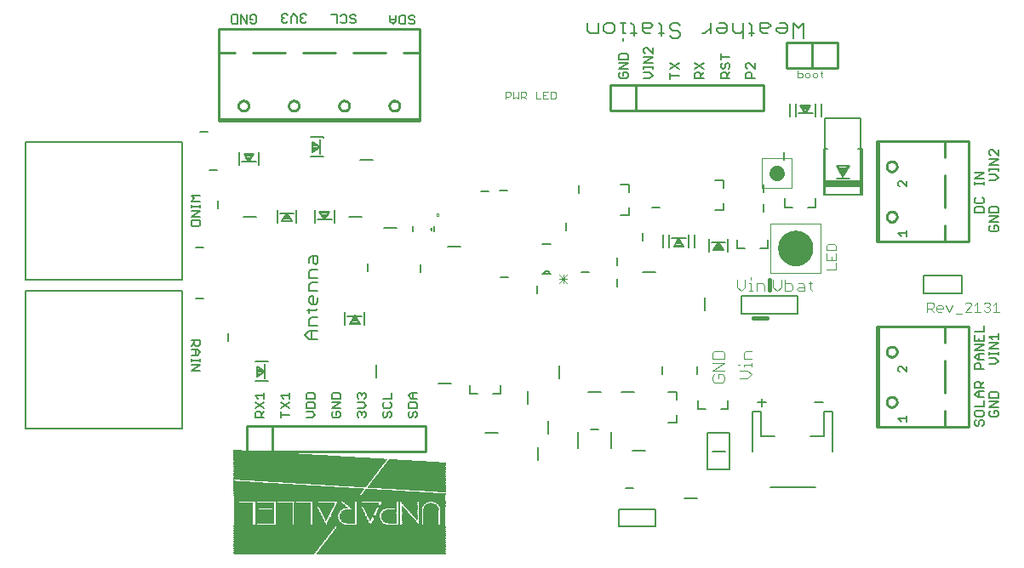
<source format=gto>
G75*
%MOIN*%
%OFA0B0*%
%FSLAX25Y25*%
%IPPOS*%
%LPD*%
%AMOC8*
5,1,8,0,0,1.08239X$1,22.5*
%
%ADD10C,0.00500*%
%ADD11C,0.00300*%
%ADD12C,0.00400*%
%ADD13C,0.00800*%
%ADD14C,0.00039*%
%ADD15C,0.00394*%
%ADD16C,0.00600*%
%ADD17C,0.01600*%
%ADD18C,0.01000*%
%ADD19C,0.00700*%
%ADD20R,0.00504X0.00031*%
%ADD21R,0.01008X0.00031*%
%ADD22R,0.01543X0.00031*%
%ADD23R,0.02079X0.00031*%
%ADD24R,0.02583X0.00031*%
%ADD25R,0.03118X0.00031*%
%ADD26R,0.03622X0.00031*%
%ADD27R,0.04157X0.00031*%
%ADD28R,0.04693X0.00031*%
%ADD29R,0.05197X0.00031*%
%ADD30R,0.05732X0.00031*%
%ADD31R,0.06268X0.00031*%
%ADD32R,0.06772X0.00031*%
%ADD33R,0.07307X0.00031*%
%ADD34R,0.07811X0.00031*%
%ADD35R,0.08346X0.00031*%
%ADD36R,0.08882X0.00031*%
%ADD37R,0.09386X0.00031*%
%ADD38R,0.09921X0.00031*%
%ADD39R,0.10457X0.00031*%
%ADD40R,0.10961X0.00031*%
%ADD41R,0.11496X0.00031*%
%ADD42R,0.12000X0.00031*%
%ADD43R,0.12535X0.00031*%
%ADD44R,0.13071X0.00031*%
%ADD45R,0.13575X0.00031*%
%ADD46R,0.14110X0.00031*%
%ADD47R,0.14614X0.00031*%
%ADD48R,0.15150X0.00031*%
%ADD49R,0.15685X0.00031*%
%ADD50R,0.16189X0.00031*%
%ADD51R,0.16724X0.00031*%
%ADD52R,0.17260X0.00031*%
%ADD53R,0.17764X0.00031*%
%ADD54R,0.18299X0.00031*%
%ADD55R,0.18803X0.00031*%
%ADD56R,0.19339X0.00031*%
%ADD57R,0.19874X0.00031*%
%ADD58R,0.20378X0.00031*%
%ADD59R,0.20913X0.00031*%
%ADD60R,0.21417X0.00031*%
%ADD61R,0.21953X0.00031*%
%ADD62R,0.22488X0.00031*%
%ADD63R,0.22992X0.00031*%
%ADD64R,0.23528X0.00031*%
%ADD65R,0.24063X0.00031*%
%ADD66R,0.24567X0.00031*%
%ADD67R,0.25102X0.00031*%
%ADD68R,0.25606X0.00031*%
%ADD69R,0.26142X0.00031*%
%ADD70R,0.26677X0.00031*%
%ADD71R,0.27181X0.00031*%
%ADD72R,0.27717X0.00031*%
%ADD73R,0.28252X0.00031*%
%ADD74R,0.28756X0.00031*%
%ADD75R,0.29291X0.00031*%
%ADD76R,0.29795X0.00031*%
%ADD77R,0.30331X0.00031*%
%ADD78R,0.30866X0.00031*%
%ADD79R,0.31370X0.00031*%
%ADD80R,0.31906X0.00031*%
%ADD81R,0.32409X0.00031*%
%ADD82R,0.32945X0.00031*%
%ADD83R,0.33480X0.00031*%
%ADD84R,0.33984X0.00031*%
%ADD85R,0.34520X0.00031*%
%ADD86R,0.35055X0.00031*%
%ADD87R,0.35559X0.00031*%
%ADD88R,0.36094X0.00031*%
%ADD89R,0.36598X0.00031*%
%ADD90R,0.37134X0.00031*%
%ADD91R,0.37669X0.00031*%
%ADD92R,0.38173X0.00031*%
%ADD93R,0.38709X0.00031*%
%ADD94R,0.39213X0.00031*%
%ADD95R,0.39748X0.00031*%
%ADD96R,0.40283X0.00031*%
%ADD97R,0.40787X0.00031*%
%ADD98R,0.41323X0.00031*%
%ADD99R,0.41858X0.00031*%
%ADD100R,0.42362X0.00031*%
%ADD101R,0.42898X0.00031*%
%ADD102R,0.43402X0.00031*%
%ADD103R,0.43937X0.00031*%
%ADD104R,0.44472X0.00031*%
%ADD105R,0.44976X0.00031*%
%ADD106R,0.45512X0.00031*%
%ADD107R,0.46047X0.00031*%
%ADD108R,0.46551X0.00031*%
%ADD109R,0.47087X0.00031*%
%ADD110R,0.47591X0.00031*%
%ADD111R,0.48126X0.00031*%
%ADD112R,0.48661X0.00031*%
%ADD113R,0.49165X0.00031*%
%ADD114R,0.49701X0.00031*%
%ADD115R,0.50205X0.00031*%
%ADD116R,0.50740X0.00031*%
%ADD117R,0.51276X0.00031*%
%ADD118R,0.51780X0.00031*%
%ADD119R,0.52315X0.00031*%
%ADD120R,0.52850X0.00031*%
%ADD121R,0.53354X0.00031*%
%ADD122R,0.53890X0.00031*%
%ADD123R,0.54394X0.00031*%
%ADD124R,0.54929X0.00031*%
%ADD125R,0.55465X0.00031*%
%ADD126R,0.55969X0.00031*%
%ADD127R,0.56504X0.00031*%
%ADD128R,0.57008X0.00031*%
%ADD129R,0.57543X0.00031*%
%ADD130R,0.58079X0.00031*%
%ADD131R,0.58583X0.00031*%
%ADD132R,0.59118X0.00031*%
%ADD133R,0.59654X0.00031*%
%ADD134R,0.60000X0.00031*%
%ADD135R,0.59969X0.00031*%
%ADD136R,0.00346X0.00031*%
%ADD137R,0.59937X0.00031*%
%ADD138R,0.00882X0.00031*%
%ADD139R,0.59906X0.00031*%
%ADD140R,0.01449X0.00031*%
%ADD141R,0.01984X0.00031*%
%ADD142R,0.59874X0.00031*%
%ADD143R,0.02551X0.00031*%
%ADD144R,0.59843X0.00031*%
%ADD145R,0.59811X0.00031*%
%ADD146R,0.04189X0.00031*%
%ADD147R,0.59780X0.00031*%
%ADD148R,0.04724X0.00031*%
%ADD149R,0.59748X0.00031*%
%ADD150R,0.05291X0.00031*%
%ADD151R,0.59717X0.00031*%
%ADD152R,0.05827X0.00031*%
%ADD153R,0.06362X0.00031*%
%ADD154R,0.59685X0.00031*%
%ADD155R,0.06929X0.00031*%
%ADD156R,0.07465X0.00031*%
%ADD157R,0.59622X0.00031*%
%ADD158R,0.08000X0.00031*%
%ADD159R,0.59591X0.00031*%
%ADD160R,0.08567X0.00031*%
%ADD161R,0.09102X0.00031*%
%ADD162R,0.59559X0.00031*%
%ADD163R,0.09669X0.00031*%
%ADD164R,0.59528X0.00031*%
%ADD165R,0.10236X0.00031*%
%ADD166R,0.59496X0.00031*%
%ADD167R,0.10740X0.00031*%
%ADD168R,0.11307X0.00031*%
%ADD169R,0.59465X0.00031*%
%ADD170R,0.11843X0.00031*%
%ADD171R,0.59433X0.00031*%
%ADD172R,0.12409X0.00031*%
%ADD173R,0.59402X0.00031*%
%ADD174R,0.12945X0.00031*%
%ADD175R,0.59370X0.00031*%
%ADD176R,0.13480X0.00031*%
%ADD177R,0.14047X0.00031*%
%ADD178R,0.59339X0.00031*%
%ADD179R,0.59307X0.00031*%
%ADD180R,0.15118X0.00031*%
%ADD181R,0.59276X0.00031*%
%ADD182R,0.16220X0.00031*%
%ADD183R,0.59244X0.00031*%
%ADD184R,0.16787X0.00031*%
%ADD185R,0.59213X0.00031*%
%ADD186R,0.17354X0.00031*%
%ADD187R,0.59181X0.00031*%
%ADD188R,0.17858X0.00031*%
%ADD189R,0.18425X0.00031*%
%ADD190R,0.59150X0.00031*%
%ADD191R,0.18961X0.00031*%
%ADD192R,0.19528X0.00031*%
%ADD193R,0.59087X0.00031*%
%ADD194R,0.20063X0.00031*%
%ADD195R,0.59055X0.00031*%
%ADD196R,0.20598X0.00031*%
%ADD197R,0.21165X0.00031*%
%ADD198R,0.59024X0.00031*%
%ADD199R,0.21732X0.00031*%
%ADD200R,0.58992X0.00031*%
%ADD201R,0.22236X0.00031*%
%ADD202R,0.58961X0.00031*%
%ADD203R,0.22803X0.00031*%
%ADD204R,0.23055X0.00031*%
%ADD205R,0.58929X0.00031*%
%ADD206R,0.23087X0.00031*%
%ADD207R,0.58898X0.00031*%
%ADD208R,0.23118X0.00031*%
%ADD209R,0.58866X0.00031*%
%ADD210R,0.23150X0.00031*%
%ADD211R,0.58835X0.00031*%
%ADD212R,0.23181X0.00031*%
%ADD213R,0.58803X0.00031*%
%ADD214R,0.23213X0.00031*%
%ADD215R,0.58772X0.00031*%
%ADD216R,0.58740X0.00031*%
%ADD217R,0.23244X0.00031*%
%ADD218R,0.23276X0.00031*%
%ADD219R,0.58709X0.00031*%
%ADD220R,0.23307X0.00031*%
%ADD221R,0.58677X0.00031*%
%ADD222R,0.58646X0.00031*%
%ADD223R,0.23339X0.00031*%
%ADD224R,0.23370X0.00031*%
%ADD225R,0.58614X0.00031*%
%ADD226R,0.23402X0.00031*%
%ADD227R,0.23433X0.00031*%
%ADD228R,0.58551X0.00031*%
%ADD229R,0.23465X0.00031*%
%ADD230R,0.58520X0.00031*%
%ADD231R,0.23496X0.00031*%
%ADD232R,0.58488X0.00031*%
%ADD233R,0.58457X0.00031*%
%ADD234R,0.58425X0.00031*%
%ADD235R,0.23559X0.00031*%
%ADD236R,0.23591X0.00031*%
%ADD237R,0.58394X0.00031*%
%ADD238R,0.23622X0.00031*%
%ADD239R,0.58362X0.00031*%
%ADD240R,0.58331X0.00031*%
%ADD241R,0.23654X0.00031*%
%ADD242R,0.23685X0.00031*%
%ADD243R,0.58299X0.00031*%
%ADD244R,0.23717X0.00031*%
%ADD245R,0.58268X0.00031*%
%ADD246R,0.23748X0.00031*%
%ADD247R,0.58236X0.00031*%
%ADD248R,0.23780X0.00031*%
%ADD249R,0.58205X0.00031*%
%ADD250R,0.23811X0.00031*%
%ADD251R,0.58173X0.00031*%
%ADD252R,0.23843X0.00031*%
%ADD253R,0.58142X0.00031*%
%ADD254R,0.58110X0.00031*%
%ADD255R,0.23874X0.00031*%
%ADD256R,0.23906X0.00031*%
%ADD257R,0.23937X0.00031*%
%ADD258R,0.58047X0.00031*%
%ADD259R,0.58016X0.00031*%
%ADD260R,0.23969X0.00031*%
%ADD261R,0.24000X0.00031*%
%ADD262R,0.57984X0.00031*%
%ADD263R,0.24031X0.00031*%
%ADD264R,0.57953X0.00031*%
%ADD265R,0.57921X0.00031*%
%ADD266R,0.24094X0.00031*%
%ADD267R,0.57890X0.00031*%
%ADD268R,0.24126X0.00031*%
%ADD269R,0.57858X0.00031*%
%ADD270R,0.24157X0.00031*%
%ADD271R,0.57827X0.00031*%
%ADD272R,0.57795X0.00031*%
%ADD273R,0.24189X0.00031*%
%ADD274R,0.24220X0.00031*%
%ADD275R,0.57764X0.00031*%
%ADD276R,0.24252X0.00031*%
%ADD277R,0.57732X0.00031*%
%ADD278R,0.24283X0.00031*%
%ADD279R,0.57701X0.00031*%
%ADD280R,0.24315X0.00031*%
%ADD281R,0.57669X0.00031*%
%ADD282R,0.24346X0.00031*%
%ADD283R,0.57638X0.00031*%
%ADD284R,0.24378X0.00031*%
%ADD285R,0.57606X0.00031*%
%ADD286R,0.24409X0.00031*%
%ADD287R,0.57575X0.00031*%
%ADD288R,0.24441X0.00031*%
%ADD289R,0.24472X0.00031*%
%ADD290R,0.57512X0.00031*%
%ADD291R,0.57480X0.00031*%
%ADD292R,0.24504X0.00031*%
%ADD293R,0.24535X0.00031*%
%ADD294R,0.57449X0.00031*%
%ADD295R,0.57417X0.00031*%
%ADD296R,0.24598X0.00031*%
%ADD297R,0.57386X0.00031*%
%ADD298R,0.24630X0.00031*%
%ADD299R,0.57354X0.00031*%
%ADD300R,0.24661X0.00031*%
%ADD301R,0.57323X0.00031*%
%ADD302R,0.24693X0.00031*%
%ADD303R,0.57291X0.00031*%
%ADD304R,0.57260X0.00031*%
%ADD305R,0.24724X0.00031*%
%ADD306R,0.24756X0.00031*%
%ADD307R,0.57228X0.00031*%
%ADD308R,0.24787X0.00031*%
%ADD309R,0.57197X0.00031*%
%ADD310R,0.57165X0.00031*%
%ADD311R,0.24819X0.00031*%
%ADD312R,0.24850X0.00031*%
%ADD313R,0.57134X0.00031*%
%ADD314R,0.24882X0.00031*%
%ADD315R,0.57102X0.00031*%
%ADD316R,0.24913X0.00031*%
%ADD317R,0.57071X0.00031*%
%ADD318R,0.24945X0.00031*%
%ADD319R,0.57039X0.00031*%
%ADD320R,0.24976X0.00031*%
%ADD321R,0.25008X0.00031*%
%ADD322R,0.56976X0.00031*%
%ADD323R,0.56945X0.00031*%
%ADD324R,0.25039X0.00031*%
%ADD325R,0.25071X0.00031*%
%ADD326R,0.56913X0.00031*%
%ADD327R,0.56882X0.00031*%
%ADD328R,0.56850X0.00031*%
%ADD329R,0.25134X0.00031*%
%ADD330R,0.25165X0.00031*%
%ADD331R,0.56819X0.00031*%
%ADD332R,0.25197X0.00031*%
%ADD333R,0.56787X0.00031*%
%ADD334R,0.25228X0.00031*%
%ADD335R,0.56756X0.00031*%
%ADD336R,0.25260X0.00031*%
%ADD337R,0.56724X0.00031*%
%ADD338R,0.25291X0.00031*%
%ADD339R,0.56693X0.00031*%
%ADD340R,0.25323X0.00031*%
%ADD341R,0.56661X0.00031*%
%ADD342R,0.56630X0.00031*%
%ADD343R,0.25354X0.00031*%
%ADD344R,0.25386X0.00031*%
%ADD345R,0.56598X0.00031*%
%ADD346R,0.25417X0.00031*%
%ADD347R,0.56567X0.00031*%
%ADD348R,0.56535X0.00031*%
%ADD349R,0.25449X0.00031*%
%ADD350R,0.25480X0.00031*%
%ADD351R,0.25512X0.00031*%
%ADD352R,0.56472X0.00031*%
%ADD353R,0.25543X0.00031*%
%ADD354R,0.56441X0.00031*%
%ADD355R,0.25575X0.00031*%
%ADD356R,0.56409X0.00031*%
%ADD357R,0.56378X0.00031*%
%ADD358R,0.25638X0.00031*%
%ADD359R,0.56346X0.00031*%
%ADD360R,0.56315X0.00031*%
%ADD361R,0.25669X0.00031*%
%ADD362R,0.25701X0.00031*%
%ADD363R,0.56283X0.00031*%
%ADD364R,0.25732X0.00031*%
%ADD365R,0.56252X0.00031*%
%ADD366R,0.56220X0.00031*%
%ADD367R,0.25764X0.00031*%
%ADD368R,0.25795X0.00031*%
%ADD369R,0.56189X0.00031*%
%ADD370R,0.25827X0.00031*%
%ADD371R,0.56157X0.00031*%
%ADD372R,0.25858X0.00031*%
%ADD373R,0.56126X0.00031*%
%ADD374R,0.25890X0.00031*%
%ADD375R,0.56094X0.00031*%
%ADD376R,0.25921X0.00031*%
%ADD377R,0.56063X0.00031*%
%ADD378R,0.25953X0.00031*%
%ADD379R,0.56031X0.00031*%
%ADD380R,0.56000X0.00031*%
%ADD381R,0.25984X0.00031*%
%ADD382R,0.26016X0.00031*%
%ADD383R,0.26047X0.00031*%
%ADD384R,0.55937X0.00031*%
%ADD385R,0.55906X0.00031*%
%ADD386R,0.26079X0.00031*%
%ADD387R,0.26110X0.00031*%
%ADD388R,0.55874X0.00031*%
%ADD389R,0.55843X0.00031*%
%ADD390R,0.26173X0.00031*%
%ADD391R,0.55811X0.00031*%
%ADD392R,0.26205X0.00031*%
%ADD393R,0.55780X0.00031*%
%ADD394R,0.26236X0.00031*%
%ADD395R,0.55748X0.00031*%
%ADD396R,0.26268X0.00031*%
%ADD397R,0.55717X0.00031*%
%ADD398R,0.55685X0.00031*%
%ADD399R,0.26299X0.00031*%
%ADD400R,0.26331X0.00031*%
%ADD401R,0.55654X0.00031*%
%ADD402R,0.26362X0.00031*%
%ADD403R,0.55622X0.00031*%
%ADD404R,0.26394X0.00031*%
%ADD405R,0.55591X0.00031*%
%ADD406R,0.26425X0.00031*%
%ADD407R,0.55559X0.00031*%
%ADD408R,0.26457X0.00031*%
%ADD409R,0.55528X0.00031*%
%ADD410R,0.26488X0.00031*%
%ADD411R,0.55496X0.00031*%
%ADD412R,0.26520X0.00031*%
%ADD413R,0.26551X0.00031*%
%ADD414R,0.55433X0.00031*%
%ADD415R,0.26583X0.00031*%
%ADD416R,0.55402X0.00031*%
%ADD417R,0.55370X0.00031*%
%ADD418R,0.26614X0.00031*%
%ADD419R,0.26646X0.00031*%
%ADD420R,0.55339X0.00031*%
%ADD421R,0.55307X0.00031*%
%ADD422R,0.26709X0.00031*%
%ADD423R,0.55276X0.00031*%
%ADD424R,0.26740X0.00031*%
%ADD425R,0.55244X0.00031*%
%ADD426R,0.26772X0.00031*%
%ADD427R,0.55213X0.00031*%
%ADD428R,0.26803X0.00031*%
%ADD429R,0.55181X0.00031*%
%ADD430R,0.55150X0.00031*%
%ADD431R,0.26835X0.00031*%
%ADD432R,0.26866X0.00031*%
%ADD433R,0.55118X0.00031*%
%ADD434R,0.26898X0.00031*%
%ADD435R,0.55087X0.00031*%
%ADD436R,0.55055X0.00031*%
%ADD437R,0.26929X0.00031*%
%ADD438R,0.26961X0.00031*%
%ADD439R,0.55024X0.00031*%
%ADD440R,0.26992X0.00031*%
%ADD441R,0.54992X0.00031*%
%ADD442R,0.27024X0.00031*%
%ADD443R,0.54961X0.00031*%
%ADD444R,0.27055X0.00031*%
%ADD445R,0.27087X0.00031*%
%ADD446R,0.54898X0.00031*%
%ADD447R,0.27118X0.00031*%
%ADD448R,0.54866X0.00031*%
%ADD449R,0.54835X0.00031*%
%ADD450R,0.27150X0.00031*%
%ADD451R,0.54803X0.00031*%
%ADD452R,0.27213X0.00031*%
%ADD453R,0.54772X0.00031*%
%ADD454R,0.54740X0.00031*%
%ADD455R,0.27244X0.00031*%
%ADD456R,0.27276X0.00031*%
%ADD457R,0.54709X0.00031*%
%ADD458R,0.27307X0.00031*%
%ADD459R,0.54677X0.00031*%
%ADD460R,0.27339X0.00031*%
%ADD461R,0.54646X0.00031*%
%ADD462R,0.27370X0.00031*%
%ADD463R,0.54614X0.00031*%
%ADD464R,0.27402X0.00031*%
%ADD465R,0.54583X0.00031*%
%ADD466R,0.27433X0.00031*%
%ADD467R,0.54551X0.00031*%
%ADD468R,0.54520X0.00031*%
%ADD469R,0.27465X0.00031*%
%ADD470R,0.27496X0.00031*%
%ADD471R,0.54488X0.00031*%
%ADD472R,0.27528X0.00031*%
%ADD473R,0.54457X0.00031*%
%ADD474R,0.54425X0.00031*%
%ADD475R,0.27559X0.00031*%
%ADD476R,0.27591X0.00031*%
%ADD477R,0.27622X0.00031*%
%ADD478R,0.54362X0.00031*%
%ADD479R,0.27654X0.00031*%
%ADD480R,0.54331X0.00031*%
%ADD481R,0.27685X0.00031*%
%ADD482R,0.54299X0.00031*%
%ADD483R,0.54268X0.00031*%
%ADD484R,0.27748X0.00031*%
%ADD485R,0.54236X0.00031*%
%ADD486R,0.54205X0.00031*%
%ADD487R,0.27780X0.00031*%
%ADD488R,0.27811X0.00031*%
%ADD489R,0.54173X0.00031*%
%ADD490R,0.27843X0.00031*%
%ADD491R,0.54142X0.00031*%
%ADD492R,0.54110X0.00031*%
%ADD493R,0.27874X0.00031*%
%ADD494R,0.27906X0.00031*%
%ADD495R,0.54079X0.00031*%
%ADD496R,0.27937X0.00031*%
%ADD497R,0.54047X0.00031*%
%ADD498R,0.27969X0.00031*%
%ADD499R,0.54016X0.00031*%
%ADD500R,0.28000X0.00031*%
%ADD501R,0.53701X0.00031*%
%ADD502R,0.00157X0.00031*%
%ADD503R,0.28031X0.00031*%
%ADD504R,0.53134X0.00031*%
%ADD505R,0.00126X0.00031*%
%ADD506R,0.28063X0.00031*%
%ADD507R,0.52598X0.00031*%
%ADD508R,0.52031X0.00031*%
%ADD509R,0.28094X0.00031*%
%ADD510R,0.51496X0.00031*%
%ADD511R,0.28126X0.00031*%
%ADD512R,0.50961X0.00031*%
%ADD513R,0.28157X0.00031*%
%ADD514R,0.50394X0.00031*%
%ADD515R,0.49827X0.00031*%
%ADD516R,0.28189X0.00031*%
%ADD517R,0.49323X0.00031*%
%ADD518R,0.28220X0.00031*%
%ADD519R,0.48756X0.00031*%
%ADD520R,0.48220X0.00031*%
%ADD521R,0.28283X0.00031*%
%ADD522R,0.47654X0.00031*%
%ADD523R,0.47118X0.00031*%
%ADD524R,0.28315X0.00031*%
%ADD525R,0.46583X0.00031*%
%ADD526R,0.28346X0.00031*%
%ADD527R,0.46016X0.00031*%
%ADD528R,0.28378X0.00031*%
%ADD529R,0.45480X0.00031*%
%ADD530R,0.44913X0.00031*%
%ADD531R,0.28409X0.00031*%
%ADD532R,0.44378X0.00031*%
%ADD533R,0.28441X0.00031*%
%ADD534R,0.43843X0.00031*%
%ADD535R,0.28472X0.00031*%
%ADD536R,0.43276X0.00031*%
%ADD537R,0.28504X0.00031*%
%ADD538R,0.42740X0.00031*%
%ADD539R,0.42205X0.00031*%
%ADD540R,0.28535X0.00031*%
%ADD541R,0.41638X0.00031*%
%ADD542R,0.28567X0.00031*%
%ADD543R,0.41102X0.00031*%
%ADD544R,0.28598X0.00031*%
%ADD545R,0.40535X0.00031*%
%ADD546R,0.00630X0.00031*%
%ADD547R,0.40000X0.00031*%
%ADD548R,0.01134X0.00031*%
%ADD549R,0.28630X0.00031*%
%ADD550R,0.39465X0.00031*%
%ADD551R,0.01669X0.00031*%
%ADD552R,0.28661X0.00031*%
%ADD553R,0.38898X0.00031*%
%ADD554R,0.02173X0.00031*%
%ADD555R,0.28693X0.00031*%
%ADD556R,0.38362X0.00031*%
%ADD557R,0.02709X0.00031*%
%ADD558R,0.37795X0.00031*%
%ADD559R,0.03244X0.00031*%
%ADD560R,0.28724X0.00031*%
%ADD561R,0.37260X0.00031*%
%ADD562R,0.03748X0.00031*%
%ADD563R,0.36724X0.00031*%
%ADD564R,0.04283X0.00031*%
%ADD565R,0.28787X0.00031*%
%ADD566R,0.36157X0.00031*%
%ADD567R,0.04787X0.00031*%
%ADD568R,0.28819X0.00031*%
%ADD569R,0.35622X0.00031*%
%ADD570R,0.05323X0.00031*%
%ADD571R,0.35087X0.00031*%
%ADD572R,0.05858X0.00031*%
%ADD573R,0.28850X0.00031*%
%ADD574R,0.28882X0.00031*%
%ADD575R,0.06898X0.00031*%
%ADD576R,0.28913X0.00031*%
%ADD577R,0.33417X0.00031*%
%ADD578R,0.07433X0.00031*%
%ADD579R,0.32850X0.00031*%
%ADD580R,0.07937X0.00031*%
%ADD581R,0.28945X0.00031*%
%ADD582R,0.32346X0.00031*%
%ADD583R,0.08472X0.00031*%
%ADD584R,0.28976X0.00031*%
%ADD585R,0.31780X0.00031*%
%ADD586R,0.08976X0.00031*%
%ADD587R,0.29008X0.00031*%
%ADD588R,0.31244X0.00031*%
%ADD589R,0.09512X0.00031*%
%ADD590R,0.30677X0.00031*%
%ADD591R,0.10047X0.00031*%
%ADD592R,0.29039X0.00031*%
%ADD593R,0.30142X0.00031*%
%ADD594R,0.10551X0.00031*%
%ADD595R,0.29071X0.00031*%
%ADD596R,0.29606X0.00031*%
%ADD597R,0.11087X0.00031*%
%ADD598R,0.29102X0.00031*%
%ADD599R,0.11591X0.00031*%
%ADD600R,0.29134X0.00031*%
%ADD601R,0.12126X0.00031*%
%ADD602R,0.12661X0.00031*%
%ADD603R,0.29165X0.00031*%
%ADD604R,0.13165X0.00031*%
%ADD605R,0.29197X0.00031*%
%ADD606R,0.13701X0.00031*%
%ADD607R,0.29228X0.00031*%
%ADD608R,0.14236X0.00031*%
%ADD609R,0.14740X0.00031*%
%ADD610R,0.29260X0.00031*%
%ADD611R,0.15276X0.00031*%
%ADD612R,0.15780X0.00031*%
%ADD613R,0.29323X0.00031*%
%ADD614R,0.16315X0.00031*%
%ADD615R,0.16850X0.00031*%
%ADD616R,0.29354X0.00031*%
%ADD617R,0.23024X0.00031*%
%ADD618R,0.29386X0.00031*%
%ADD619R,0.17890X0.00031*%
%ADD620R,0.29417X0.00031*%
%ADD621R,0.21921X0.00031*%
%ADD622R,0.18394X0.00031*%
%ADD623R,0.29449X0.00031*%
%ADD624R,0.21386X0.00031*%
%ADD625R,0.18929X0.00031*%
%ADD626R,0.20850X0.00031*%
%ADD627R,0.19465X0.00031*%
%ADD628R,0.29480X0.00031*%
%ADD629R,0.20283X0.00031*%
%ADD630R,0.19969X0.00031*%
%ADD631R,0.29512X0.00031*%
%ADD632R,0.19748X0.00031*%
%ADD633R,0.20504X0.00031*%
%ADD634R,0.29543X0.00031*%
%ADD635R,0.19181X0.00031*%
%ADD636R,0.21008X0.00031*%
%ADD637R,0.18646X0.00031*%
%ADD638R,0.21543X0.00031*%
%ADD639R,0.29575X0.00031*%
%ADD640R,0.18110X0.00031*%
%ADD641R,0.22079X0.00031*%
%ADD642R,0.17543X0.00031*%
%ADD643R,0.22583X0.00031*%
%ADD644R,0.29638X0.00031*%
%ADD645R,0.17008X0.00031*%
%ADD646R,0.16441X0.00031*%
%ADD647R,0.29669X0.00031*%
%ADD648R,0.15937X0.00031*%
%ADD649R,0.29701X0.00031*%
%ADD650R,0.15370X0.00031*%
%ADD651R,0.29732X0.00031*%
%ADD652R,0.14803X0.00031*%
%ADD653R,0.29764X0.00031*%
%ADD654R,0.14268X0.00031*%
%ADD655R,0.13732X0.00031*%
%ADD656R,0.29827X0.00031*%
%ADD657R,0.12630X0.00031*%
%ADD658R,0.29858X0.00031*%
%ADD659R,0.12063X0.00031*%
%ADD660R,0.11528X0.00031*%
%ADD661R,0.29890X0.00031*%
%ADD662R,0.10992X0.00031*%
%ADD663R,0.29921X0.00031*%
%ADD664R,0.10425X0.00031*%
%ADD665R,0.29953X0.00031*%
%ADD666R,0.09890X0.00031*%
%ADD667R,0.09323X0.00031*%
%ADD668R,0.30457X0.00031*%
%ADD669R,0.29984X0.00031*%
%ADD670R,0.08819X0.00031*%
%ADD671R,0.30961X0.00031*%
%ADD672R,0.30016X0.00031*%
%ADD673R,0.08252X0.00031*%
%ADD674R,0.31496X0.00031*%
%ADD675R,0.30047X0.00031*%
%ADD676R,0.07685X0.00031*%
%ADD677R,0.32000X0.00031*%
%ADD678R,0.30079X0.00031*%
%ADD679R,0.07150X0.00031*%
%ADD680R,0.32535X0.00031*%
%ADD681R,0.06614X0.00031*%
%ADD682R,0.33071X0.00031*%
%ADD683R,0.30110X0.00031*%
%ADD684R,0.06047X0.00031*%
%ADD685R,0.33575X0.00031*%
%ADD686R,0.05512X0.00031*%
%ADD687R,0.34110X0.00031*%
%ADD688R,0.30173X0.00031*%
%ADD689R,0.04945X0.00031*%
%ADD690R,0.34614X0.00031*%
%ADD691R,0.04409X0.00031*%
%ADD692R,0.35150X0.00031*%
%ADD693R,0.30205X0.00031*%
%ADD694R,0.03874X0.00031*%
%ADD695R,0.35685X0.00031*%
%ADD696R,0.30236X0.00031*%
%ADD697R,0.03307X0.00031*%
%ADD698R,0.36189X0.00031*%
%ADD699R,0.30268X0.00031*%
%ADD700R,0.02772X0.00031*%
%ADD701R,0.02205X0.00031*%
%ADD702R,0.37228X0.00031*%
%ADD703R,0.30299X0.00031*%
%ADD704R,0.01701X0.00031*%
%ADD705R,0.37764X0.00031*%
%ADD706R,0.38299X0.00031*%
%ADD707R,0.30362X0.00031*%
%ADD708R,0.00567X0.00031*%
%ADD709R,0.38803X0.00031*%
%ADD710R,0.30394X0.00031*%
%ADD711R,0.00031X0.00031*%
%ADD712R,0.39339X0.00031*%
%ADD713R,0.39874X0.00031*%
%ADD714R,0.40378X0.00031*%
%ADD715R,0.40913X0.00031*%
%ADD716R,0.41417X0.00031*%
%ADD717R,0.41953X0.00031*%
%ADD718R,0.42488X0.00031*%
%ADD719R,0.42992X0.00031*%
%ADD720R,0.43528X0.00031*%
%ADD721R,0.44031X0.00031*%
%ADD722R,0.44567X0.00031*%
%ADD723R,0.45102X0.00031*%
%ADD724R,0.45606X0.00031*%
%ADD725R,0.46142X0.00031*%
%ADD726R,0.46646X0.00031*%
%ADD727R,0.47181X0.00031*%
%ADD728R,0.22961X0.00031*%
%ADD729R,0.47717X0.00031*%
%ADD730R,0.22425X0.00031*%
%ADD731R,0.49291X0.00031*%
%ADD732R,0.20882X0.00031*%
%ADD733R,0.49795X0.00031*%
%ADD734R,0.20346X0.00031*%
%ADD735R,0.50331X0.00031*%
%ADD736R,0.19811X0.00031*%
%ADD737R,0.50835X0.00031*%
%ADD738R,0.19307X0.00031*%
%ADD739R,0.51055X0.00031*%
%ADD740R,0.18772X0.00031*%
%ADD741R,0.51024X0.00031*%
%ADD742R,0.18236X0.00031*%
%ADD743R,0.50992X0.00031*%
%ADD744R,0.17732X0.00031*%
%ADD745R,0.01071X0.00031*%
%ADD746R,0.17197X0.00031*%
%ADD747R,0.01575X0.00031*%
%ADD748R,0.50929X0.00031*%
%ADD749R,0.16693X0.00031*%
%ADD750R,0.02142X0.00031*%
%ADD751R,0.16157X0.00031*%
%ADD752R,0.50898X0.00031*%
%ADD753R,0.15622X0.00031*%
%ADD754R,0.50866X0.00031*%
%ADD755R,0.03780X0.00031*%
%ADD756R,0.14583X0.00031*%
%ADD757R,0.04346X0.00031*%
%ADD758R,0.14079X0.00031*%
%ADD759R,0.04882X0.00031*%
%ADD760R,0.50803X0.00031*%
%ADD761R,0.13543X0.00031*%
%ADD762R,0.05449X0.00031*%
%ADD763R,0.50772X0.00031*%
%ADD764R,0.13008X0.00031*%
%ADD765R,0.05984X0.00031*%
%ADD766R,0.12504X0.00031*%
%ADD767R,0.06520X0.00031*%
%ADD768R,0.11969X0.00031*%
%ADD769R,0.07087X0.00031*%
%ADD770R,0.50709X0.00031*%
%ADD771R,0.11433X0.00031*%
%ADD772R,0.07622X0.00031*%
%ADD773R,0.50677X0.00031*%
%ADD774R,0.10929X0.00031*%
%ADD775R,0.08189X0.00031*%
%ADD776R,0.50646X0.00031*%
%ADD777R,0.10394X0.00031*%
%ADD778R,0.08693X0.00031*%
%ADD779R,0.50614X0.00031*%
%ADD780R,0.09260X0.00031*%
%ADD781R,0.09354X0.00031*%
%ADD782R,0.09827X0.00031*%
%ADD783R,0.50583X0.00031*%
%ADD784R,0.10362X0.00031*%
%ADD785R,0.50551X0.00031*%
%ADD786R,0.08315X0.00031*%
%ADD787R,0.10898X0.00031*%
%ADD788R,0.50520X0.00031*%
%ADD789R,0.07780X0.00031*%
%ADD790R,0.07276X0.00031*%
%ADD791R,0.50488X0.00031*%
%ADD792R,0.06740X0.00031*%
%ADD793R,0.12567X0.00031*%
%ADD794R,0.50457X0.00031*%
%ADD795R,0.06205X0.00031*%
%ADD796R,0.13102X0.00031*%
%ADD797R,0.50425X0.00031*%
%ADD798R,0.05701X0.00031*%
%ADD799R,0.13638X0.00031*%
%ADD800R,0.05165X0.00031*%
%ADD801R,0.14205X0.00031*%
%ADD802R,0.04661X0.00031*%
%ADD803R,0.50362X0.00031*%
%ADD804R,0.04126X0.00031*%
%ADD805R,0.15307X0.00031*%
%ADD806R,0.03591X0.00031*%
%ADD807R,0.15811X0.00031*%
%ADD808R,0.50299X0.00031*%
%ADD809R,0.03087X0.00031*%
%ADD810R,0.16378X0.00031*%
%ADD811R,0.16945X0.00031*%
%ADD812R,0.50268X0.00031*%
%ADD813R,0.02016X0.00031*%
%ADD814R,0.17480X0.00031*%
%ADD815R,0.50236X0.00031*%
%ADD816R,0.01512X0.00031*%
%ADD817R,0.18016X0.00031*%
%ADD818R,0.00976X0.00031*%
%ADD819R,0.18551X0.00031*%
%ADD820R,0.00472X0.00031*%
%ADD821R,0.19118X0.00031*%
%ADD822R,0.50173X0.00031*%
%ADD823R,0.19685X0.00031*%
%ADD824R,0.50142X0.00031*%
%ADD825R,0.20220X0.00031*%
%ADD826R,0.50110X0.00031*%
%ADD827R,0.20756X0.00031*%
%ADD828R,0.21291X0.00031*%
%ADD829R,0.50079X0.00031*%
%ADD830R,0.21858X0.00031*%
%ADD831R,0.50047X0.00031*%
%ADD832R,0.50016X0.00031*%
%ADD833R,0.22929X0.00031*%
%ADD834R,0.49984X0.00031*%
%ADD835R,0.49953X0.00031*%
%ADD836R,0.49921X0.00031*%
%ADD837R,0.49890X0.00031*%
%ADD838R,0.49858X0.00031*%
%ADD839R,0.49764X0.00031*%
%ADD840R,0.49732X0.00031*%
%ADD841R,0.49669X0.00031*%
%ADD842R,0.30614X0.00031*%
%ADD843R,0.31181X0.00031*%
%ADD844R,0.49638X0.00031*%
%ADD845R,0.31717X0.00031*%
%ADD846R,0.49606X0.00031*%
%ADD847R,0.32252X0.00031*%
%ADD848R,0.49575X0.00031*%
%ADD849R,0.32441X0.00031*%
%ADD850R,0.49543X0.00031*%
%ADD851R,0.32472X0.00031*%
%ADD852R,0.49512X0.00031*%
%ADD853R,0.32504X0.00031*%
%ADD854R,0.49480X0.00031*%
%ADD855R,0.49449X0.00031*%
%ADD856R,0.32567X0.00031*%
%ADD857R,0.49417X0.00031*%
%ADD858R,0.32598X0.00031*%
%ADD859R,0.49386X0.00031*%
%ADD860R,0.49354X0.00031*%
%ADD861R,0.32630X0.00031*%
%ADD862R,0.32661X0.00031*%
%ADD863R,0.32693X0.00031*%
%ADD864R,0.49260X0.00031*%
%ADD865R,0.32724X0.00031*%
%ADD866R,0.32756X0.00031*%
%ADD867R,0.49228X0.00031*%
%ADD868R,0.32787X0.00031*%
%ADD869R,0.49197X0.00031*%
%ADD870R,0.32819X0.00031*%
%ADD871R,0.49134X0.00031*%
%ADD872R,0.32882X0.00031*%
%ADD873R,0.49102X0.00031*%
%ADD874R,0.82898X0.00031*%
%ADD875R,0.04220X0.00031*%
%ADD876R,0.05606X0.00031*%
%ADD877R,0.01354X0.00031*%
%ADD878R,0.00787X0.00031*%
%ADD879R,0.01323X0.00031*%
%ADD880R,0.00756X0.00031*%
%ADD881R,0.00724X0.00031*%
%ADD882R,0.01921X0.00031*%
%ADD883R,0.04976X0.00031*%
%ADD884R,0.04031X0.00031*%
%ADD885R,0.06583X0.00031*%
%ADD886R,0.00819X0.00031*%
%ADD887R,0.01417X0.00031*%
%ADD888R,0.00850X0.00031*%
%ADD889R,0.01386X0.00031*%
%ADD890R,0.04819X0.00031*%
%ADD891R,0.06551X0.00031*%
%ADD892R,0.01480X0.00031*%
%ADD893R,0.04630X0.00031*%
%ADD894R,0.00913X0.00031*%
%ADD895R,0.05638X0.00031*%
%ADD896R,0.04598X0.00031*%
%ADD897R,0.04567X0.00031*%
%ADD898R,0.06488X0.00031*%
%ADD899R,0.01606X0.00031*%
%ADD900R,0.04472X0.00031*%
%ADD901R,0.03528X0.00031*%
%ADD902R,0.06457X0.00031*%
%ADD903R,0.05669X0.00031*%
%ADD904R,0.04535X0.00031*%
%ADD905R,0.01638X0.00031*%
%ADD906R,0.04378X0.00031*%
%ADD907R,0.03433X0.00031*%
%ADD908R,0.06425X0.00031*%
%ADD909R,0.01732X0.00031*%
%ADD910R,0.01102X0.00031*%
%ADD911R,0.03370X0.00031*%
%ADD912R,0.06394X0.00031*%
%ADD913R,0.01795X0.00031*%
%ADD914R,0.04441X0.00031*%
%ADD915R,0.01197X0.00031*%
%ADD916R,0.01764X0.00031*%
%ADD917R,0.03276X0.00031*%
%ADD918R,0.01858X0.00031*%
%ADD919R,0.01228X0.00031*%
%ADD920R,0.01827X0.00031*%
%ADD921R,0.03213X0.00031*%
%ADD922R,0.01291X0.00031*%
%ADD923R,0.01890X0.00031*%
%ADD924R,0.04063X0.00031*%
%ADD925R,0.06331X0.00031*%
%ADD926R,0.01953X0.00031*%
%ADD927R,0.04000X0.00031*%
%ADD928R,0.03055X0.00031*%
%ADD929R,0.06299X0.00031*%
%ADD930R,0.05764X0.00031*%
%ADD931R,0.02047X0.00031*%
%ADD932R,0.03937X0.00031*%
%ADD933R,0.02992X0.00031*%
%ADD934R,0.02110X0.00031*%
%ADD935R,0.04252X0.00031*%
%ADD936R,0.02929X0.00031*%
%ADD937R,0.06236X0.00031*%
%ADD938R,0.05795X0.00031*%
%ADD939R,0.03811X0.00031*%
%ADD940R,0.02898X0.00031*%
%ADD941R,0.02236X0.00031*%
%ADD942R,0.02835X0.00031*%
%ADD943R,0.06173X0.00031*%
%ADD944R,0.02299X0.00031*%
%ADD945R,0.03717X0.00031*%
%ADD946R,0.06142X0.00031*%
%ADD947R,0.02362X0.00031*%
%ADD948R,0.04094X0.00031*%
%ADD949R,0.03654X0.00031*%
%ADD950R,0.02740X0.00031*%
%ADD951R,0.06110X0.00031*%
%ADD952R,0.02425X0.00031*%
%ADD953R,0.02677X0.00031*%
%ADD954R,0.06079X0.00031*%
%ADD955R,0.02520X0.00031*%
%ADD956R,0.02488X0.00031*%
%ADD957R,0.03559X0.00031*%
%ADD958R,0.02614X0.00031*%
%ADD959R,0.05890X0.00031*%
%ADD960R,0.02646X0.00031*%
%ADD961R,0.03969X0.00031*%
%ADD962R,0.03465X0.00031*%
%ADD963R,0.06016X0.00031*%
%ADD964R,0.05921X0.00031*%
%ADD965R,0.03906X0.00031*%
%ADD966R,0.03402X0.00031*%
%ADD967R,0.00661X0.00031*%
%ADD968R,0.02457X0.00031*%
%ADD969R,0.05953X0.00031*%
%ADD970R,0.08756X0.00031*%
%ADD971R,0.03843X0.00031*%
%ADD972R,0.07370X0.00031*%
%ADD973R,0.07654X0.00031*%
%ADD974R,0.03339X0.00031*%
%ADD975R,0.08724X0.00031*%
%ADD976R,0.02331X0.00031*%
%ADD977R,0.03685X0.00031*%
%ADD978R,0.02268X0.00031*%
%ADD979R,0.08661X0.00031*%
%ADD980R,0.03150X0.00031*%
%ADD981R,0.02394X0.00031*%
%ADD982R,0.08630X0.00031*%
%ADD983R,0.03496X0.00031*%
%ADD984R,0.08598X0.00031*%
%ADD985R,0.03024X0.00031*%
%ADD986R,0.02866X0.00031*%
%ADD987R,0.02961X0.00031*%
%ADD988R,0.05575X0.00031*%
%ADD989R,0.08535X0.00031*%
%ADD990R,0.03181X0.00031*%
%ADD991R,0.05543X0.00031*%
%ADD992R,0.08504X0.00031*%
%ADD993R,0.05480X0.00031*%
%ADD994R,0.02803X0.00031*%
%ADD995R,0.05417X0.00031*%
%ADD996R,0.08441X0.00031*%
%ADD997R,0.05386X0.00031*%
%ADD998R,0.05354X0.00031*%
%ADD999R,0.08409X0.00031*%
%ADD1000R,0.05260X0.00031*%
%ADD1001R,0.08378X0.00031*%
%ADD1002R,0.05228X0.00031*%
%ADD1003R,0.04315X0.00031*%
%ADD1004R,0.05134X0.00031*%
%ADD1005R,0.08913X0.00031*%
%ADD1006R,0.05102X0.00031*%
%ADD1007R,0.08283X0.00031*%
%ADD1008R,0.05071X0.00031*%
%ADD1009R,0.09039X0.00031*%
%ADD1010R,0.04504X0.00031*%
%ADD1011R,0.05039X0.00031*%
%ADD1012R,0.15528X0.00031*%
%ADD1013R,0.05008X0.00031*%
%ADD1014R,0.08220X0.00031*%
%ADD1015R,0.13827X0.00031*%
%ADD1016R,0.04913X0.00031*%
%ADD1017R,0.13764X0.00031*%
%ADD1018R,0.04756X0.00031*%
%ADD1019R,0.04850X0.00031*%
%ADD1020R,0.00063X0.00031*%
%ADD1021R,0.00094X0.00031*%
%ADD1022R,0.13417X0.00031*%
%ADD1023R,0.13354X0.00031*%
%ADD1024R,0.00189X0.00031*%
%ADD1025R,0.13291X0.00031*%
%ADD1026R,0.00220X0.00031*%
%ADD1027R,0.00252X0.00031*%
%ADD1028R,0.00283X0.00031*%
%ADD1029R,0.07213X0.00031*%
%ADD1030R,0.00315X0.00031*%
%ADD1031R,0.01260X0.00031*%
%ADD1032R,0.07024X0.00031*%
%ADD1033R,0.00378X0.00031*%
%ADD1034R,0.06961X0.00031*%
%ADD1035R,0.00409X0.00031*%
%ADD1036R,0.00441X0.00031*%
%ADD1037R,0.06835X0.00031*%
%ADD1038R,0.00535X0.00031*%
%ADD1039R,0.06803X0.00031*%
%ADD1040R,0.01165X0.00031*%
%ADD1041R,0.00598X0.00031*%
%ADD1042R,0.00693X0.00031*%
%ADD1043R,0.00945X0.00031*%
%ADD1044R,0.01039X0.00031*%
%ADD1045R,0.06677X0.00031*%
%ADD1046R,0.07055X0.00031*%
%ADD1047R,0.07244X0.00031*%
%ADD1048R,0.07496X0.00031*%
%ADD1049R,0.17134X0.00031*%
%ADD1050R,0.36126X0.00031*%
%ADD1051R,0.39937X0.00031*%
%ADD1052R,0.42866X0.00031*%
%ADD1053R,0.39906X0.00031*%
%ADD1054R,0.42835X0.00031*%
%ADD1055R,0.42803X0.00031*%
%ADD1056R,0.39843X0.00031*%
%ADD1057R,0.42772X0.00031*%
%ADD1058R,0.39811X0.00031*%
%ADD1059R,0.39780X0.00031*%
%ADD1060R,0.42709X0.00031*%
%ADD1061R,0.42677X0.00031*%
%ADD1062R,0.42646X0.00031*%
%ADD1063R,0.39717X0.00031*%
%ADD1064R,0.42614X0.00031*%
%ADD1065R,0.39685X0.00031*%
%ADD1066R,0.42583X0.00031*%
%ADD1067R,0.39654X0.00031*%
%ADD1068R,0.42551X0.00031*%
%ADD1069R,0.42520X0.00031*%
%ADD1070R,0.39622X0.00031*%
%ADD1071R,0.39591X0.00031*%
%ADD1072R,0.42457X0.00031*%
%ADD1073R,0.39559X0.00031*%
%ADD1074R,0.42425X0.00031*%
%ADD1075R,0.39528X0.00031*%
%ADD1076R,0.39496X0.00031*%
%ADD1077R,0.39433X0.00031*%
%ADD1078R,0.39402X0.00031*%
%ADD1079R,0.39370X0.00031*%
%ADD1080R,0.39307X0.00031*%
%ADD1081R,0.39276X0.00031*%
%ADD1082R,0.39244X0.00031*%
%ADD1083R,0.39181X0.00031*%
%ADD1084R,0.39150X0.00031*%
%ADD1085R,0.39118X0.00031*%
%ADD1086R,0.39087X0.00031*%
%ADD1087R,0.42929X0.00031*%
%ADD1088R,0.39055X0.00031*%
%ADD1089R,0.39024X0.00031*%
%ADD1090R,0.42961X0.00031*%
%ADD1091R,0.38992X0.00031*%
%ADD1092R,0.43024X0.00031*%
%ADD1093R,0.38961X0.00031*%
%ADD1094R,0.43055X0.00031*%
%ADD1095R,0.38929X0.00031*%
%ADD1096R,0.43087X0.00031*%
%ADD1097R,0.43118X0.00031*%
%ADD1098R,0.38866X0.00031*%
%ADD1099R,0.43150X0.00031*%
%ADD1100R,0.38835X0.00031*%
%ADD1101R,0.43181X0.00031*%
%ADD1102R,0.43213X0.00031*%
%ADD1103R,0.38772X0.00031*%
%ADD1104R,0.43244X0.00031*%
%ADD1105R,0.38740X0.00031*%
%ADD1106R,0.43307X0.00031*%
%ADD1107R,0.38677X0.00031*%
%ADD1108R,0.43339X0.00031*%
%ADD1109R,0.38646X0.00031*%
%ADD1110R,0.43370X0.00031*%
%ADD1111R,0.38614X0.00031*%
%ADD1112R,0.38583X0.00031*%
%ADD1113R,0.43433X0.00031*%
%ADD1114R,0.38551X0.00031*%
%ADD1115R,0.43465X0.00031*%
%ADD1116R,0.38520X0.00031*%
%ADD1117R,0.38488X0.00031*%
%ADD1118R,0.43496X0.00031*%
%ADD1119R,0.38457X0.00031*%
%ADD1120R,0.43559X0.00031*%
%ADD1121R,0.38425X0.00031*%
%ADD1122R,0.38394X0.00031*%
%ADD1123R,0.43591X0.00031*%
%ADD1124R,0.43622X0.00031*%
%ADD1125R,0.43654X0.00031*%
%ADD1126R,0.38331X0.00031*%
%ADD1127R,0.43685X0.00031*%
%ADD1128R,0.43717X0.00031*%
%ADD1129R,0.38268X0.00031*%
%ADD1130R,0.43748X0.00031*%
%ADD1131R,0.38236X0.00031*%
%ADD1132R,0.43780X0.00031*%
%ADD1133R,0.38205X0.00031*%
%ADD1134R,0.43811X0.00031*%
%ADD1135R,0.38142X0.00031*%
%ADD1136R,0.43874X0.00031*%
%ADD1137R,0.38110X0.00031*%
%ADD1138R,0.43906X0.00031*%
%ADD1139R,0.38079X0.00031*%
%ADD1140R,0.38047X0.00031*%
%ADD1141R,0.43969X0.00031*%
%ADD1142R,0.38016X0.00031*%
%ADD1143R,0.44000X0.00031*%
%ADD1144R,0.37984X0.00031*%
%ADD1145R,0.37953X0.00031*%
%ADD1146R,0.44063X0.00031*%
%ADD1147R,0.37921X0.00031*%
%ADD1148R,0.44094X0.00031*%
%ADD1149R,0.37890X0.00031*%
%ADD1150R,0.37858X0.00031*%
%ADD1151R,0.44126X0.00031*%
%ADD1152R,0.44157X0.00031*%
%ADD1153R,0.37827X0.00031*%
%ADD1154R,0.44189X0.00031*%
%ADD1155R,0.44220X0.00031*%
%ADD1156R,0.44252X0.00031*%
%ADD1157R,0.37732X0.00031*%
%ADD1158R,0.44283X0.00031*%
%ADD1159R,0.37701X0.00031*%
%ADD1160R,0.44315X0.00031*%
%ADD1161R,0.37638X0.00031*%
%ADD1162R,0.44346X0.00031*%
%ADD1163R,0.37606X0.00031*%
%ADD1164R,0.44409X0.00031*%
%ADD1165R,0.37575X0.00031*%
%ADD1166R,0.37543X0.00031*%
%ADD1167R,0.44441X0.00031*%
%ADD1168R,0.37512X0.00031*%
%ADD1169R,0.44504X0.00031*%
%ADD1170R,0.37480X0.00031*%
%ADD1171R,0.44535X0.00031*%
%ADD1172R,0.37449X0.00031*%
%ADD1173R,0.37417X0.00031*%
%ADD1174R,0.44598X0.00031*%
%ADD1175R,0.37386X0.00031*%
%ADD1176R,0.44630X0.00031*%
%ADD1177R,0.37354X0.00031*%
%ADD1178R,0.37323X0.00031*%
%ADD1179R,0.44661X0.00031*%
%ADD1180R,0.44693X0.00031*%
%ADD1181R,0.37291X0.00031*%
%ADD1182R,0.44724X0.00031*%
%ADD1183R,0.44756X0.00031*%
%ADD1184R,0.44787X0.00031*%
%ADD1185R,0.37197X0.00031*%
%ADD1186R,0.44819X0.00031*%
%ADD1187R,0.37165X0.00031*%
%ADD1188R,0.44850X0.00031*%
%ADD1189R,0.44882X0.00031*%
%ADD1190R,0.37102X0.00031*%
%ADD1191R,0.37071X0.00031*%
%ADD1192R,0.44945X0.00031*%
%ADD1193R,0.37039X0.00031*%
%ADD1194R,0.37008X0.00031*%
%ADD1195R,0.45008X0.00031*%
%ADD1196R,0.36976X0.00031*%
%ADD1197R,0.45039X0.00031*%
%ADD1198R,0.36945X0.00031*%
%ADD1199R,0.36913X0.00031*%
%ADD1200R,0.45071X0.00031*%
%ADD1201R,0.36882X0.00031*%
%ADD1202R,0.45134X0.00031*%
%ADD1203R,0.36850X0.00031*%
%ADD1204R,0.45165X0.00031*%
%ADD1205R,0.36819X0.00031*%
%ADD1206R,0.45197X0.00031*%
%ADD1207R,0.36787X0.00031*%
%ADD1208R,0.45228X0.00031*%
%ADD1209R,0.36756X0.00031*%
%ADD1210R,0.45260X0.00031*%
%ADD1211R,0.36693X0.00031*%
%ADD1212R,0.45291X0.00031*%
%ADD1213R,0.45323X0.00031*%
%ADD1214R,0.36661X0.00031*%
%ADD1215R,0.45354X0.00031*%
%ADD1216R,0.36630X0.00031*%
%ADD1217R,0.45386X0.00031*%
%ADD1218R,0.45417X0.00031*%
%ADD1219R,0.36567X0.00031*%
%ADD1220R,0.45449X0.00031*%
%ADD1221R,0.36535X0.00031*%
%ADD1222R,0.36504X0.00031*%
%ADD1223R,0.36472X0.00031*%
%ADD1224R,0.45543X0.00031*%
%ADD1225R,0.36441X0.00031*%
%ADD1226R,0.45575X0.00031*%
%ADD1227R,0.36409X0.00031*%
%ADD1228R,0.36378X0.00031*%
%ADD1229R,0.45638X0.00031*%
%ADD1230R,0.36346X0.00031*%
%ADD1231R,0.45669X0.00031*%
%ADD1232R,0.36315X0.00031*%
%ADD1233R,0.36283X0.00031*%
%ADD1234R,0.45701X0.00031*%
%ADD1235R,0.45732X0.00031*%
%ADD1236R,0.36252X0.00031*%
%ADD1237R,0.45764X0.00031*%
%ADD1238R,0.36220X0.00031*%
%ADD1239R,0.45795X0.00031*%
%ADD1240R,0.45827X0.00031*%
%ADD1241R,0.45858X0.00031*%
%ADD1242R,0.45890X0.00031*%
%ADD1243R,0.36063X0.00031*%
%ADD1244R,0.45921X0.00031*%
%ADD1245R,0.45953X0.00031*%
%ADD1246R,0.36031X0.00031*%
%ADD1247R,0.45984X0.00031*%
%ADD1248R,0.36000X0.00031*%
%ADD1249R,0.35969X0.00031*%
%ADD1250R,0.35937X0.00031*%
%ADD1251R,0.46079X0.00031*%
%ADD1252R,0.35906X0.00031*%
%ADD1253R,0.46110X0.00031*%
%ADD1254R,0.35874X0.00031*%
%ADD1255R,0.35843X0.00031*%
%ADD1256R,0.46173X0.00031*%
%ADD1257R,0.35811X0.00031*%
%ADD1258R,0.46205X0.00031*%
%ADD1259R,0.35780X0.00031*%
%ADD1260R,0.35748X0.00031*%
%ADD1261R,0.46236X0.00031*%
%ADD1262R,0.46268X0.00031*%
%ADD1263R,0.35717X0.00031*%
%ADD1264R,0.46299X0.00031*%
%ADD1265R,0.46331X0.00031*%
%ADD1266R,0.35654X0.00031*%
%ADD1267R,0.46362X0.00031*%
%ADD1268R,0.46394X0.00031*%
%ADD1269R,0.35591X0.00031*%
%ADD1270R,0.46425X0.00031*%
%ADD1271R,0.35528X0.00031*%
%ADD1272R,0.46457X0.00031*%
%ADD1273R,0.46488X0.00031*%
%ADD1274R,0.35496X0.00031*%
%ADD1275R,0.46520X0.00031*%
%ADD1276R,0.35465X0.00031*%
%ADD1277R,0.35433X0.00031*%
%ADD1278R,0.35402X0.00031*%
%ADD1279R,0.46614X0.00031*%
%ADD1280R,0.35370X0.00031*%
%ADD1281R,0.35339X0.00031*%
%ADD1282R,0.46677X0.00031*%
%ADD1283R,0.35307X0.00031*%
%ADD1284R,0.46709X0.00031*%
%ADD1285R,0.35276X0.00031*%
%ADD1286R,0.46740X0.00031*%
%ADD1287R,0.35244X0.00031*%
%ADD1288R,0.35213X0.00031*%
%ADD1289R,0.46772X0.00031*%
%ADD1290R,0.46803X0.00031*%
%ADD1291R,0.35181X0.00031*%
%ADD1292R,0.46835X0.00031*%
%ADD1293R,0.35118X0.00031*%
%ADD1294R,0.46866X0.00031*%
%ADD1295R,0.46898X0.00031*%
%ADD1296R,0.46929X0.00031*%
%ADD1297R,0.46961X0.00031*%
%ADD1298R,0.35024X0.00031*%
%ADD1299R,0.46992X0.00031*%
%ADD1300R,0.34992X0.00031*%
%ADD1301R,0.47024X0.00031*%
%ADD1302R,0.34961X0.00031*%
%ADD1303R,0.47055X0.00031*%
%ADD1304R,0.34929X0.00031*%
%ADD1305R,0.34898X0.00031*%
%ADD1306R,0.34866X0.00031*%
%ADD1307R,0.47150X0.00031*%
%ADD1308R,0.34835X0.00031*%
%ADD1309R,0.34803X0.00031*%
%ADD1310R,0.47213X0.00031*%
%ADD1311R,0.34772X0.00031*%
%ADD1312R,0.47244X0.00031*%
%ADD1313R,0.34740X0.00031*%
%ADD1314R,0.47276X0.00031*%
%ADD1315R,0.34709X0.00031*%
%ADD1316R,0.47307X0.00031*%
%ADD1317R,0.34677X0.00031*%
%ADD1318R,0.47339X0.00031*%
%ADD1319R,0.34646X0.00031*%
%ADD1320R,0.47370X0.00031*%
%ADD1321R,0.34583X0.00031*%
%ADD1322R,0.47402X0.00031*%
%ADD1323R,0.47433X0.00031*%
%ADD1324R,0.34551X0.00031*%
%ADD1325R,0.47465X0.00031*%
%ADD1326R,0.34488X0.00031*%
%ADD1327R,0.47496X0.00031*%
%ADD1328R,0.47528X0.00031*%
%ADD1329R,0.34457X0.00031*%
%ADD1330R,0.47559X0.00031*%
%ADD1331R,0.34425X0.00031*%
%ADD1332R,0.34394X0.00031*%
%ADD1333R,0.47622X0.00031*%
%ADD1334R,0.34362X0.00031*%
%ADD1335R,0.34331X0.00031*%
%ADD1336R,0.47685X0.00031*%
%ADD1337R,0.34299X0.00031*%
%ADD1338R,0.34268X0.00031*%
%ADD1339R,0.47748X0.00031*%
%ADD1340R,0.34236X0.00031*%
%ADD1341R,0.47780X0.00031*%
%ADD1342R,0.34205X0.00031*%
%ADD1343R,0.34173X0.00031*%
%ADD1344R,0.47811X0.00031*%
%ADD1345R,0.47843X0.00031*%
%ADD1346R,0.34142X0.00031*%
%ADD1347R,0.47874X0.00031*%
%ADD1348R,0.47906X0.00031*%
%ADD1349R,0.34079X0.00031*%
%ADD1350R,0.47937X0.00031*%
%ADD1351R,0.34047X0.00031*%
%ADD1352R,0.47969X0.00031*%
%ADD1353R,0.34016X0.00031*%
%ADD1354R,0.48000X0.00031*%
%ADD1355R,0.33953X0.00031*%
%ADD1356R,0.48031X0.00031*%
%ADD1357R,0.48063X0.00031*%
%ADD1358R,0.33921X0.00031*%
%ADD1359R,0.48094X0.00031*%
%ADD1360R,0.33890X0.00031*%
%ADD1361R,0.33858X0.00031*%
%ADD1362R,0.48157X0.00031*%
%ADD1363R,0.33827X0.00031*%
%ADD1364R,0.48189X0.00031*%
%ADD1365R,0.33795X0.00031*%
%ADD1366R,0.33764X0.00031*%
%ADD1367R,0.33732X0.00031*%
%ADD1368R,0.48252X0.00031*%
%ADD1369R,0.48283X0.00031*%
%ADD1370R,0.33701X0.00031*%
%ADD1371R,0.48315X0.00031*%
%ADD1372R,0.33669X0.00031*%
%ADD1373R,0.33638X0.00031*%
%ADD1374R,0.48346X0.00031*%
%ADD1375R,0.48378X0.00031*%
%ADD1376R,0.33606X0.00031*%
%ADD1377R,0.48409X0.00031*%
%ADD1378R,0.48441X0.00031*%
%ADD1379R,0.33543X0.00031*%
%ADD1380R,0.48472X0.00031*%
%ADD1381R,0.33512X0.00031*%
%ADD1382R,0.48504X0.00031*%
%ADD1383R,0.48535X0.00031*%
%ADD1384R,0.33449X0.00031*%
%ADD1385R,0.48567X0.00031*%
%ADD1386R,0.48598X0.00031*%
%ADD1387R,0.33386X0.00031*%
%ADD1388R,0.48630X0.00031*%
%ADD1389R,0.33354X0.00031*%
%ADD1390R,0.33323X0.00031*%
%ADD1391R,0.48693X0.00031*%
%ADD1392R,0.33291X0.00031*%
%ADD1393R,0.48724X0.00031*%
%ADD1394R,0.33260X0.00031*%
%ADD1395R,0.33228X0.00031*%
%ADD1396R,0.48787X0.00031*%
%ADD1397R,0.33197X0.00031*%
%ADD1398R,0.48819X0.00031*%
%ADD1399R,0.33165X0.00031*%
%ADD1400R,0.48850X0.00031*%
%ADD1401R,0.33134X0.00031*%
%ADD1402R,0.33102X0.00031*%
%ADD1403R,0.48882X0.00031*%
%ADD1404R,0.48913X0.00031*%
%ADD1405R,0.48945X0.00031*%
%ADD1406R,0.33039X0.00031*%
%ADD1407R,0.33008X0.00031*%
%ADD1408R,0.48976X0.00031*%
%ADD1409R,0.49008X0.00031*%
%ADD1410R,0.32976X0.00031*%
%ADD1411R,0.49039X0.00031*%
%ADD1412R,0.49071X0.00031*%
%ADD1413R,0.32913X0.00031*%
%ADD1414R,0.32378X0.00031*%
%ADD1415R,0.32315X0.00031*%
%ADD1416R,0.32283X0.00031*%
%ADD1417R,0.32220X0.00031*%
%ADD1418R,0.32189X0.00031*%
%ADD1419R,0.32157X0.00031*%
%ADD1420R,0.32126X0.00031*%
%ADD1421R,0.32094X0.00031*%
%ADD1422R,0.32063X0.00031*%
%ADD1423R,0.32031X0.00031*%
%ADD1424R,0.31969X0.00031*%
%ADD1425R,0.31937X0.00031*%
%ADD1426R,0.31874X0.00031*%
%ADD1427R,0.31843X0.00031*%
%ADD1428R,0.31811X0.00031*%
%ADD1429R,0.31748X0.00031*%
%ADD1430R,0.31685X0.00031*%
%ADD1431R,0.31654X0.00031*%
%ADD1432R,0.31622X0.00031*%
%ADD1433R,0.31591X0.00031*%
%ADD1434R,0.31559X0.00031*%
%ADD1435R,0.31528X0.00031*%
%ADD1436R,0.31465X0.00031*%
%ADD1437R,0.31433X0.00031*%
%ADD1438R,0.14000X0.02500*%
D10*
X0102794Y0089534D02*
X0102794Y0091286D01*
X0103377Y0091870D01*
X0104545Y0091870D01*
X0105129Y0091286D01*
X0105129Y0089534D01*
X0106297Y0089534D02*
X0102794Y0089534D01*
X0105129Y0090702D02*
X0106297Y0091870D01*
X0106297Y0093218D02*
X0102794Y0095553D01*
X0103961Y0096901D02*
X0102794Y0098068D01*
X0106297Y0098068D01*
X0106297Y0096901D02*
X0106297Y0099236D01*
X0106297Y0095553D02*
X0102794Y0093218D01*
X0112794Y0093218D02*
X0116297Y0095553D01*
X0116297Y0096901D02*
X0116297Y0099236D01*
X0116297Y0098068D02*
X0112794Y0098068D01*
X0113961Y0096901D01*
X0112794Y0095553D02*
X0116297Y0093218D01*
X0116297Y0090702D02*
X0112794Y0090702D01*
X0112794Y0089534D02*
X0112794Y0091870D01*
X0122794Y0091870D02*
X0125129Y0091870D01*
X0126297Y0090702D01*
X0125129Y0089534D01*
X0122794Y0089534D01*
X0122794Y0093218D02*
X0122794Y0094969D01*
X0123377Y0095553D01*
X0125713Y0095553D01*
X0126297Y0094969D01*
X0126297Y0093218D01*
X0122794Y0093218D01*
X0122794Y0096901D02*
X0122794Y0098652D01*
X0123377Y0099236D01*
X0125713Y0099236D01*
X0126297Y0098652D01*
X0126297Y0096901D01*
X0122794Y0096901D01*
X0132794Y0096901D02*
X0132794Y0098652D01*
X0133377Y0099236D01*
X0135713Y0099236D01*
X0136297Y0098652D01*
X0136297Y0096901D01*
X0132794Y0096901D01*
X0132794Y0095553D02*
X0136297Y0095553D01*
X0132794Y0093218D01*
X0136297Y0093218D01*
X0135713Y0091870D02*
X0136297Y0091286D01*
X0136297Y0090118D01*
X0135713Y0089534D01*
X0133377Y0089534D01*
X0132794Y0090118D01*
X0132794Y0091286D01*
X0133377Y0091870D01*
X0134545Y0091870D02*
X0134545Y0090702D01*
X0134545Y0091870D02*
X0135713Y0091870D01*
X0142794Y0091286D02*
X0143377Y0091870D01*
X0143961Y0091870D01*
X0144545Y0091286D01*
X0145129Y0091870D01*
X0145713Y0091870D01*
X0146297Y0091286D01*
X0146297Y0090118D01*
X0145713Y0089534D01*
X0144545Y0090702D02*
X0144545Y0091286D01*
X0142794Y0091286D02*
X0142794Y0090118D01*
X0143377Y0089534D01*
X0142794Y0093218D02*
X0145129Y0093218D01*
X0146297Y0094385D01*
X0145129Y0095553D01*
X0142794Y0095553D01*
X0143377Y0096901D02*
X0142794Y0097485D01*
X0142794Y0098652D01*
X0143377Y0099236D01*
X0143961Y0099236D01*
X0144545Y0098652D01*
X0145129Y0099236D01*
X0145713Y0099236D01*
X0146297Y0098652D01*
X0146297Y0097485D01*
X0145713Y0096901D01*
X0144545Y0098068D02*
X0144545Y0098652D01*
X0152794Y0096901D02*
X0156297Y0096901D01*
X0156297Y0099236D01*
X0155713Y0095553D02*
X0156297Y0094969D01*
X0156297Y0093801D01*
X0155713Y0093218D01*
X0153377Y0093218D01*
X0152794Y0093801D01*
X0152794Y0094969D01*
X0153377Y0095553D01*
X0153377Y0091870D02*
X0152794Y0091286D01*
X0152794Y0090118D01*
X0153377Y0089534D01*
X0153961Y0089534D01*
X0154545Y0090118D01*
X0154545Y0091286D01*
X0155129Y0091870D01*
X0155713Y0091870D01*
X0156297Y0091286D01*
X0156297Y0090118D01*
X0155713Y0089534D01*
X0162794Y0090118D02*
X0163377Y0089534D01*
X0163961Y0089534D01*
X0164545Y0090118D01*
X0164545Y0091286D01*
X0165129Y0091870D01*
X0165713Y0091870D01*
X0166297Y0091286D01*
X0166297Y0090118D01*
X0165713Y0089534D01*
X0162794Y0090118D02*
X0162794Y0091286D01*
X0163377Y0091870D01*
X0162794Y0093218D02*
X0162794Y0094969D01*
X0163377Y0095553D01*
X0165713Y0095553D01*
X0166297Y0094969D01*
X0166297Y0093218D01*
X0162794Y0093218D01*
X0163961Y0096901D02*
X0162794Y0098068D01*
X0163961Y0099236D01*
X0166297Y0099236D01*
X0164545Y0099236D02*
X0164545Y0096901D01*
X0163961Y0096901D02*
X0166297Y0096901D01*
X0187002Y0099027D02*
X0189980Y0099027D01*
X0187002Y0099027D02*
X0187002Y0102382D01*
X0195993Y0099027D02*
X0198971Y0099027D01*
X0198971Y0102382D01*
X0264663Y0099460D02*
X0268019Y0099460D01*
X0268019Y0096482D01*
X0276139Y0096344D02*
X0276139Y0092988D01*
X0279117Y0092988D01*
X0285129Y0092988D02*
X0288107Y0092988D01*
X0288107Y0096344D01*
X0297573Y0091906D02*
X0300920Y0091906D01*
X0300920Y0082063D01*
X0306431Y0082063D01*
X0297573Y0076157D02*
X0297573Y0091906D01*
X0320211Y0082063D02*
X0325723Y0082063D01*
X0325723Y0091906D01*
X0329069Y0091906D01*
X0329069Y0076157D01*
X0322180Y0062378D02*
X0304463Y0062378D01*
X0268019Y0087491D02*
X0264663Y0087491D01*
X0268019Y0087491D02*
X0268019Y0090469D01*
X0291603Y0155902D02*
X0294580Y0155902D01*
X0291603Y0155902D02*
X0291603Y0159257D01*
X0300593Y0155902D02*
X0303571Y0155902D01*
X0303571Y0159257D01*
X0286262Y0170724D02*
X0286262Y0173702D01*
X0286262Y0170724D02*
X0282906Y0170724D01*
X0286262Y0179715D02*
X0286262Y0182693D01*
X0282906Y0182693D01*
X0310201Y0175407D02*
X0310201Y0172051D01*
X0313179Y0172051D01*
X0319192Y0172051D02*
X0322170Y0172051D01*
X0322170Y0175407D01*
X0384626Y0175173D02*
X0384626Y0174006D01*
X0385210Y0173422D01*
X0387546Y0173422D01*
X0388129Y0174006D01*
X0388129Y0175173D01*
X0387546Y0175757D01*
X0385210Y0175757D02*
X0384626Y0175173D01*
X0385210Y0172074D02*
X0384626Y0171490D01*
X0384626Y0169739D01*
X0388129Y0169739D01*
X0388129Y0171490D01*
X0387546Y0172074D01*
X0385210Y0172074D01*
X0390407Y0171524D02*
X0390407Y0169773D01*
X0393910Y0169773D01*
X0393910Y0171524D01*
X0393326Y0172108D01*
X0390991Y0172108D01*
X0390407Y0171524D01*
X0390407Y0168425D02*
X0393910Y0168425D01*
X0390407Y0166090D01*
X0393910Y0166090D01*
X0393326Y0164742D02*
X0392158Y0164742D01*
X0392158Y0163574D01*
X0390991Y0162406D02*
X0390407Y0162990D01*
X0390407Y0164158D01*
X0390991Y0164742D01*
X0393326Y0164742D02*
X0393910Y0164158D01*
X0393910Y0162990D01*
X0393326Y0162406D01*
X0390991Y0162406D01*
X0388129Y0180788D02*
X0388129Y0181956D01*
X0388129Y0181372D02*
X0384626Y0181372D01*
X0384626Y0180788D02*
X0384626Y0181956D01*
X0384626Y0183244D02*
X0388129Y0185579D01*
X0384626Y0185579D01*
X0384626Y0183244D02*
X0388129Y0183244D01*
X0390407Y0182537D02*
X0392742Y0182537D01*
X0393910Y0183705D01*
X0392742Y0184872D01*
X0390407Y0184872D01*
X0390407Y0186220D02*
X0390407Y0187388D01*
X0390407Y0186804D02*
X0393910Y0186804D01*
X0393910Y0186220D02*
X0393910Y0187388D01*
X0393910Y0188676D02*
X0390407Y0188676D01*
X0393910Y0191011D01*
X0390407Y0191011D01*
X0390991Y0192359D02*
X0390407Y0192942D01*
X0390407Y0194110D01*
X0390991Y0194694D01*
X0391575Y0194694D01*
X0393910Y0192359D01*
X0393910Y0194694D01*
X0298605Y0222482D02*
X0295102Y0222482D01*
X0295102Y0224234D01*
X0295686Y0224818D01*
X0296853Y0224818D01*
X0297437Y0224234D01*
X0297437Y0222482D01*
X0298605Y0226165D02*
X0296269Y0228501D01*
X0295686Y0228501D01*
X0295102Y0227917D01*
X0295102Y0226749D01*
X0295686Y0226165D01*
X0298605Y0226165D02*
X0298605Y0228501D01*
X0288762Y0227917D02*
X0288762Y0226749D01*
X0288178Y0226165D01*
X0287011Y0226749D02*
X0287011Y0227917D01*
X0287595Y0228501D01*
X0288178Y0228501D01*
X0288762Y0227917D01*
X0287011Y0226749D02*
X0286427Y0226165D01*
X0285843Y0226165D01*
X0285259Y0226749D01*
X0285259Y0227917D01*
X0285843Y0228501D01*
X0285259Y0229849D02*
X0285259Y0232184D01*
X0285259Y0231016D02*
X0288762Y0231016D01*
X0288762Y0224818D02*
X0287595Y0223650D01*
X0287595Y0224234D02*
X0287595Y0222482D01*
X0288762Y0222482D02*
X0285259Y0222482D01*
X0285259Y0224234D01*
X0285843Y0224818D01*
X0287011Y0224818D01*
X0287595Y0224234D01*
X0278526Y0224818D02*
X0277358Y0223650D01*
X0277358Y0224234D02*
X0277358Y0222482D01*
X0278526Y0222482D02*
X0275023Y0222482D01*
X0275023Y0224234D01*
X0275607Y0224818D01*
X0276774Y0224818D01*
X0277358Y0224234D01*
X0278526Y0226165D02*
X0275023Y0228501D01*
X0275023Y0226165D02*
X0278526Y0228501D01*
X0268782Y0228402D02*
X0265279Y0226067D01*
X0265279Y0224719D02*
X0265279Y0222384D01*
X0265279Y0223552D02*
X0268782Y0223552D01*
X0268782Y0226067D02*
X0265279Y0228402D01*
X0258546Y0228621D02*
X0255043Y0228621D01*
X0258546Y0230956D01*
X0255043Y0230956D01*
X0255627Y0232304D02*
X0255043Y0232888D01*
X0255043Y0234055D01*
X0255627Y0234639D01*
X0256210Y0234639D01*
X0258546Y0232304D01*
X0258546Y0234639D01*
X0248802Y0231600D02*
X0248802Y0229849D01*
X0245299Y0229849D01*
X0245299Y0231600D01*
X0245882Y0232184D01*
X0248218Y0232184D01*
X0248802Y0231600D01*
X0248802Y0228501D02*
X0245299Y0228501D01*
X0245299Y0226165D02*
X0248802Y0228501D01*
X0248802Y0226165D02*
X0245299Y0226165D01*
X0245882Y0224818D02*
X0245299Y0224234D01*
X0245299Y0223066D01*
X0245882Y0222482D01*
X0248218Y0222482D01*
X0248802Y0223066D01*
X0248802Y0224234D01*
X0248218Y0224818D01*
X0247050Y0224818D01*
X0247050Y0223650D01*
X0255043Y0224818D02*
X0257378Y0224818D01*
X0258546Y0223650D01*
X0257378Y0222482D01*
X0255043Y0222482D01*
X0255043Y0226165D02*
X0255043Y0227333D01*
X0255043Y0226749D02*
X0258546Y0226749D01*
X0258546Y0226165D02*
X0258546Y0227333D01*
X0249254Y0180791D02*
X0245898Y0180791D01*
X0249254Y0180791D02*
X0249254Y0177813D01*
X0249254Y0171800D02*
X0249254Y0168822D01*
X0245898Y0168822D01*
X0165391Y0244358D02*
X0165391Y0244942D01*
X0164807Y0245526D01*
X0163640Y0245526D01*
X0163056Y0246110D01*
X0163056Y0246694D01*
X0163640Y0247278D01*
X0164807Y0247278D01*
X0165391Y0246694D01*
X0165391Y0244358D02*
X0164807Y0243775D01*
X0163640Y0243775D01*
X0163056Y0244358D01*
X0161708Y0243775D02*
X0159957Y0243775D01*
X0159373Y0244358D01*
X0159373Y0246694D01*
X0159957Y0247278D01*
X0161708Y0247278D01*
X0161708Y0243775D01*
X0158025Y0244942D02*
X0158025Y0247278D01*
X0158025Y0245526D02*
X0155690Y0245526D01*
X0155690Y0244942D02*
X0155690Y0247278D01*
X0155690Y0244942D02*
X0156857Y0243775D01*
X0158025Y0244942D01*
X0142305Y0244693D02*
X0142305Y0245277D01*
X0141721Y0245861D01*
X0140553Y0245861D01*
X0139969Y0246445D01*
X0139969Y0247028D01*
X0140553Y0247612D01*
X0141721Y0247612D01*
X0142305Y0247028D01*
X0142305Y0244693D02*
X0141721Y0244109D01*
X0140553Y0244109D01*
X0139969Y0244693D01*
X0138621Y0244693D02*
X0138621Y0247028D01*
X0138038Y0247612D01*
X0136870Y0247612D01*
X0136286Y0247028D01*
X0134938Y0247612D02*
X0134938Y0244109D01*
X0136286Y0244693D02*
X0136870Y0244109D01*
X0138038Y0244109D01*
X0138621Y0244693D01*
X0134938Y0247612D02*
X0132603Y0247612D01*
X0122915Y0247225D02*
X0122331Y0247809D01*
X0121163Y0247809D01*
X0120580Y0247225D01*
X0120580Y0246641D01*
X0121163Y0246058D01*
X0121747Y0246058D01*
X0121163Y0246058D02*
X0120580Y0245474D01*
X0120580Y0244890D01*
X0121163Y0244306D01*
X0122331Y0244306D01*
X0122915Y0244890D01*
X0119232Y0244306D02*
X0119232Y0246641D01*
X0118064Y0247809D01*
X0116896Y0246641D01*
X0116896Y0244306D01*
X0115549Y0244890D02*
X0114965Y0244306D01*
X0113797Y0244306D01*
X0113213Y0244890D01*
X0113213Y0245474D01*
X0113797Y0246058D01*
X0113213Y0246641D01*
X0113213Y0247225D01*
X0113797Y0247809D01*
X0114965Y0247809D01*
X0115549Y0247225D01*
X0114381Y0246058D02*
X0113797Y0246058D01*
X0103230Y0246832D02*
X0103230Y0244496D01*
X0102646Y0243912D01*
X0101478Y0243912D01*
X0100895Y0244496D01*
X0100895Y0245664D02*
X0102062Y0245664D01*
X0100895Y0245664D02*
X0100895Y0246832D01*
X0101478Y0247415D01*
X0102646Y0247415D01*
X0103230Y0246832D01*
X0099547Y0247415D02*
X0099547Y0243912D01*
X0097211Y0247415D01*
X0097211Y0243912D01*
X0095864Y0243912D02*
X0094112Y0243912D01*
X0093528Y0244496D01*
X0093528Y0246832D01*
X0094112Y0247415D01*
X0095864Y0247415D01*
X0095864Y0243912D01*
X0081346Y0176596D02*
X0077843Y0176596D01*
X0079011Y0175429D01*
X0077843Y0174261D01*
X0081346Y0174261D01*
X0081346Y0172913D02*
X0081346Y0171746D01*
X0081346Y0172329D02*
X0077843Y0172329D01*
X0077843Y0171746D02*
X0077843Y0172913D01*
X0077843Y0170458D02*
X0081346Y0170458D01*
X0077843Y0168123D01*
X0081346Y0168123D01*
X0081346Y0166775D02*
X0081346Y0165023D01*
X0080762Y0164439D01*
X0078427Y0164439D01*
X0077843Y0165023D01*
X0077843Y0166775D01*
X0081346Y0166775D01*
X0081346Y0120002D02*
X0077843Y0120002D01*
X0079011Y0120002D02*
X0079011Y0118250D01*
X0079594Y0117667D01*
X0080762Y0117667D01*
X0081346Y0118250D01*
X0081346Y0120002D01*
X0079011Y0118834D02*
X0077843Y0117667D01*
X0077843Y0116319D02*
X0080178Y0116319D01*
X0081346Y0115151D01*
X0080178Y0113984D01*
X0077843Y0113984D01*
X0077843Y0112636D02*
X0077843Y0111468D01*
X0077843Y0112052D02*
X0081346Y0112052D01*
X0081346Y0112636D02*
X0081346Y0111468D01*
X0081346Y0110180D02*
X0077843Y0110180D01*
X0077843Y0107845D02*
X0081346Y0107845D01*
X0081346Y0110180D02*
X0077843Y0107845D01*
X0079594Y0113984D02*
X0079594Y0116319D01*
X0384626Y0115821D02*
X0388129Y0118156D01*
X0384626Y0118156D01*
X0384626Y0119504D02*
X0388129Y0119504D01*
X0388129Y0121839D01*
X0388129Y0123187D02*
X0384626Y0123187D01*
X0384626Y0121839D02*
X0384626Y0119504D01*
X0386378Y0119504D02*
X0386378Y0120671D01*
X0388129Y0123187D02*
X0388129Y0125522D01*
X0390407Y0121381D02*
X0393910Y0121381D01*
X0393910Y0122548D02*
X0393910Y0120213D01*
X0393910Y0118865D02*
X0390407Y0118865D01*
X0391575Y0120213D02*
X0390407Y0121381D01*
X0393910Y0118865D02*
X0390407Y0116530D01*
X0393910Y0116530D01*
X0393910Y0115242D02*
X0393910Y0114074D01*
X0393910Y0114658D02*
X0390407Y0114658D01*
X0390407Y0114074D02*
X0390407Y0115242D01*
X0388129Y0115821D02*
X0384626Y0115821D01*
X0385794Y0114473D02*
X0384626Y0113305D01*
X0385794Y0112137D01*
X0388129Y0112137D01*
X0386378Y0112137D02*
X0386378Y0114473D01*
X0385794Y0114473D02*
X0388129Y0114473D01*
X0390407Y0112727D02*
X0392742Y0112727D01*
X0393910Y0111559D01*
X0392742Y0110391D01*
X0390407Y0110391D01*
X0388129Y0108454D02*
X0384626Y0108454D01*
X0384626Y0110206D01*
X0385210Y0110790D01*
X0386378Y0110790D01*
X0386962Y0110206D01*
X0386962Y0108454D01*
X0386378Y0103423D02*
X0386962Y0102840D01*
X0386962Y0101088D01*
X0388129Y0101088D02*
X0384626Y0101088D01*
X0384626Y0102840D01*
X0385210Y0103423D01*
X0386378Y0103423D01*
X0386962Y0102256D02*
X0388129Y0103423D01*
X0388129Y0099740D02*
X0385794Y0099740D01*
X0384626Y0098573D01*
X0385794Y0097405D01*
X0388129Y0097405D01*
X0388129Y0096057D02*
X0388129Y0093722D01*
X0384626Y0093722D01*
X0385210Y0092374D02*
X0384626Y0091790D01*
X0384626Y0090622D01*
X0385210Y0090039D01*
X0387546Y0090039D01*
X0388129Y0090622D01*
X0388129Y0091790D01*
X0387546Y0092374D01*
X0385210Y0092374D01*
X0385210Y0088691D02*
X0384626Y0088107D01*
X0384626Y0086939D01*
X0385210Y0086355D01*
X0385794Y0086355D01*
X0386378Y0086939D01*
X0386378Y0088107D01*
X0386962Y0088691D01*
X0387546Y0088691D01*
X0388129Y0088107D01*
X0388129Y0086939D01*
X0387546Y0086355D01*
X0390991Y0089965D02*
X0393326Y0089965D01*
X0393910Y0090549D01*
X0393910Y0091717D01*
X0393326Y0092301D01*
X0392158Y0092301D01*
X0392158Y0091133D01*
X0390991Y0089965D02*
X0390407Y0090549D01*
X0390407Y0091717D01*
X0390991Y0092301D01*
X0390407Y0093649D02*
X0393910Y0095984D01*
X0390407Y0095984D01*
X0390407Y0097332D02*
X0390407Y0099083D01*
X0390991Y0099667D01*
X0393326Y0099667D01*
X0393910Y0099083D01*
X0393910Y0097332D01*
X0390407Y0097332D01*
X0386378Y0097405D02*
X0386378Y0099740D01*
X0390407Y0093649D02*
X0393910Y0093649D01*
D11*
X0394323Y0131002D02*
X0391854Y0131002D01*
X0393089Y0131002D02*
X0393089Y0134706D01*
X0391854Y0133471D01*
X0390640Y0133471D02*
X0390023Y0132854D01*
X0390640Y0132237D01*
X0390640Y0131620D01*
X0390023Y0131002D01*
X0388788Y0131002D01*
X0388171Y0131620D01*
X0386957Y0131002D02*
X0384488Y0131002D01*
X0383273Y0131002D02*
X0380805Y0131002D01*
X0383273Y0133471D01*
X0383273Y0134088D01*
X0382656Y0134706D01*
X0381422Y0134706D01*
X0380805Y0134088D01*
X0384488Y0133471D02*
X0385722Y0134706D01*
X0385722Y0131002D01*
X0388171Y0134088D02*
X0388788Y0134706D01*
X0390023Y0134706D01*
X0390640Y0134088D01*
X0390640Y0133471D01*
X0390023Y0132854D02*
X0389405Y0132854D01*
X0379590Y0130385D02*
X0377122Y0130385D01*
X0374673Y0131002D02*
X0373438Y0133471D01*
X0372224Y0132854D02*
X0372224Y0132237D01*
X0369755Y0132237D01*
X0369755Y0132854D02*
X0370372Y0133471D01*
X0371607Y0133471D01*
X0372224Y0132854D01*
X0371607Y0131002D02*
X0370372Y0131002D01*
X0369755Y0131620D01*
X0369755Y0132854D01*
X0368541Y0132854D02*
X0367924Y0132237D01*
X0366072Y0132237D01*
X0367307Y0132237D02*
X0368541Y0131002D01*
X0368541Y0132854D02*
X0368541Y0134088D01*
X0367924Y0134706D01*
X0366072Y0134706D01*
X0366072Y0131002D01*
X0374673Y0131002D02*
X0375907Y0133471D01*
X0225113Y0142378D02*
X0221977Y0145514D01*
X0221977Y0143946D02*
X0225113Y0143946D01*
X0225113Y0145514D02*
X0221977Y0142378D01*
X0223545Y0142378D02*
X0223545Y0145514D01*
D12*
X0174751Y0168715D02*
X0173984Y0168715D01*
X0173984Y0169482D01*
X0174751Y0169482D01*
X0174751Y0168715D01*
X0201021Y0214448D02*
X0201021Y0217250D01*
X0202422Y0217250D01*
X0202890Y0216783D01*
X0202890Y0215849D01*
X0202422Y0215382D01*
X0201021Y0215382D01*
X0203968Y0214448D02*
X0203968Y0217250D01*
X0205836Y0217250D02*
X0205836Y0214448D01*
X0204902Y0215382D01*
X0203968Y0214448D01*
X0206914Y0214448D02*
X0206914Y0217250D01*
X0208315Y0217250D01*
X0208783Y0216783D01*
X0208783Y0215849D01*
X0208315Y0215382D01*
X0206914Y0215382D01*
X0207848Y0215382D02*
X0208783Y0214448D01*
X0212807Y0214448D02*
X0212807Y0217250D01*
X0212807Y0214448D02*
X0214676Y0214448D01*
X0215754Y0214448D02*
X0217622Y0214448D01*
X0218700Y0214448D02*
X0220102Y0214448D01*
X0220569Y0214915D01*
X0220569Y0216783D01*
X0220102Y0217250D01*
X0218700Y0217250D01*
X0218700Y0214448D01*
X0216688Y0215849D02*
X0215754Y0215849D01*
X0215754Y0217250D02*
X0215754Y0214448D01*
X0215754Y0217250D02*
X0217622Y0217250D01*
X0315296Y0222749D02*
X0316697Y0222749D01*
X0317164Y0223216D01*
X0317164Y0224150D01*
X0316697Y0224617D01*
X0315296Y0224617D01*
X0315296Y0225551D02*
X0315296Y0222749D01*
X0318243Y0223216D02*
X0318710Y0222749D01*
X0319644Y0222749D01*
X0320111Y0223216D01*
X0320111Y0224150D01*
X0319644Y0224617D01*
X0318710Y0224617D01*
X0318243Y0224150D01*
X0318243Y0223216D01*
X0321189Y0223216D02*
X0321656Y0222749D01*
X0322590Y0222749D01*
X0323057Y0223216D01*
X0323057Y0224150D01*
X0322590Y0224617D01*
X0321656Y0224617D01*
X0321189Y0224150D01*
X0321189Y0223216D01*
X0324136Y0224617D02*
X0325070Y0224617D01*
X0324603Y0225084D02*
X0324603Y0223216D01*
X0325070Y0222749D01*
X0327306Y0157462D02*
X0326706Y0156861D01*
X0326706Y0155060D01*
X0330309Y0155060D01*
X0330309Y0156861D01*
X0329708Y0157462D01*
X0327306Y0157462D01*
X0326706Y0153779D02*
X0326706Y0151377D01*
X0330309Y0151377D01*
X0330309Y0153779D01*
X0328507Y0152578D02*
X0328507Y0151377D01*
X0330309Y0150096D02*
X0330309Y0147694D01*
X0326706Y0147694D01*
X0320340Y0142906D02*
X0320340Y0139836D01*
X0321107Y0139069D01*
X0321107Y0142138D02*
X0319572Y0142138D01*
X0318038Y0141371D02*
X0318038Y0139069D01*
X0315736Y0139069D01*
X0314968Y0139836D01*
X0315736Y0140604D01*
X0318038Y0140604D01*
X0318038Y0141371D02*
X0317270Y0142138D01*
X0315736Y0142138D01*
X0313434Y0141371D02*
X0313434Y0139836D01*
X0312666Y0139069D01*
X0310364Y0139069D01*
X0310364Y0143673D01*
X0308830Y0143673D02*
X0308830Y0140604D01*
X0307295Y0139069D01*
X0305760Y0140604D01*
X0305760Y0143673D01*
X0302351Y0141371D02*
X0302351Y0139069D01*
X0302351Y0141371D02*
X0301583Y0142138D01*
X0299281Y0142138D01*
X0299281Y0139069D01*
X0297747Y0139069D02*
X0296212Y0139069D01*
X0296980Y0139069D02*
X0296980Y0142138D01*
X0296212Y0142138D01*
X0296980Y0143673D02*
X0296980Y0144440D01*
X0294678Y0143673D02*
X0294678Y0140604D01*
X0293143Y0139069D01*
X0291608Y0140604D01*
X0291608Y0143673D01*
X0310364Y0142138D02*
X0312666Y0142138D01*
X0313434Y0141371D01*
X0297235Y0115659D02*
X0294933Y0115659D01*
X0294166Y0114892D01*
X0294166Y0112590D01*
X0297235Y0112590D01*
X0297235Y0111055D02*
X0297235Y0109521D01*
X0297235Y0110288D02*
X0294166Y0110288D01*
X0294166Y0109521D01*
X0292632Y0110288D02*
X0291864Y0110288D01*
X0292632Y0107986D02*
X0295701Y0107986D01*
X0297235Y0106452D01*
X0295701Y0104917D01*
X0292632Y0104917D01*
X0286610Y0105684D02*
X0285843Y0106452D01*
X0284308Y0106452D01*
X0284308Y0104917D01*
X0282774Y0106452D02*
X0282007Y0105684D01*
X0282007Y0104150D01*
X0282774Y0103382D01*
X0285843Y0103382D01*
X0286610Y0104150D01*
X0286610Y0105684D01*
X0286610Y0107986D02*
X0282007Y0107986D01*
X0286610Y0111055D01*
X0282007Y0111055D01*
X0282007Y0112590D02*
X0282007Y0114892D01*
X0282774Y0115659D01*
X0285843Y0115659D01*
X0286610Y0114892D01*
X0286610Y0112590D01*
X0282007Y0112590D01*
D13*
X0275856Y0109557D02*
X0275856Y0106557D01*
X0262244Y0106528D02*
X0262244Y0109528D01*
X0251156Y0099681D02*
X0246156Y0099681D01*
X0247656Y0099681D02*
X0249656Y0099681D01*
X0238361Y0099681D02*
X0233361Y0099681D01*
X0234861Y0099681D02*
X0236861Y0099681D01*
X0221786Y0104735D02*
X0221786Y0109735D01*
X0221786Y0108235D02*
X0221786Y0106235D01*
X0209620Y0099789D02*
X0209620Y0094789D01*
X0209620Y0096289D02*
X0209620Y0098289D01*
X0217652Y0088126D02*
X0217652Y0083126D01*
X0217652Y0084626D02*
X0217652Y0086626D01*
X0229365Y0083835D02*
X0229365Y0077535D01*
X0234286Y0084819D02*
X0237435Y0084819D01*
X0242357Y0083835D02*
X0242357Y0077535D01*
X0250585Y0076551D02*
X0255585Y0076551D01*
X0254085Y0076551D02*
X0252085Y0076551D01*
X0250857Y0062014D02*
X0247857Y0062014D01*
X0245359Y0053603D02*
X0259734Y0053603D01*
X0259734Y0046728D01*
X0245359Y0046728D01*
X0245359Y0053603D01*
X0271023Y0058037D02*
X0276023Y0058037D01*
X0274523Y0058037D02*
X0272523Y0058037D01*
X0280054Y0069071D02*
X0280054Y0083638D01*
X0288715Y0083638D01*
X0288715Y0069071D01*
X0280054Y0069071D01*
X0281884Y0076354D02*
X0286884Y0076354D01*
X0285384Y0076354D02*
X0283384Y0076354D01*
X0213715Y0076272D02*
X0213715Y0074272D01*
X0213715Y0072772D02*
X0213715Y0077772D01*
X0198080Y0083712D02*
X0193080Y0083712D01*
X0194580Y0083712D02*
X0196580Y0083712D01*
X0179763Y0102826D02*
X0174763Y0102826D01*
X0176263Y0102826D02*
X0178263Y0102826D01*
X0150231Y0105286D02*
X0150231Y0110286D01*
X0150231Y0108786D02*
X0150231Y0106786D01*
X0145570Y0125724D02*
X0145570Y0130724D01*
X0145560Y0130724D01*
X0144576Y0129381D02*
X0139064Y0129381D01*
X0138080Y0130724D02*
X0138070Y0130724D01*
X0138070Y0125724D01*
X0139852Y0126256D02*
X0141820Y0129406D01*
X0143789Y0126256D01*
X0139852Y0126256D01*
X0140111Y0126670D02*
X0143530Y0126670D01*
X0143031Y0127468D02*
X0140610Y0127468D01*
X0141109Y0128267D02*
X0142532Y0128267D01*
X0142033Y0129065D02*
X0141608Y0129065D01*
X0146810Y0146744D02*
X0146810Y0149744D01*
X0167726Y0149582D02*
X0167726Y0146582D01*
X0178119Y0156568D02*
X0183119Y0156568D01*
X0181619Y0156568D02*
X0179619Y0156568D01*
X0198928Y0144661D02*
X0201928Y0144661D01*
X0213420Y0141240D02*
X0213420Y0138240D01*
X0230704Y0146433D02*
X0233704Y0146433D01*
X0244640Y0143799D02*
X0244640Y0140799D01*
X0254473Y0146433D02*
X0259473Y0146433D01*
X0257973Y0146433D02*
X0255973Y0146433D01*
X0244640Y0149165D02*
X0244640Y0152165D01*
X0254650Y0158772D02*
X0254650Y0161772D01*
X0262514Y0161177D02*
X0262514Y0156177D01*
X0265014Y0156177D02*
X0265014Y0161177D01*
X0265024Y0161177D01*
X0266008Y0159833D02*
X0271520Y0159833D01*
X0272504Y0161177D02*
X0272514Y0161177D01*
X0272514Y0156177D01*
X0270733Y0156709D02*
X0268764Y0159858D01*
X0266796Y0156709D01*
X0270733Y0156709D01*
X0270542Y0157013D02*
X0266986Y0157013D01*
X0267485Y0157812D02*
X0270043Y0157812D01*
X0269544Y0158610D02*
X0267984Y0158610D01*
X0268483Y0159409D02*
X0269045Y0159409D01*
X0275014Y0161177D02*
X0275014Y0156177D01*
X0280528Y0154609D02*
X0280528Y0159609D01*
X0280538Y0159609D01*
X0281523Y0158265D02*
X0287034Y0158265D01*
X0288019Y0159609D02*
X0288028Y0159609D01*
X0288028Y0154609D01*
X0286247Y0155140D02*
X0284278Y0158290D01*
X0282310Y0155140D01*
X0286247Y0155140D01*
X0286074Y0155416D02*
X0282483Y0155416D01*
X0282982Y0156215D02*
X0285575Y0156215D01*
X0285076Y0157013D02*
X0283481Y0157013D01*
X0283980Y0157812D02*
X0284577Y0157812D01*
X0302002Y0170369D02*
X0302002Y0173369D01*
X0302002Y0177746D02*
X0302002Y0180746D01*
X0309971Y0190562D02*
X0309971Y0193562D01*
X0325579Y0194910D02*
X0327047Y0194910D01*
X0325579Y0194910D02*
X0325579Y0176800D01*
X0327047Y0176800D01*
X0325995Y0177036D02*
X0339995Y0177036D01*
X0339995Y0207036D01*
X0325995Y0207036D01*
X0325995Y0177036D01*
X0330559Y0183355D02*
X0335559Y0183355D01*
X0333059Y0183980D02*
X0330559Y0188355D01*
X0335559Y0188355D01*
X0333059Y0183980D01*
X0333059Y0184674D02*
X0335028Y0188217D01*
X0331091Y0188217D01*
X0333059Y0184674D01*
X0332899Y0184961D02*
X0333219Y0184961D01*
X0333663Y0185760D02*
X0332456Y0185760D01*
X0332012Y0186558D02*
X0334106Y0186558D01*
X0334550Y0187357D02*
X0331569Y0187357D01*
X0331125Y0188155D02*
X0334993Y0188155D01*
X0339071Y0194910D02*
X0340540Y0194910D01*
X0340540Y0176800D01*
X0339071Y0176800D01*
X0324640Y0207411D02*
X0324640Y0212411D01*
X0322140Y0212411D02*
X0322140Y0207411D01*
X0322130Y0207411D01*
X0321146Y0208755D02*
X0315634Y0208755D01*
X0314650Y0207411D02*
X0314640Y0207411D01*
X0314640Y0212411D01*
X0316422Y0211880D02*
X0320359Y0211880D01*
X0318390Y0208730D01*
X0316422Y0211880D01*
X0316776Y0211312D02*
X0320004Y0211312D01*
X0319505Y0210514D02*
X0317275Y0210514D01*
X0317775Y0209715D02*
X0319006Y0209715D01*
X0318507Y0208917D02*
X0318274Y0208917D01*
X0312140Y0207411D02*
X0312140Y0212411D01*
X0313559Y0238179D02*
X0313559Y0244384D01*
X0315628Y0242316D01*
X0317696Y0244384D01*
X0317696Y0238179D01*
X0311251Y0241282D02*
X0310216Y0240248D01*
X0308148Y0240248D01*
X0307114Y0241282D01*
X0307114Y0242316D01*
X0311251Y0242316D01*
X0311251Y0243350D02*
X0311251Y0241282D01*
X0311251Y0243350D02*
X0310216Y0244384D01*
X0308148Y0244384D01*
X0304805Y0243350D02*
X0303771Y0242316D01*
X0300668Y0242316D01*
X0300668Y0241282D02*
X0300668Y0244384D01*
X0303771Y0244384D01*
X0304805Y0243350D01*
X0303771Y0240248D02*
X0301702Y0240248D01*
X0300668Y0241282D01*
X0298360Y0240248D02*
X0296291Y0240248D01*
X0297325Y0239213D02*
X0297325Y0243350D01*
X0296291Y0244384D01*
X0294063Y0244384D02*
X0294063Y0238179D01*
X0293028Y0240248D02*
X0290960Y0240248D01*
X0289926Y0241282D01*
X0289926Y0244384D01*
X0287617Y0243350D02*
X0287617Y0241282D01*
X0286583Y0240248D01*
X0284514Y0240248D01*
X0283480Y0241282D01*
X0283480Y0242316D01*
X0287617Y0242316D01*
X0287617Y0243350D02*
X0286583Y0244384D01*
X0284514Y0244384D01*
X0281172Y0244384D02*
X0281172Y0240248D01*
X0281172Y0242316D02*
X0279103Y0240248D01*
X0278069Y0240248D01*
X0269355Y0240248D02*
X0269355Y0239213D01*
X0268321Y0238179D01*
X0266252Y0238179D01*
X0265218Y0239213D01*
X0266252Y0241282D02*
X0265218Y0242316D01*
X0265218Y0243350D01*
X0266252Y0244384D01*
X0268321Y0244384D01*
X0269355Y0243350D01*
X0268321Y0241282D02*
X0266252Y0241282D01*
X0268321Y0241282D02*
X0269355Y0240248D01*
X0262909Y0240248D02*
X0260841Y0240248D01*
X0261875Y0239213D02*
X0261875Y0243350D01*
X0260841Y0244384D01*
X0258612Y0243350D02*
X0257578Y0242316D01*
X0254476Y0242316D01*
X0254476Y0241282D02*
X0254476Y0244384D01*
X0257578Y0244384D01*
X0258612Y0243350D01*
X0257578Y0240248D02*
X0255510Y0240248D01*
X0254476Y0241282D01*
X0252167Y0240248D02*
X0250098Y0240248D01*
X0251133Y0239213D02*
X0251133Y0243350D01*
X0250098Y0244384D01*
X0247870Y0244384D02*
X0245801Y0244384D01*
X0246836Y0244384D02*
X0246836Y0240248D01*
X0247870Y0240248D01*
X0246836Y0238179D02*
X0246836Y0237145D01*
X0243573Y0241282D02*
X0243573Y0243350D01*
X0242539Y0244384D01*
X0240470Y0244384D01*
X0239436Y0243350D01*
X0239436Y0241282D01*
X0240470Y0240248D01*
X0242539Y0240248D01*
X0243573Y0241282D01*
X0237127Y0240248D02*
X0237127Y0244384D01*
X0237127Y0240248D02*
X0234025Y0240248D01*
X0232991Y0241282D01*
X0232991Y0244384D01*
X0293028Y0240248D02*
X0294063Y0241282D01*
X0229586Y0180709D02*
X0229586Y0177709D01*
X0224739Y0165945D02*
X0224739Y0162945D01*
X0201475Y0178470D02*
X0198475Y0178470D01*
X0194127Y0178372D02*
X0191127Y0178372D01*
X0158134Y0163852D02*
X0153134Y0163852D01*
X0154634Y0163852D02*
X0156634Y0163852D01*
X0144660Y0168087D02*
X0139660Y0168087D01*
X0141160Y0168087D02*
X0143160Y0168087D01*
X0133804Y0165882D02*
X0133804Y0170882D01*
X0132022Y0170350D02*
X0130054Y0167201D01*
X0128085Y0170350D01*
X0132022Y0170350D01*
X0131672Y0169790D02*
X0128436Y0169790D01*
X0128935Y0168991D02*
X0131172Y0168991D01*
X0130673Y0168193D02*
X0129434Y0168193D01*
X0129933Y0167394D02*
X0130174Y0167394D01*
X0132809Y0167226D02*
X0127298Y0167226D01*
X0126313Y0165882D02*
X0126304Y0165882D01*
X0126304Y0170882D01*
X0119040Y0170882D02*
X0119040Y0165882D01*
X0117258Y0166413D02*
X0115290Y0169563D01*
X0113321Y0166413D01*
X0117258Y0166413D01*
X0117144Y0166595D02*
X0113435Y0166595D01*
X0113934Y0167394D02*
X0116645Y0167394D01*
X0116146Y0168193D02*
X0114433Y0168193D01*
X0114932Y0168991D02*
X0115647Y0168991D01*
X0118046Y0169538D02*
X0112534Y0169538D01*
X0111550Y0170882D02*
X0111540Y0170882D01*
X0111540Y0165882D01*
X0103223Y0168185D02*
X0098223Y0168185D01*
X0099723Y0168185D02*
X0101723Y0168185D01*
X0088124Y0171508D02*
X0088124Y0174508D01*
X0087986Y0186620D02*
X0084986Y0186620D01*
X0096678Y0188421D02*
X0096678Y0193421D01*
X0098459Y0192890D02*
X0102396Y0192890D01*
X0100428Y0189740D01*
X0098459Y0192890D01*
X0098923Y0192148D02*
X0101932Y0192148D01*
X0101433Y0191349D02*
X0099422Y0191349D01*
X0099921Y0190551D02*
X0100934Y0190551D01*
X0100435Y0189752D02*
X0100420Y0189752D01*
X0097672Y0189765D02*
X0103183Y0189765D01*
X0104168Y0188421D02*
X0104178Y0188421D01*
X0104178Y0193421D01*
X0096687Y0188421D02*
X0096678Y0188421D01*
X0084295Y0201704D02*
X0081295Y0201704D01*
X0074400Y0197547D02*
X0012900Y0197547D01*
X0012900Y0143547D01*
X0074400Y0143547D01*
X0074400Y0197547D01*
X0119030Y0170882D02*
X0119040Y0170882D01*
X0133794Y0165882D02*
X0133804Y0165882D01*
X0143794Y0190656D02*
X0148794Y0190656D01*
X0147294Y0190656D02*
X0145294Y0190656D01*
X0129601Y0191896D02*
X0124601Y0191896D01*
X0125132Y0193677D02*
X0125132Y0197614D01*
X0128282Y0195646D01*
X0125132Y0193677D01*
X0125132Y0193745D02*
X0125241Y0193745D01*
X0125132Y0194543D02*
X0126518Y0194543D01*
X0127796Y0195342D02*
X0125132Y0195342D01*
X0125132Y0196140D02*
X0127490Y0196140D01*
X0126213Y0196939D02*
X0125132Y0196939D01*
X0124601Y0199396D02*
X0129601Y0199396D01*
X0129601Y0199386D01*
X0128257Y0198402D02*
X0128257Y0192890D01*
X0129601Y0191906D02*
X0129601Y0191896D01*
X0082636Y0156285D02*
X0079636Y0156285D01*
X0074400Y0139280D02*
X0012900Y0139280D01*
X0012900Y0085280D01*
X0074400Y0085280D01*
X0074400Y0139280D01*
X0079730Y0136251D02*
X0082730Y0136251D01*
X0092258Y0122441D02*
X0092258Y0119441D01*
X0103046Y0111438D02*
X0108046Y0111438D01*
X0108046Y0111428D01*
X0106702Y0110444D02*
X0106702Y0104932D01*
X0108046Y0103948D02*
X0108046Y0103938D01*
X0103046Y0103938D01*
X0103577Y0105719D02*
X0106727Y0107688D01*
X0103577Y0109656D01*
X0103577Y0105719D01*
X0103577Y0105909D02*
X0103880Y0105909D01*
X0103577Y0106707D02*
X0105157Y0106707D01*
X0106435Y0107506D02*
X0103577Y0107506D01*
X0103577Y0108304D02*
X0105741Y0108304D01*
X0104463Y0109103D02*
X0103577Y0109103D01*
X0258445Y0171940D02*
X0261445Y0171940D01*
X0293287Y0137378D02*
X0293287Y0130360D01*
X0315334Y0130360D01*
X0315334Y0137378D01*
X0293287Y0137378D01*
X0278976Y0136413D02*
X0278976Y0131413D01*
X0278976Y0132913D02*
X0278976Y0134913D01*
X0364483Y0138209D02*
X0364483Y0145209D01*
X0379483Y0145209D01*
X0379483Y0138209D01*
X0364483Y0138209D01*
D14*
X0320769Y0153912D02*
X0320367Y0152942D01*
X0319819Y0152046D01*
X0319137Y0151248D01*
X0318338Y0150566D01*
X0317442Y0150017D01*
X0316472Y0149615D01*
X0315451Y0149370D01*
X0314404Y0149287D01*
X0313357Y0149370D01*
X0312336Y0149615D01*
X0311365Y0150017D01*
X0310470Y0150566D01*
X0309671Y0151248D01*
X0308989Y0152046D01*
X0308441Y0152942D01*
X0308039Y0153912D01*
X0307793Y0154933D01*
X0307711Y0155980D01*
X0321097Y0155980D01*
X0321014Y0154933D01*
X0320769Y0153912D01*
X0320763Y0153896D02*
X0308045Y0153896D01*
X0308033Y0153934D02*
X0320775Y0153934D01*
X0320784Y0153972D02*
X0308024Y0153972D01*
X0308015Y0154010D02*
X0320793Y0154010D01*
X0320802Y0154048D02*
X0308006Y0154048D01*
X0307997Y0154086D02*
X0320811Y0154086D01*
X0320820Y0154124D02*
X0307988Y0154124D01*
X0307979Y0154162D02*
X0320829Y0154162D01*
X0320838Y0154199D02*
X0307970Y0154199D01*
X0307961Y0154237D02*
X0320847Y0154237D01*
X0320856Y0154275D02*
X0307951Y0154275D01*
X0307942Y0154313D02*
X0320866Y0154313D01*
X0320875Y0154351D02*
X0307933Y0154351D01*
X0307924Y0154389D02*
X0320884Y0154389D01*
X0320893Y0154427D02*
X0307915Y0154427D01*
X0307906Y0154465D02*
X0320902Y0154465D01*
X0320911Y0154502D02*
X0307897Y0154502D01*
X0307888Y0154540D02*
X0320920Y0154540D01*
X0320929Y0154578D02*
X0307879Y0154578D01*
X0307870Y0154616D02*
X0320938Y0154616D01*
X0320947Y0154654D02*
X0307860Y0154654D01*
X0307851Y0154692D02*
X0320956Y0154692D01*
X0320966Y0154730D02*
X0307842Y0154730D01*
X0307833Y0154768D02*
X0320975Y0154768D01*
X0320984Y0154805D02*
X0307824Y0154805D01*
X0307815Y0154843D02*
X0320993Y0154843D01*
X0321002Y0154881D02*
X0307806Y0154881D01*
X0307797Y0154919D02*
X0321011Y0154919D01*
X0321016Y0154957D02*
X0307792Y0154957D01*
X0307789Y0154995D02*
X0321019Y0154995D01*
X0321022Y0155033D02*
X0307786Y0155033D01*
X0307783Y0155071D02*
X0321025Y0155071D01*
X0321028Y0155109D02*
X0307780Y0155109D01*
X0307777Y0155146D02*
X0321031Y0155146D01*
X0321034Y0155184D02*
X0307774Y0155184D01*
X0307771Y0155222D02*
X0321037Y0155222D01*
X0321040Y0155260D02*
X0307768Y0155260D01*
X0307765Y0155298D02*
X0321043Y0155298D01*
X0321046Y0155336D02*
X0307762Y0155336D01*
X0307759Y0155374D02*
X0321049Y0155374D01*
X0321052Y0155412D02*
X0307756Y0155412D01*
X0307753Y0155449D02*
X0321055Y0155449D01*
X0321058Y0155487D02*
X0307750Y0155487D01*
X0307747Y0155525D02*
X0321061Y0155525D01*
X0321064Y0155563D02*
X0307744Y0155563D01*
X0307741Y0155601D02*
X0321067Y0155601D01*
X0321070Y0155639D02*
X0307738Y0155639D01*
X0307735Y0155677D02*
X0321073Y0155677D01*
X0321076Y0155715D02*
X0307732Y0155715D01*
X0307729Y0155753D02*
X0321079Y0155753D01*
X0321082Y0155790D02*
X0307726Y0155790D01*
X0307723Y0155828D02*
X0321085Y0155828D01*
X0321088Y0155866D02*
X0307720Y0155866D01*
X0307717Y0155904D02*
X0321091Y0155904D01*
X0321094Y0155942D02*
X0307714Y0155942D01*
X0307711Y0155980D02*
X0307786Y0157036D01*
X0308026Y0158066D01*
X0308424Y0159047D01*
X0308970Y0159953D01*
X0309651Y0160762D01*
X0310450Y0161455D01*
X0311348Y0162014D01*
X0312323Y0162426D01*
X0313350Y0162681D01*
X0314404Y0162772D01*
X0315458Y0162681D01*
X0316485Y0162426D01*
X0317459Y0162014D01*
X0318357Y0161455D01*
X0319157Y0160762D01*
X0319838Y0159953D01*
X0320384Y0159047D01*
X0320782Y0158066D01*
X0321022Y0157036D01*
X0321097Y0155980D01*
X0321094Y0156018D02*
X0307714Y0156018D01*
X0307716Y0156056D02*
X0321091Y0156056D01*
X0321089Y0156093D02*
X0307719Y0156093D01*
X0307722Y0156131D02*
X0321086Y0156131D01*
X0321083Y0156169D02*
X0307724Y0156169D01*
X0307727Y0156207D02*
X0321081Y0156207D01*
X0321078Y0156245D02*
X0307730Y0156245D01*
X0307733Y0156283D02*
X0321075Y0156283D01*
X0321073Y0156321D02*
X0307735Y0156321D01*
X0307738Y0156359D02*
X0321070Y0156359D01*
X0321067Y0156397D02*
X0307741Y0156397D01*
X0307743Y0156434D02*
X0321064Y0156434D01*
X0321062Y0156472D02*
X0307746Y0156472D01*
X0307749Y0156510D02*
X0321059Y0156510D01*
X0321056Y0156548D02*
X0307752Y0156548D01*
X0307754Y0156586D02*
X0321054Y0156586D01*
X0321051Y0156624D02*
X0307757Y0156624D01*
X0307760Y0156662D02*
X0321048Y0156662D01*
X0321046Y0156700D02*
X0307762Y0156700D01*
X0307765Y0156737D02*
X0321043Y0156737D01*
X0321040Y0156775D02*
X0307768Y0156775D01*
X0307770Y0156813D02*
X0321037Y0156813D01*
X0321035Y0156851D02*
X0307773Y0156851D01*
X0307776Y0156889D02*
X0321032Y0156889D01*
X0321029Y0156927D02*
X0307779Y0156927D01*
X0307781Y0156965D02*
X0321027Y0156965D01*
X0321024Y0157003D02*
X0307784Y0157003D01*
X0307787Y0157041D02*
X0321020Y0157041D01*
X0321012Y0157078D02*
X0307796Y0157078D01*
X0307805Y0157116D02*
X0321003Y0157116D01*
X0320994Y0157154D02*
X0307814Y0157154D01*
X0307823Y0157192D02*
X0320985Y0157192D01*
X0320976Y0157230D02*
X0307831Y0157230D01*
X0307840Y0157268D02*
X0320968Y0157268D01*
X0320959Y0157306D02*
X0307849Y0157306D01*
X0307858Y0157344D02*
X0320950Y0157344D01*
X0320941Y0157381D02*
X0307867Y0157381D01*
X0307875Y0157419D02*
X0320932Y0157419D01*
X0320924Y0157457D02*
X0307884Y0157457D01*
X0307893Y0157495D02*
X0320915Y0157495D01*
X0320906Y0157533D02*
X0307902Y0157533D01*
X0307911Y0157571D02*
X0320897Y0157571D01*
X0320888Y0157609D02*
X0307920Y0157609D01*
X0307928Y0157647D02*
X0320880Y0157647D01*
X0320871Y0157684D02*
X0307937Y0157684D01*
X0307946Y0157722D02*
X0320862Y0157722D01*
X0320853Y0157760D02*
X0307955Y0157760D01*
X0307964Y0157798D02*
X0320844Y0157798D01*
X0320836Y0157836D02*
X0307972Y0157836D01*
X0307981Y0157874D02*
X0320827Y0157874D01*
X0320818Y0157912D02*
X0307990Y0157912D01*
X0307999Y0157950D02*
X0320809Y0157950D01*
X0320800Y0157988D02*
X0308008Y0157988D01*
X0308016Y0158025D02*
X0320792Y0158025D01*
X0320783Y0158063D02*
X0308025Y0158063D01*
X0308040Y0158101D02*
X0320768Y0158101D01*
X0320752Y0158139D02*
X0308055Y0158139D01*
X0308071Y0158177D02*
X0320737Y0158177D01*
X0320722Y0158215D02*
X0308086Y0158215D01*
X0308101Y0158253D02*
X0320706Y0158253D01*
X0320691Y0158291D02*
X0308117Y0158291D01*
X0308132Y0158328D02*
X0320676Y0158328D01*
X0320660Y0158366D02*
X0308148Y0158366D01*
X0308163Y0158404D02*
X0320645Y0158404D01*
X0320630Y0158442D02*
X0308178Y0158442D01*
X0308194Y0158480D02*
X0320614Y0158480D01*
X0320599Y0158518D02*
X0308209Y0158518D01*
X0308224Y0158556D02*
X0320583Y0158556D01*
X0320568Y0158594D02*
X0308240Y0158594D01*
X0308255Y0158632D02*
X0320553Y0158632D01*
X0320537Y0158669D02*
X0308271Y0158669D01*
X0308286Y0158707D02*
X0320522Y0158707D01*
X0320507Y0158745D02*
X0308301Y0158745D01*
X0308317Y0158783D02*
X0320491Y0158783D01*
X0320476Y0158821D02*
X0308332Y0158821D01*
X0308347Y0158859D02*
X0320461Y0158859D01*
X0320445Y0158897D02*
X0308363Y0158897D01*
X0308378Y0158935D02*
X0320430Y0158935D01*
X0320414Y0158972D02*
X0308393Y0158972D01*
X0308409Y0159010D02*
X0320399Y0159010D01*
X0320383Y0159048D02*
X0308425Y0159048D01*
X0308447Y0159086D02*
X0320360Y0159086D01*
X0320338Y0159124D02*
X0308470Y0159124D01*
X0308493Y0159162D02*
X0320315Y0159162D01*
X0320292Y0159200D02*
X0308516Y0159200D01*
X0308539Y0159238D02*
X0320269Y0159238D01*
X0320246Y0159276D02*
X0308562Y0159276D01*
X0308584Y0159313D02*
X0320223Y0159313D01*
X0320201Y0159351D02*
X0308607Y0159351D01*
X0308630Y0159389D02*
X0320178Y0159389D01*
X0320155Y0159427D02*
X0308653Y0159427D01*
X0308676Y0159465D02*
X0320132Y0159465D01*
X0320109Y0159503D02*
X0308699Y0159503D01*
X0308721Y0159541D02*
X0320086Y0159541D01*
X0320064Y0159579D02*
X0308744Y0159579D01*
X0308767Y0159616D02*
X0320041Y0159616D01*
X0320018Y0159654D02*
X0308790Y0159654D01*
X0308813Y0159692D02*
X0319995Y0159692D01*
X0319972Y0159730D02*
X0308836Y0159730D01*
X0308858Y0159768D02*
X0319949Y0159768D01*
X0319927Y0159806D02*
X0308881Y0159806D01*
X0308904Y0159844D02*
X0319904Y0159844D01*
X0319881Y0159882D02*
X0308927Y0159882D01*
X0308950Y0159919D02*
X0319858Y0159919D01*
X0319834Y0159957D02*
X0308974Y0159957D01*
X0309006Y0159995D02*
X0319802Y0159995D01*
X0319770Y0160033D02*
X0309037Y0160033D01*
X0309069Y0160071D02*
X0319739Y0160071D01*
X0319707Y0160109D02*
X0309101Y0160109D01*
X0309133Y0160147D02*
X0319675Y0160147D01*
X0319643Y0160185D02*
X0309165Y0160185D01*
X0309197Y0160223D02*
X0319611Y0160223D01*
X0319579Y0160260D02*
X0309229Y0160260D01*
X0309261Y0160298D02*
X0319547Y0160298D01*
X0319515Y0160336D02*
X0309292Y0160336D01*
X0309324Y0160374D02*
X0319483Y0160374D01*
X0319452Y0160412D02*
X0309356Y0160412D01*
X0309388Y0160450D02*
X0319420Y0160450D01*
X0319388Y0160488D02*
X0309420Y0160488D01*
X0309452Y0160526D02*
X0319356Y0160526D01*
X0319324Y0160563D02*
X0309484Y0160563D01*
X0309516Y0160601D02*
X0319292Y0160601D01*
X0319260Y0160639D02*
X0309548Y0160639D01*
X0309579Y0160677D02*
X0319228Y0160677D01*
X0319197Y0160715D02*
X0309611Y0160715D01*
X0309643Y0160753D02*
X0319165Y0160753D01*
X0319124Y0160791D02*
X0309684Y0160791D01*
X0309728Y0160829D02*
X0319080Y0160829D01*
X0319036Y0160867D02*
X0309771Y0160867D01*
X0309815Y0160904D02*
X0318993Y0160904D01*
X0318949Y0160942D02*
X0309859Y0160942D01*
X0309902Y0160980D02*
X0318905Y0160980D01*
X0318862Y0161018D02*
X0309946Y0161018D01*
X0309990Y0161056D02*
X0318818Y0161056D01*
X0318774Y0161094D02*
X0310034Y0161094D01*
X0310077Y0161132D02*
X0318731Y0161132D01*
X0318687Y0161170D02*
X0310121Y0161170D01*
X0310165Y0161207D02*
X0318643Y0161207D01*
X0318599Y0161245D02*
X0310208Y0161245D01*
X0310252Y0161283D02*
X0318556Y0161283D01*
X0318512Y0161321D02*
X0310296Y0161321D01*
X0310340Y0161359D02*
X0318468Y0161359D01*
X0318425Y0161397D02*
X0310383Y0161397D01*
X0310427Y0161435D02*
X0318381Y0161435D01*
X0318329Y0161473D02*
X0310479Y0161473D01*
X0310539Y0161511D02*
X0318268Y0161511D01*
X0318208Y0161548D02*
X0310600Y0161548D01*
X0310661Y0161586D02*
X0318147Y0161586D01*
X0318086Y0161624D02*
X0310722Y0161624D01*
X0310783Y0161662D02*
X0318025Y0161662D01*
X0317964Y0161700D02*
X0310843Y0161700D01*
X0310904Y0161738D02*
X0317904Y0161738D01*
X0317843Y0161776D02*
X0310965Y0161776D01*
X0311026Y0161814D02*
X0317782Y0161814D01*
X0317721Y0161851D02*
X0311087Y0161851D01*
X0311148Y0161889D02*
X0317660Y0161889D01*
X0317600Y0161927D02*
X0311208Y0161927D01*
X0311269Y0161965D02*
X0317539Y0161965D01*
X0317478Y0162003D02*
X0311330Y0162003D01*
X0311411Y0162041D02*
X0317397Y0162041D01*
X0317307Y0162079D02*
X0311500Y0162079D01*
X0311590Y0162117D02*
X0317218Y0162117D01*
X0317128Y0162154D02*
X0311680Y0162154D01*
X0311769Y0162192D02*
X0317039Y0162192D01*
X0316949Y0162230D02*
X0311859Y0162230D01*
X0311948Y0162268D02*
X0316859Y0162268D01*
X0316770Y0162306D02*
X0312038Y0162306D01*
X0312128Y0162344D02*
X0316680Y0162344D01*
X0316591Y0162382D02*
X0312217Y0162382D01*
X0312307Y0162420D02*
X0316501Y0162420D01*
X0316360Y0162458D02*
X0312448Y0162458D01*
X0312601Y0162495D02*
X0316207Y0162495D01*
X0316054Y0162533D02*
X0312754Y0162533D01*
X0312907Y0162571D02*
X0315901Y0162571D01*
X0315748Y0162609D02*
X0313060Y0162609D01*
X0313213Y0162647D02*
X0315595Y0162647D01*
X0315413Y0162685D02*
X0313395Y0162685D01*
X0313835Y0162723D02*
X0314973Y0162723D01*
X0314532Y0162761D02*
X0314275Y0162761D01*
X0308061Y0153858D02*
X0320747Y0153858D01*
X0320731Y0153821D02*
X0308077Y0153821D01*
X0308092Y0153783D02*
X0320716Y0153783D01*
X0320700Y0153745D02*
X0308108Y0153745D01*
X0308124Y0153707D02*
X0320684Y0153707D01*
X0320669Y0153669D02*
X0308139Y0153669D01*
X0308155Y0153631D02*
X0320653Y0153631D01*
X0320637Y0153593D02*
X0308171Y0153593D01*
X0308186Y0153555D02*
X0320622Y0153555D01*
X0320606Y0153518D02*
X0308202Y0153518D01*
X0308218Y0153480D02*
X0320590Y0153480D01*
X0320574Y0153442D02*
X0308233Y0153442D01*
X0308249Y0153404D02*
X0320559Y0153404D01*
X0320543Y0153366D02*
X0308265Y0153366D01*
X0308280Y0153328D02*
X0320527Y0153328D01*
X0320512Y0153290D02*
X0308296Y0153290D01*
X0308312Y0153252D02*
X0320496Y0153252D01*
X0320480Y0153214D02*
X0308328Y0153214D01*
X0308343Y0153177D02*
X0320465Y0153177D01*
X0320449Y0153139D02*
X0308359Y0153139D01*
X0308375Y0153101D02*
X0320433Y0153101D01*
X0320418Y0153063D02*
X0308390Y0153063D01*
X0308406Y0153025D02*
X0320402Y0153025D01*
X0320386Y0152987D02*
X0308422Y0152987D01*
X0308437Y0152949D02*
X0320370Y0152949D01*
X0320349Y0152911D02*
X0308459Y0152911D01*
X0308482Y0152874D02*
X0320326Y0152874D01*
X0320302Y0152836D02*
X0308506Y0152836D01*
X0308529Y0152798D02*
X0320279Y0152798D01*
X0320256Y0152760D02*
X0308552Y0152760D01*
X0308575Y0152722D02*
X0320233Y0152722D01*
X0320209Y0152684D02*
X0308598Y0152684D01*
X0308622Y0152646D02*
X0320186Y0152646D01*
X0320163Y0152608D02*
X0308645Y0152608D01*
X0308668Y0152570D02*
X0320140Y0152570D01*
X0320117Y0152533D02*
X0308691Y0152533D01*
X0308714Y0152495D02*
X0320093Y0152495D01*
X0320070Y0152457D02*
X0308738Y0152457D01*
X0308761Y0152419D02*
X0320047Y0152419D01*
X0320024Y0152381D02*
X0308784Y0152381D01*
X0308807Y0152343D02*
X0320001Y0152343D01*
X0319977Y0152305D02*
X0308831Y0152305D01*
X0308854Y0152267D02*
X0319954Y0152267D01*
X0319931Y0152230D02*
X0308877Y0152230D01*
X0308900Y0152192D02*
X0319908Y0152192D01*
X0319884Y0152154D02*
X0308923Y0152154D01*
X0308947Y0152116D02*
X0319861Y0152116D01*
X0319838Y0152078D02*
X0308970Y0152078D01*
X0308995Y0152040D02*
X0319813Y0152040D01*
X0319781Y0152002D02*
X0309027Y0152002D01*
X0309059Y0151964D02*
X0319749Y0151964D01*
X0319716Y0151927D02*
X0309092Y0151927D01*
X0309124Y0151889D02*
X0319684Y0151889D01*
X0319652Y0151851D02*
X0309156Y0151851D01*
X0309189Y0151813D02*
X0319619Y0151813D01*
X0319587Y0151775D02*
X0309221Y0151775D01*
X0309253Y0151737D02*
X0319555Y0151737D01*
X0319522Y0151699D02*
X0309286Y0151699D01*
X0309318Y0151661D02*
X0319490Y0151661D01*
X0319457Y0151623D02*
X0309350Y0151623D01*
X0309383Y0151586D02*
X0319425Y0151586D01*
X0319393Y0151548D02*
X0309415Y0151548D01*
X0309447Y0151510D02*
X0319360Y0151510D01*
X0319328Y0151472D02*
X0309480Y0151472D01*
X0309512Y0151434D02*
X0319296Y0151434D01*
X0319263Y0151396D02*
X0309545Y0151396D01*
X0309577Y0151358D02*
X0319231Y0151358D01*
X0319199Y0151320D02*
X0309609Y0151320D01*
X0309642Y0151283D02*
X0319166Y0151283D01*
X0319133Y0151245D02*
X0309675Y0151245D01*
X0309719Y0151207D02*
X0319089Y0151207D01*
X0319044Y0151169D02*
X0309764Y0151169D01*
X0309808Y0151131D02*
X0319000Y0151131D01*
X0318956Y0151093D02*
X0309852Y0151093D01*
X0309897Y0151055D02*
X0318911Y0151055D01*
X0318867Y0151017D02*
X0309941Y0151017D01*
X0309985Y0150979D02*
X0318822Y0150979D01*
X0318778Y0150942D02*
X0310030Y0150942D01*
X0310074Y0150904D02*
X0318734Y0150904D01*
X0318689Y0150866D02*
X0310118Y0150866D01*
X0310163Y0150828D02*
X0318645Y0150828D01*
X0318601Y0150790D02*
X0310207Y0150790D01*
X0310252Y0150752D02*
X0318556Y0150752D01*
X0318512Y0150714D02*
X0310296Y0150714D01*
X0310340Y0150676D02*
X0318468Y0150676D01*
X0318423Y0150639D02*
X0310385Y0150639D01*
X0310429Y0150601D02*
X0318379Y0150601D01*
X0318333Y0150563D02*
X0310475Y0150563D01*
X0310536Y0150525D02*
X0318271Y0150525D01*
X0318210Y0150487D02*
X0310598Y0150487D01*
X0310660Y0150449D02*
X0318148Y0150449D01*
X0318086Y0150411D02*
X0310722Y0150411D01*
X0310784Y0150373D02*
X0318024Y0150373D01*
X0317962Y0150335D02*
X0310845Y0150335D01*
X0310907Y0150298D02*
X0317901Y0150298D01*
X0317839Y0150260D02*
X0310969Y0150260D01*
X0311031Y0150222D02*
X0317777Y0150222D01*
X0317715Y0150184D02*
X0311093Y0150184D01*
X0311155Y0150146D02*
X0317653Y0150146D01*
X0317591Y0150108D02*
X0311216Y0150108D01*
X0311278Y0150070D02*
X0317530Y0150070D01*
X0317468Y0150032D02*
X0311340Y0150032D01*
X0311419Y0149995D02*
X0317389Y0149995D01*
X0317297Y0149957D02*
X0311511Y0149957D01*
X0311602Y0149919D02*
X0317206Y0149919D01*
X0317114Y0149881D02*
X0311694Y0149881D01*
X0311785Y0149843D02*
X0317023Y0149843D01*
X0316931Y0149805D02*
X0311877Y0149805D01*
X0311968Y0149767D02*
X0316840Y0149767D01*
X0316748Y0149729D02*
X0312059Y0149729D01*
X0312151Y0149692D02*
X0316657Y0149692D01*
X0316565Y0149654D02*
X0312242Y0149654D01*
X0312334Y0149616D02*
X0316474Y0149616D01*
X0316318Y0149578D02*
X0312490Y0149578D01*
X0312648Y0149540D02*
X0316160Y0149540D01*
X0316002Y0149502D02*
X0312806Y0149502D01*
X0312964Y0149464D02*
X0315844Y0149464D01*
X0315686Y0149426D02*
X0313121Y0149426D01*
X0313279Y0149388D02*
X0315529Y0149388D01*
X0315207Y0149351D02*
X0313601Y0149351D01*
X0314083Y0149313D02*
X0314725Y0149313D01*
X0307658Y0182608D02*
X0307120Y0182555D01*
X0306583Y0182608D01*
X0306066Y0182765D01*
X0305589Y0183020D01*
X0305172Y0183362D01*
X0304829Y0183780D01*
X0304574Y0184256D01*
X0304418Y0184773D01*
X0304365Y0185311D01*
X0304409Y0185859D01*
X0304559Y0186388D01*
X0304810Y0186878D01*
X0305151Y0187309D01*
X0305570Y0187665D01*
X0306051Y0187933D01*
X0306574Y0188102D01*
X0307120Y0188165D01*
X0307667Y0188102D01*
X0308190Y0187933D01*
X0308671Y0187665D01*
X0309090Y0187309D01*
X0309431Y0186878D01*
X0309682Y0186388D01*
X0309832Y0185859D01*
X0309876Y0185311D01*
X0309823Y0184773D01*
X0309667Y0184256D01*
X0309412Y0183780D01*
X0309069Y0183362D01*
X0308652Y0183020D01*
X0308175Y0182765D01*
X0307658Y0182608D01*
X0307666Y0182610D02*
X0306575Y0182610D01*
X0306450Y0182648D02*
X0307791Y0182648D01*
X0307916Y0182686D02*
X0306325Y0182686D01*
X0306200Y0182724D02*
X0308041Y0182724D01*
X0308165Y0182762D02*
X0306075Y0182762D01*
X0306000Y0182800D02*
X0308241Y0182800D01*
X0308311Y0182838D02*
X0305930Y0182838D01*
X0305859Y0182876D02*
X0308382Y0182876D01*
X0308453Y0182913D02*
X0305788Y0182913D01*
X0305717Y0182951D02*
X0308524Y0182951D01*
X0308595Y0182989D02*
X0305646Y0182989D01*
X0305580Y0183027D02*
X0308661Y0183027D01*
X0308707Y0183065D02*
X0305534Y0183065D01*
X0305488Y0183103D02*
X0308753Y0183103D01*
X0308799Y0183141D02*
X0305442Y0183141D01*
X0305396Y0183179D02*
X0308845Y0183179D01*
X0308892Y0183217D02*
X0305349Y0183217D01*
X0305303Y0183254D02*
X0308938Y0183254D01*
X0308984Y0183292D02*
X0305257Y0183292D01*
X0305211Y0183330D02*
X0309030Y0183330D01*
X0309074Y0183368D02*
X0305167Y0183368D01*
X0305136Y0183406D02*
X0309105Y0183406D01*
X0309136Y0183444D02*
X0305105Y0183444D01*
X0305074Y0183482D02*
X0309167Y0183482D01*
X0309198Y0183520D02*
X0305043Y0183520D01*
X0305012Y0183557D02*
X0309229Y0183557D01*
X0309260Y0183595D02*
X0304980Y0183595D01*
X0304949Y0183633D02*
X0309292Y0183633D01*
X0309323Y0183671D02*
X0304918Y0183671D01*
X0304887Y0183709D02*
X0309354Y0183709D01*
X0309385Y0183747D02*
X0304856Y0183747D01*
X0304826Y0183785D02*
X0309415Y0183785D01*
X0309435Y0183823D02*
X0304806Y0183823D01*
X0304786Y0183861D02*
X0309455Y0183861D01*
X0309475Y0183898D02*
X0304766Y0183898D01*
X0304745Y0183936D02*
X0309496Y0183936D01*
X0309516Y0183974D02*
X0304725Y0183974D01*
X0304705Y0184012D02*
X0309536Y0184012D01*
X0309556Y0184050D02*
X0304685Y0184050D01*
X0304664Y0184088D02*
X0309577Y0184088D01*
X0309597Y0184126D02*
X0304644Y0184126D01*
X0304624Y0184164D02*
X0309617Y0184164D01*
X0309637Y0184201D02*
X0304604Y0184201D01*
X0304583Y0184239D02*
X0309657Y0184239D01*
X0309673Y0184277D02*
X0304568Y0184277D01*
X0304557Y0184315D02*
X0309684Y0184315D01*
X0309696Y0184353D02*
X0304545Y0184353D01*
X0304534Y0184391D02*
X0309707Y0184391D01*
X0309719Y0184429D02*
X0304522Y0184429D01*
X0304511Y0184467D02*
X0309730Y0184467D01*
X0309742Y0184505D02*
X0304499Y0184505D01*
X0304488Y0184542D02*
X0309753Y0184542D01*
X0309765Y0184580D02*
X0304476Y0184580D01*
X0304465Y0184618D02*
X0309776Y0184618D01*
X0309788Y0184656D02*
X0304453Y0184656D01*
X0304442Y0184694D02*
X0309799Y0184694D01*
X0309811Y0184732D02*
X0304430Y0184732D01*
X0304419Y0184770D02*
X0309822Y0184770D01*
X0309827Y0184808D02*
X0304414Y0184808D01*
X0304410Y0184845D02*
X0309831Y0184845D01*
X0309834Y0184883D02*
X0304407Y0184883D01*
X0304403Y0184921D02*
X0309838Y0184921D01*
X0309842Y0184959D02*
X0304399Y0184959D01*
X0304396Y0184997D02*
X0309845Y0184997D01*
X0309849Y0185035D02*
X0304392Y0185035D01*
X0304388Y0185073D02*
X0309853Y0185073D01*
X0309857Y0185111D02*
X0304384Y0185111D01*
X0304381Y0185148D02*
X0309860Y0185148D01*
X0309864Y0185186D02*
X0304377Y0185186D01*
X0304373Y0185224D02*
X0309868Y0185224D01*
X0309872Y0185262D02*
X0304369Y0185262D01*
X0304366Y0185300D02*
X0309875Y0185300D01*
X0309874Y0185338D02*
X0304367Y0185338D01*
X0304370Y0185376D02*
X0309871Y0185376D01*
X0309868Y0185414D02*
X0304373Y0185414D01*
X0304376Y0185452D02*
X0309865Y0185452D01*
X0309862Y0185489D02*
X0304379Y0185489D01*
X0304382Y0185527D02*
X0309859Y0185527D01*
X0309856Y0185565D02*
X0304385Y0185565D01*
X0304388Y0185603D02*
X0309853Y0185603D01*
X0309850Y0185641D02*
X0304391Y0185641D01*
X0304394Y0185679D02*
X0309847Y0185679D01*
X0309844Y0185717D02*
X0304397Y0185717D01*
X0304400Y0185755D02*
X0309841Y0185755D01*
X0309837Y0185792D02*
X0304403Y0185792D01*
X0304407Y0185830D02*
X0309834Y0185830D01*
X0309830Y0185868D02*
X0304411Y0185868D01*
X0304422Y0185906D02*
X0309819Y0185906D01*
X0309808Y0185944D02*
X0304433Y0185944D01*
X0304444Y0185982D02*
X0309797Y0185982D01*
X0309786Y0186020D02*
X0304455Y0186020D01*
X0304465Y0186058D02*
X0309776Y0186058D01*
X0309765Y0186096D02*
X0304476Y0186096D01*
X0304487Y0186133D02*
X0309754Y0186133D01*
X0309743Y0186171D02*
X0304498Y0186171D01*
X0304508Y0186209D02*
X0309733Y0186209D01*
X0309722Y0186247D02*
X0304519Y0186247D01*
X0304530Y0186285D02*
X0309711Y0186285D01*
X0309700Y0186323D02*
X0304541Y0186323D01*
X0304551Y0186361D02*
X0309690Y0186361D01*
X0309676Y0186399D02*
X0304565Y0186399D01*
X0304584Y0186436D02*
X0309657Y0186436D01*
X0309638Y0186474D02*
X0304603Y0186474D01*
X0304623Y0186512D02*
X0309618Y0186512D01*
X0309599Y0186550D02*
X0304642Y0186550D01*
X0304662Y0186588D02*
X0309579Y0186588D01*
X0309560Y0186626D02*
X0304681Y0186626D01*
X0304700Y0186664D02*
X0309541Y0186664D01*
X0309521Y0186702D02*
X0304720Y0186702D01*
X0304739Y0186740D02*
X0309502Y0186740D01*
X0309482Y0186777D02*
X0304759Y0186777D01*
X0304778Y0186815D02*
X0309463Y0186815D01*
X0309444Y0186853D02*
X0304797Y0186853D01*
X0304820Y0186891D02*
X0309420Y0186891D01*
X0309390Y0186929D02*
X0304850Y0186929D01*
X0304880Y0186967D02*
X0309360Y0186967D01*
X0309330Y0187005D02*
X0304910Y0187005D01*
X0304940Y0187043D02*
X0309300Y0187043D01*
X0309270Y0187080D02*
X0304970Y0187080D01*
X0305000Y0187118D02*
X0309240Y0187118D01*
X0309211Y0187156D02*
X0305030Y0187156D01*
X0305060Y0187194D02*
X0309181Y0187194D01*
X0309151Y0187232D02*
X0305090Y0187232D01*
X0305120Y0187270D02*
X0309121Y0187270D01*
X0309091Y0187308D02*
X0305150Y0187308D01*
X0305194Y0187346D02*
X0309046Y0187346D01*
X0309002Y0187384D02*
X0305239Y0187384D01*
X0305284Y0187421D02*
X0308957Y0187421D01*
X0308913Y0187459D02*
X0305328Y0187459D01*
X0305373Y0187497D02*
X0308868Y0187497D01*
X0308824Y0187535D02*
X0305417Y0187535D01*
X0305462Y0187573D02*
X0308779Y0187573D01*
X0308735Y0187611D02*
X0305506Y0187611D01*
X0305551Y0187649D02*
X0308690Y0187649D01*
X0308632Y0187687D02*
X0305609Y0187687D01*
X0305676Y0187724D02*
X0308564Y0187724D01*
X0308496Y0187762D02*
X0305744Y0187762D01*
X0305812Y0187800D02*
X0308428Y0187800D01*
X0308361Y0187838D02*
X0305880Y0187838D01*
X0305948Y0187876D02*
X0308293Y0187876D01*
X0308225Y0187914D02*
X0306016Y0187914D01*
X0306109Y0187952D02*
X0308132Y0187952D01*
X0308015Y0187990D02*
X0306226Y0187990D01*
X0306344Y0188027D02*
X0307897Y0188027D01*
X0307780Y0188065D02*
X0306461Y0188065D01*
X0306586Y0188103D02*
X0307655Y0188103D01*
X0307329Y0188141D02*
X0306912Y0188141D01*
X0306943Y0182573D02*
X0307298Y0182573D01*
D15*
X0313026Y0179504D02*
X0301215Y0179504D01*
X0301215Y0191315D01*
X0313026Y0191315D01*
X0313026Y0179504D01*
X0304758Y0165626D02*
X0304758Y0146335D01*
X0324148Y0146335D01*
X0324148Y0165626D01*
X0304758Y0165626D01*
D16*
X0218663Y0157648D02*
X0215263Y0157648D01*
X0215263Y0145848D02*
X0215763Y0145848D01*
X0218163Y0145848D01*
X0218663Y0145848D01*
X0218163Y0145848D02*
X0218161Y0145917D01*
X0218155Y0145985D01*
X0218145Y0146053D01*
X0218132Y0146120D01*
X0218114Y0146186D01*
X0218093Y0146251D01*
X0218068Y0146315D01*
X0218040Y0146377D01*
X0218008Y0146438D01*
X0217973Y0146497D01*
X0217934Y0146553D01*
X0217892Y0146608D01*
X0217847Y0146659D01*
X0217799Y0146709D01*
X0217749Y0146755D01*
X0217696Y0146798D01*
X0217640Y0146839D01*
X0217583Y0146876D01*
X0217523Y0146909D01*
X0217461Y0146940D01*
X0217398Y0146966D01*
X0217334Y0146989D01*
X0217268Y0147009D01*
X0217201Y0147024D01*
X0217134Y0147036D01*
X0217066Y0147044D01*
X0216997Y0147048D01*
X0216929Y0147048D01*
X0216860Y0147044D01*
X0216792Y0147036D01*
X0216725Y0147024D01*
X0216658Y0147009D01*
X0216592Y0146989D01*
X0216528Y0146966D01*
X0216465Y0146940D01*
X0216403Y0146909D01*
X0216343Y0146876D01*
X0216286Y0146839D01*
X0216230Y0146798D01*
X0216177Y0146755D01*
X0216127Y0146709D01*
X0216079Y0146659D01*
X0216034Y0146608D01*
X0215992Y0146553D01*
X0215953Y0146497D01*
X0215918Y0146438D01*
X0215886Y0146377D01*
X0215858Y0146315D01*
X0215833Y0146251D01*
X0215812Y0146186D01*
X0215794Y0146120D01*
X0215781Y0146053D01*
X0215771Y0145985D01*
X0215765Y0145917D01*
X0215763Y0145848D01*
X0172984Y0162615D02*
X0172984Y0164415D01*
X0171884Y0164015D02*
X0171857Y0163952D01*
X0171834Y0163887D01*
X0171814Y0163821D01*
X0171799Y0163754D01*
X0171787Y0163686D01*
X0171779Y0163618D01*
X0171775Y0163549D01*
X0171775Y0163481D01*
X0171779Y0163412D01*
X0171787Y0163344D01*
X0171799Y0163276D01*
X0171814Y0163209D01*
X0171834Y0163143D01*
X0171857Y0163078D01*
X0171884Y0163015D01*
X0164584Y0162615D02*
X0164584Y0164415D01*
X0127391Y0152812D02*
X0127391Y0150310D01*
X0126557Y0149476D01*
X0125723Y0150310D01*
X0125723Y0152812D01*
X0124889Y0152812D02*
X0127391Y0152812D01*
X0124889Y0152812D02*
X0124055Y0151978D01*
X0124055Y0150310D01*
X0124889Y0147656D02*
X0127391Y0147656D01*
X0124889Y0147656D02*
X0124055Y0146822D01*
X0124055Y0144320D01*
X0127391Y0144320D01*
X0127391Y0142500D02*
X0124889Y0142500D01*
X0124055Y0141666D01*
X0124055Y0139163D01*
X0127391Y0139163D01*
X0125723Y0137343D02*
X0125723Y0134007D01*
X0124889Y0134007D02*
X0124055Y0134841D01*
X0124055Y0136509D01*
X0124889Y0137343D01*
X0125723Y0137343D01*
X0127391Y0136509D02*
X0127391Y0134841D01*
X0126557Y0134007D01*
X0124889Y0134007D01*
X0124055Y0132238D02*
X0124055Y0130569D01*
X0123221Y0131404D02*
X0126557Y0131404D01*
X0127391Y0132238D01*
X0127391Y0128749D02*
X0124889Y0128749D01*
X0124055Y0127915D01*
X0124055Y0125413D01*
X0127391Y0125413D01*
X0127391Y0123593D02*
X0124055Y0123593D01*
X0122387Y0121925D01*
X0124055Y0120257D01*
X0127391Y0120257D01*
X0124889Y0120257D02*
X0124889Y0123593D01*
D17*
X0298060Y0128557D02*
X0303373Y0128557D01*
X0304310Y0139494D02*
X0304310Y0143557D01*
D18*
X0346160Y0158484D02*
X0346959Y0158484D01*
X0346959Y0197783D01*
X0372959Y0197783D01*
X0382361Y0197783D01*
X0382361Y0158484D01*
X0372959Y0158484D01*
X0346959Y0158484D01*
X0346160Y0158484D02*
X0346160Y0197783D01*
X0346959Y0197783D01*
X0350161Y0187983D02*
X0350163Y0188072D01*
X0350169Y0188161D01*
X0350179Y0188250D01*
X0350193Y0188338D01*
X0350210Y0188425D01*
X0350232Y0188511D01*
X0350258Y0188597D01*
X0350287Y0188681D01*
X0350320Y0188764D01*
X0350356Y0188845D01*
X0350397Y0188925D01*
X0350440Y0189002D01*
X0350487Y0189078D01*
X0350538Y0189151D01*
X0350591Y0189222D01*
X0350648Y0189291D01*
X0350708Y0189357D01*
X0350771Y0189421D01*
X0350836Y0189481D01*
X0350904Y0189539D01*
X0350975Y0189593D01*
X0351048Y0189644D01*
X0351123Y0189692D01*
X0351200Y0189737D01*
X0351279Y0189778D01*
X0351360Y0189815D01*
X0351442Y0189849D01*
X0351526Y0189880D01*
X0351611Y0189906D01*
X0351697Y0189929D01*
X0351784Y0189947D01*
X0351872Y0189962D01*
X0351961Y0189973D01*
X0352050Y0189980D01*
X0352139Y0189983D01*
X0352228Y0189982D01*
X0352317Y0189977D01*
X0352405Y0189968D01*
X0352494Y0189955D01*
X0352581Y0189938D01*
X0352668Y0189918D01*
X0352754Y0189893D01*
X0352838Y0189865D01*
X0352921Y0189833D01*
X0353003Y0189797D01*
X0353083Y0189758D01*
X0353161Y0189715D01*
X0353237Y0189669D01*
X0353311Y0189619D01*
X0353383Y0189566D01*
X0353452Y0189510D01*
X0353519Y0189451D01*
X0353583Y0189389D01*
X0353644Y0189325D01*
X0353703Y0189257D01*
X0353758Y0189187D01*
X0353810Y0189115D01*
X0353859Y0189040D01*
X0353904Y0188964D01*
X0353946Y0188885D01*
X0353984Y0188805D01*
X0354019Y0188723D01*
X0354050Y0188639D01*
X0354078Y0188554D01*
X0354101Y0188468D01*
X0354121Y0188381D01*
X0354137Y0188294D01*
X0354149Y0188205D01*
X0354157Y0188117D01*
X0354161Y0188028D01*
X0354161Y0187938D01*
X0354157Y0187849D01*
X0354149Y0187761D01*
X0354137Y0187672D01*
X0354121Y0187585D01*
X0354101Y0187498D01*
X0354078Y0187412D01*
X0354050Y0187327D01*
X0354019Y0187243D01*
X0353984Y0187161D01*
X0353946Y0187081D01*
X0353904Y0187002D01*
X0353859Y0186926D01*
X0353810Y0186851D01*
X0353758Y0186779D01*
X0353703Y0186709D01*
X0353644Y0186641D01*
X0353583Y0186577D01*
X0353519Y0186515D01*
X0353452Y0186456D01*
X0353383Y0186400D01*
X0353311Y0186347D01*
X0353237Y0186297D01*
X0353161Y0186251D01*
X0353083Y0186208D01*
X0353003Y0186169D01*
X0352921Y0186133D01*
X0352838Y0186101D01*
X0352754Y0186073D01*
X0352668Y0186048D01*
X0352581Y0186028D01*
X0352494Y0186011D01*
X0352405Y0185998D01*
X0352317Y0185989D01*
X0352228Y0185984D01*
X0352139Y0185983D01*
X0352050Y0185986D01*
X0351961Y0185993D01*
X0351872Y0186004D01*
X0351784Y0186019D01*
X0351697Y0186037D01*
X0351611Y0186060D01*
X0351526Y0186086D01*
X0351442Y0186117D01*
X0351360Y0186151D01*
X0351279Y0186188D01*
X0351200Y0186229D01*
X0351123Y0186274D01*
X0351048Y0186322D01*
X0350975Y0186373D01*
X0350904Y0186427D01*
X0350836Y0186485D01*
X0350771Y0186545D01*
X0350708Y0186609D01*
X0350648Y0186675D01*
X0350591Y0186744D01*
X0350538Y0186815D01*
X0350487Y0186888D01*
X0350440Y0186964D01*
X0350397Y0187041D01*
X0350356Y0187121D01*
X0350320Y0187202D01*
X0350287Y0187285D01*
X0350258Y0187369D01*
X0350232Y0187455D01*
X0350210Y0187541D01*
X0350193Y0187628D01*
X0350179Y0187716D01*
X0350169Y0187805D01*
X0350163Y0187894D01*
X0350161Y0187983D01*
X0372959Y0184484D02*
X0372959Y0171783D01*
X0372959Y0164783D02*
X0372959Y0158484D01*
X0350161Y0168283D02*
X0350163Y0168372D01*
X0350169Y0168461D01*
X0350179Y0168550D01*
X0350193Y0168638D01*
X0350210Y0168725D01*
X0350232Y0168811D01*
X0350258Y0168897D01*
X0350287Y0168981D01*
X0350320Y0169064D01*
X0350356Y0169145D01*
X0350397Y0169225D01*
X0350440Y0169302D01*
X0350487Y0169378D01*
X0350538Y0169451D01*
X0350591Y0169522D01*
X0350648Y0169591D01*
X0350708Y0169657D01*
X0350771Y0169721D01*
X0350836Y0169781D01*
X0350904Y0169839D01*
X0350975Y0169893D01*
X0351048Y0169944D01*
X0351123Y0169992D01*
X0351200Y0170037D01*
X0351279Y0170078D01*
X0351360Y0170115D01*
X0351442Y0170149D01*
X0351526Y0170180D01*
X0351611Y0170206D01*
X0351697Y0170229D01*
X0351784Y0170247D01*
X0351872Y0170262D01*
X0351961Y0170273D01*
X0352050Y0170280D01*
X0352139Y0170283D01*
X0352228Y0170282D01*
X0352317Y0170277D01*
X0352405Y0170268D01*
X0352494Y0170255D01*
X0352581Y0170238D01*
X0352668Y0170218D01*
X0352754Y0170193D01*
X0352838Y0170165D01*
X0352921Y0170133D01*
X0353003Y0170097D01*
X0353083Y0170058D01*
X0353161Y0170015D01*
X0353237Y0169969D01*
X0353311Y0169919D01*
X0353383Y0169866D01*
X0353452Y0169810D01*
X0353519Y0169751D01*
X0353583Y0169689D01*
X0353644Y0169625D01*
X0353703Y0169557D01*
X0353758Y0169487D01*
X0353810Y0169415D01*
X0353859Y0169340D01*
X0353904Y0169264D01*
X0353946Y0169185D01*
X0353984Y0169105D01*
X0354019Y0169023D01*
X0354050Y0168939D01*
X0354078Y0168854D01*
X0354101Y0168768D01*
X0354121Y0168681D01*
X0354137Y0168594D01*
X0354149Y0168505D01*
X0354157Y0168417D01*
X0354161Y0168328D01*
X0354161Y0168238D01*
X0354157Y0168149D01*
X0354149Y0168061D01*
X0354137Y0167972D01*
X0354121Y0167885D01*
X0354101Y0167798D01*
X0354078Y0167712D01*
X0354050Y0167627D01*
X0354019Y0167543D01*
X0353984Y0167461D01*
X0353946Y0167381D01*
X0353904Y0167302D01*
X0353859Y0167226D01*
X0353810Y0167151D01*
X0353758Y0167079D01*
X0353703Y0167009D01*
X0353644Y0166941D01*
X0353583Y0166877D01*
X0353519Y0166815D01*
X0353452Y0166756D01*
X0353383Y0166700D01*
X0353311Y0166647D01*
X0353237Y0166597D01*
X0353161Y0166551D01*
X0353083Y0166508D01*
X0353003Y0166469D01*
X0352921Y0166433D01*
X0352838Y0166401D01*
X0352754Y0166373D01*
X0352668Y0166348D01*
X0352581Y0166328D01*
X0352494Y0166311D01*
X0352405Y0166298D01*
X0352317Y0166289D01*
X0352228Y0166284D01*
X0352139Y0166283D01*
X0352050Y0166286D01*
X0351961Y0166293D01*
X0351872Y0166304D01*
X0351784Y0166319D01*
X0351697Y0166337D01*
X0351611Y0166360D01*
X0351526Y0166386D01*
X0351442Y0166417D01*
X0351360Y0166451D01*
X0351279Y0166488D01*
X0351200Y0166529D01*
X0351123Y0166574D01*
X0351048Y0166622D01*
X0350975Y0166673D01*
X0350904Y0166727D01*
X0350836Y0166785D01*
X0350771Y0166845D01*
X0350708Y0166909D01*
X0350648Y0166975D01*
X0350591Y0167044D01*
X0350538Y0167115D01*
X0350487Y0167188D01*
X0350440Y0167264D01*
X0350397Y0167341D01*
X0350356Y0167421D01*
X0350320Y0167502D01*
X0350287Y0167585D01*
X0350258Y0167669D01*
X0350232Y0167755D01*
X0350210Y0167841D01*
X0350193Y0167928D01*
X0350179Y0168016D01*
X0350169Y0168105D01*
X0350163Y0168194D01*
X0350161Y0168283D01*
X0372959Y0191484D02*
X0372959Y0197783D01*
X0331017Y0226576D02*
X0321017Y0226576D01*
X0321017Y0236576D01*
X0311017Y0236576D02*
X0331017Y0236576D01*
X0331017Y0226576D01*
X0321017Y0226576D02*
X0311017Y0226576D01*
X0311017Y0236576D01*
X0301933Y0219740D02*
X0251933Y0219740D01*
X0251933Y0209740D01*
X0241933Y0209740D02*
X0301933Y0209740D01*
X0301933Y0219740D01*
X0251933Y0219740D02*
X0241933Y0219740D01*
X0241933Y0209740D01*
X0167215Y0206547D02*
X0167215Y0205748D01*
X0088514Y0205748D01*
X0088514Y0206547D01*
X0088514Y0232547D01*
X0088514Y0241949D01*
X0167215Y0241949D01*
X0167215Y0232547D01*
X0167215Y0206547D01*
X0088514Y0206547D01*
X0096316Y0211749D02*
X0096318Y0211838D01*
X0096324Y0211927D01*
X0096334Y0212016D01*
X0096348Y0212104D01*
X0096365Y0212191D01*
X0096387Y0212277D01*
X0096413Y0212363D01*
X0096442Y0212447D01*
X0096475Y0212530D01*
X0096511Y0212611D01*
X0096552Y0212691D01*
X0096595Y0212768D01*
X0096642Y0212844D01*
X0096693Y0212917D01*
X0096746Y0212988D01*
X0096803Y0213057D01*
X0096863Y0213123D01*
X0096926Y0213187D01*
X0096991Y0213247D01*
X0097059Y0213305D01*
X0097130Y0213359D01*
X0097203Y0213410D01*
X0097278Y0213458D01*
X0097355Y0213503D01*
X0097434Y0213544D01*
X0097515Y0213581D01*
X0097597Y0213615D01*
X0097681Y0213646D01*
X0097766Y0213672D01*
X0097852Y0213695D01*
X0097939Y0213713D01*
X0098027Y0213728D01*
X0098116Y0213739D01*
X0098205Y0213746D01*
X0098294Y0213749D01*
X0098383Y0213748D01*
X0098472Y0213743D01*
X0098560Y0213734D01*
X0098649Y0213721D01*
X0098736Y0213704D01*
X0098823Y0213684D01*
X0098909Y0213659D01*
X0098993Y0213631D01*
X0099076Y0213599D01*
X0099158Y0213563D01*
X0099238Y0213524D01*
X0099316Y0213481D01*
X0099392Y0213435D01*
X0099466Y0213385D01*
X0099538Y0213332D01*
X0099607Y0213276D01*
X0099674Y0213217D01*
X0099738Y0213155D01*
X0099799Y0213091D01*
X0099858Y0213023D01*
X0099913Y0212953D01*
X0099965Y0212881D01*
X0100014Y0212806D01*
X0100059Y0212730D01*
X0100101Y0212651D01*
X0100139Y0212571D01*
X0100174Y0212489D01*
X0100205Y0212405D01*
X0100233Y0212320D01*
X0100256Y0212234D01*
X0100276Y0212147D01*
X0100292Y0212060D01*
X0100304Y0211971D01*
X0100312Y0211883D01*
X0100316Y0211794D01*
X0100316Y0211704D01*
X0100312Y0211615D01*
X0100304Y0211527D01*
X0100292Y0211438D01*
X0100276Y0211351D01*
X0100256Y0211264D01*
X0100233Y0211178D01*
X0100205Y0211093D01*
X0100174Y0211009D01*
X0100139Y0210927D01*
X0100101Y0210847D01*
X0100059Y0210768D01*
X0100014Y0210692D01*
X0099965Y0210617D01*
X0099913Y0210545D01*
X0099858Y0210475D01*
X0099799Y0210407D01*
X0099738Y0210343D01*
X0099674Y0210281D01*
X0099607Y0210222D01*
X0099538Y0210166D01*
X0099466Y0210113D01*
X0099392Y0210063D01*
X0099316Y0210017D01*
X0099238Y0209974D01*
X0099158Y0209935D01*
X0099076Y0209899D01*
X0098993Y0209867D01*
X0098909Y0209839D01*
X0098823Y0209814D01*
X0098736Y0209794D01*
X0098649Y0209777D01*
X0098560Y0209764D01*
X0098472Y0209755D01*
X0098383Y0209750D01*
X0098294Y0209749D01*
X0098205Y0209752D01*
X0098116Y0209759D01*
X0098027Y0209770D01*
X0097939Y0209785D01*
X0097852Y0209803D01*
X0097766Y0209826D01*
X0097681Y0209852D01*
X0097597Y0209883D01*
X0097515Y0209917D01*
X0097434Y0209954D01*
X0097355Y0209995D01*
X0097278Y0210040D01*
X0097203Y0210088D01*
X0097130Y0210139D01*
X0097059Y0210193D01*
X0096991Y0210251D01*
X0096926Y0210311D01*
X0096863Y0210375D01*
X0096803Y0210441D01*
X0096746Y0210510D01*
X0096693Y0210581D01*
X0096642Y0210654D01*
X0096595Y0210730D01*
X0096552Y0210807D01*
X0096511Y0210887D01*
X0096475Y0210968D01*
X0096442Y0211051D01*
X0096413Y0211135D01*
X0096387Y0211221D01*
X0096365Y0211307D01*
X0096348Y0211394D01*
X0096334Y0211482D01*
X0096324Y0211571D01*
X0096318Y0211660D01*
X0096316Y0211749D01*
X0116016Y0211749D02*
X0116018Y0211838D01*
X0116024Y0211927D01*
X0116034Y0212016D01*
X0116048Y0212104D01*
X0116065Y0212191D01*
X0116087Y0212277D01*
X0116113Y0212363D01*
X0116142Y0212447D01*
X0116175Y0212530D01*
X0116211Y0212611D01*
X0116252Y0212691D01*
X0116295Y0212768D01*
X0116342Y0212844D01*
X0116393Y0212917D01*
X0116446Y0212988D01*
X0116503Y0213057D01*
X0116563Y0213123D01*
X0116626Y0213187D01*
X0116691Y0213247D01*
X0116759Y0213305D01*
X0116830Y0213359D01*
X0116903Y0213410D01*
X0116978Y0213458D01*
X0117055Y0213503D01*
X0117134Y0213544D01*
X0117215Y0213581D01*
X0117297Y0213615D01*
X0117381Y0213646D01*
X0117466Y0213672D01*
X0117552Y0213695D01*
X0117639Y0213713D01*
X0117727Y0213728D01*
X0117816Y0213739D01*
X0117905Y0213746D01*
X0117994Y0213749D01*
X0118083Y0213748D01*
X0118172Y0213743D01*
X0118260Y0213734D01*
X0118349Y0213721D01*
X0118436Y0213704D01*
X0118523Y0213684D01*
X0118609Y0213659D01*
X0118693Y0213631D01*
X0118776Y0213599D01*
X0118858Y0213563D01*
X0118938Y0213524D01*
X0119016Y0213481D01*
X0119092Y0213435D01*
X0119166Y0213385D01*
X0119238Y0213332D01*
X0119307Y0213276D01*
X0119374Y0213217D01*
X0119438Y0213155D01*
X0119499Y0213091D01*
X0119558Y0213023D01*
X0119613Y0212953D01*
X0119665Y0212881D01*
X0119714Y0212806D01*
X0119759Y0212730D01*
X0119801Y0212651D01*
X0119839Y0212571D01*
X0119874Y0212489D01*
X0119905Y0212405D01*
X0119933Y0212320D01*
X0119956Y0212234D01*
X0119976Y0212147D01*
X0119992Y0212060D01*
X0120004Y0211971D01*
X0120012Y0211883D01*
X0120016Y0211794D01*
X0120016Y0211704D01*
X0120012Y0211615D01*
X0120004Y0211527D01*
X0119992Y0211438D01*
X0119976Y0211351D01*
X0119956Y0211264D01*
X0119933Y0211178D01*
X0119905Y0211093D01*
X0119874Y0211009D01*
X0119839Y0210927D01*
X0119801Y0210847D01*
X0119759Y0210768D01*
X0119714Y0210692D01*
X0119665Y0210617D01*
X0119613Y0210545D01*
X0119558Y0210475D01*
X0119499Y0210407D01*
X0119438Y0210343D01*
X0119374Y0210281D01*
X0119307Y0210222D01*
X0119238Y0210166D01*
X0119166Y0210113D01*
X0119092Y0210063D01*
X0119016Y0210017D01*
X0118938Y0209974D01*
X0118858Y0209935D01*
X0118776Y0209899D01*
X0118693Y0209867D01*
X0118609Y0209839D01*
X0118523Y0209814D01*
X0118436Y0209794D01*
X0118349Y0209777D01*
X0118260Y0209764D01*
X0118172Y0209755D01*
X0118083Y0209750D01*
X0117994Y0209749D01*
X0117905Y0209752D01*
X0117816Y0209759D01*
X0117727Y0209770D01*
X0117639Y0209785D01*
X0117552Y0209803D01*
X0117466Y0209826D01*
X0117381Y0209852D01*
X0117297Y0209883D01*
X0117215Y0209917D01*
X0117134Y0209954D01*
X0117055Y0209995D01*
X0116978Y0210040D01*
X0116903Y0210088D01*
X0116830Y0210139D01*
X0116759Y0210193D01*
X0116691Y0210251D01*
X0116626Y0210311D01*
X0116563Y0210375D01*
X0116503Y0210441D01*
X0116446Y0210510D01*
X0116393Y0210581D01*
X0116342Y0210654D01*
X0116295Y0210730D01*
X0116252Y0210807D01*
X0116211Y0210887D01*
X0116175Y0210968D01*
X0116142Y0211051D01*
X0116113Y0211135D01*
X0116087Y0211221D01*
X0116065Y0211307D01*
X0116048Y0211394D01*
X0116034Y0211482D01*
X0116024Y0211571D01*
X0116018Y0211660D01*
X0116016Y0211749D01*
X0135716Y0211749D02*
X0135718Y0211838D01*
X0135724Y0211927D01*
X0135734Y0212016D01*
X0135748Y0212104D01*
X0135765Y0212191D01*
X0135787Y0212277D01*
X0135813Y0212363D01*
X0135842Y0212447D01*
X0135875Y0212530D01*
X0135911Y0212611D01*
X0135952Y0212691D01*
X0135995Y0212768D01*
X0136042Y0212844D01*
X0136093Y0212917D01*
X0136146Y0212988D01*
X0136203Y0213057D01*
X0136263Y0213123D01*
X0136326Y0213187D01*
X0136391Y0213247D01*
X0136459Y0213305D01*
X0136530Y0213359D01*
X0136603Y0213410D01*
X0136678Y0213458D01*
X0136755Y0213503D01*
X0136834Y0213544D01*
X0136915Y0213581D01*
X0136997Y0213615D01*
X0137081Y0213646D01*
X0137166Y0213672D01*
X0137252Y0213695D01*
X0137339Y0213713D01*
X0137427Y0213728D01*
X0137516Y0213739D01*
X0137605Y0213746D01*
X0137694Y0213749D01*
X0137783Y0213748D01*
X0137872Y0213743D01*
X0137960Y0213734D01*
X0138049Y0213721D01*
X0138136Y0213704D01*
X0138223Y0213684D01*
X0138309Y0213659D01*
X0138393Y0213631D01*
X0138476Y0213599D01*
X0138558Y0213563D01*
X0138638Y0213524D01*
X0138716Y0213481D01*
X0138792Y0213435D01*
X0138866Y0213385D01*
X0138938Y0213332D01*
X0139007Y0213276D01*
X0139074Y0213217D01*
X0139138Y0213155D01*
X0139199Y0213091D01*
X0139258Y0213023D01*
X0139313Y0212953D01*
X0139365Y0212881D01*
X0139414Y0212806D01*
X0139459Y0212730D01*
X0139501Y0212651D01*
X0139539Y0212571D01*
X0139574Y0212489D01*
X0139605Y0212405D01*
X0139633Y0212320D01*
X0139656Y0212234D01*
X0139676Y0212147D01*
X0139692Y0212060D01*
X0139704Y0211971D01*
X0139712Y0211883D01*
X0139716Y0211794D01*
X0139716Y0211704D01*
X0139712Y0211615D01*
X0139704Y0211527D01*
X0139692Y0211438D01*
X0139676Y0211351D01*
X0139656Y0211264D01*
X0139633Y0211178D01*
X0139605Y0211093D01*
X0139574Y0211009D01*
X0139539Y0210927D01*
X0139501Y0210847D01*
X0139459Y0210768D01*
X0139414Y0210692D01*
X0139365Y0210617D01*
X0139313Y0210545D01*
X0139258Y0210475D01*
X0139199Y0210407D01*
X0139138Y0210343D01*
X0139074Y0210281D01*
X0139007Y0210222D01*
X0138938Y0210166D01*
X0138866Y0210113D01*
X0138792Y0210063D01*
X0138716Y0210017D01*
X0138638Y0209974D01*
X0138558Y0209935D01*
X0138476Y0209899D01*
X0138393Y0209867D01*
X0138309Y0209839D01*
X0138223Y0209814D01*
X0138136Y0209794D01*
X0138049Y0209777D01*
X0137960Y0209764D01*
X0137872Y0209755D01*
X0137783Y0209750D01*
X0137694Y0209749D01*
X0137605Y0209752D01*
X0137516Y0209759D01*
X0137427Y0209770D01*
X0137339Y0209785D01*
X0137252Y0209803D01*
X0137166Y0209826D01*
X0137081Y0209852D01*
X0136997Y0209883D01*
X0136915Y0209917D01*
X0136834Y0209954D01*
X0136755Y0209995D01*
X0136678Y0210040D01*
X0136603Y0210088D01*
X0136530Y0210139D01*
X0136459Y0210193D01*
X0136391Y0210251D01*
X0136326Y0210311D01*
X0136263Y0210375D01*
X0136203Y0210441D01*
X0136146Y0210510D01*
X0136093Y0210581D01*
X0136042Y0210654D01*
X0135995Y0210730D01*
X0135952Y0210807D01*
X0135911Y0210887D01*
X0135875Y0210968D01*
X0135842Y0211051D01*
X0135813Y0211135D01*
X0135787Y0211221D01*
X0135765Y0211307D01*
X0135748Y0211394D01*
X0135734Y0211482D01*
X0135724Y0211571D01*
X0135718Y0211660D01*
X0135716Y0211749D01*
X0155416Y0211749D02*
X0155418Y0211838D01*
X0155424Y0211927D01*
X0155434Y0212016D01*
X0155448Y0212104D01*
X0155465Y0212191D01*
X0155487Y0212277D01*
X0155513Y0212363D01*
X0155542Y0212447D01*
X0155575Y0212530D01*
X0155611Y0212611D01*
X0155652Y0212691D01*
X0155695Y0212768D01*
X0155742Y0212844D01*
X0155793Y0212917D01*
X0155846Y0212988D01*
X0155903Y0213057D01*
X0155963Y0213123D01*
X0156026Y0213187D01*
X0156091Y0213247D01*
X0156159Y0213305D01*
X0156230Y0213359D01*
X0156303Y0213410D01*
X0156378Y0213458D01*
X0156455Y0213503D01*
X0156534Y0213544D01*
X0156615Y0213581D01*
X0156697Y0213615D01*
X0156781Y0213646D01*
X0156866Y0213672D01*
X0156952Y0213695D01*
X0157039Y0213713D01*
X0157127Y0213728D01*
X0157216Y0213739D01*
X0157305Y0213746D01*
X0157394Y0213749D01*
X0157483Y0213748D01*
X0157572Y0213743D01*
X0157660Y0213734D01*
X0157749Y0213721D01*
X0157836Y0213704D01*
X0157923Y0213684D01*
X0158009Y0213659D01*
X0158093Y0213631D01*
X0158176Y0213599D01*
X0158258Y0213563D01*
X0158338Y0213524D01*
X0158416Y0213481D01*
X0158492Y0213435D01*
X0158566Y0213385D01*
X0158638Y0213332D01*
X0158707Y0213276D01*
X0158774Y0213217D01*
X0158838Y0213155D01*
X0158899Y0213091D01*
X0158958Y0213023D01*
X0159013Y0212953D01*
X0159065Y0212881D01*
X0159114Y0212806D01*
X0159159Y0212730D01*
X0159201Y0212651D01*
X0159239Y0212571D01*
X0159274Y0212489D01*
X0159305Y0212405D01*
X0159333Y0212320D01*
X0159356Y0212234D01*
X0159376Y0212147D01*
X0159392Y0212060D01*
X0159404Y0211971D01*
X0159412Y0211883D01*
X0159416Y0211794D01*
X0159416Y0211704D01*
X0159412Y0211615D01*
X0159404Y0211527D01*
X0159392Y0211438D01*
X0159376Y0211351D01*
X0159356Y0211264D01*
X0159333Y0211178D01*
X0159305Y0211093D01*
X0159274Y0211009D01*
X0159239Y0210927D01*
X0159201Y0210847D01*
X0159159Y0210768D01*
X0159114Y0210692D01*
X0159065Y0210617D01*
X0159013Y0210545D01*
X0158958Y0210475D01*
X0158899Y0210407D01*
X0158838Y0210343D01*
X0158774Y0210281D01*
X0158707Y0210222D01*
X0158638Y0210166D01*
X0158566Y0210113D01*
X0158492Y0210063D01*
X0158416Y0210017D01*
X0158338Y0209974D01*
X0158258Y0209935D01*
X0158176Y0209899D01*
X0158093Y0209867D01*
X0158009Y0209839D01*
X0157923Y0209814D01*
X0157836Y0209794D01*
X0157749Y0209777D01*
X0157660Y0209764D01*
X0157572Y0209755D01*
X0157483Y0209750D01*
X0157394Y0209749D01*
X0157305Y0209752D01*
X0157216Y0209759D01*
X0157127Y0209770D01*
X0157039Y0209785D01*
X0156952Y0209803D01*
X0156866Y0209826D01*
X0156781Y0209852D01*
X0156697Y0209883D01*
X0156615Y0209917D01*
X0156534Y0209954D01*
X0156455Y0209995D01*
X0156378Y0210040D01*
X0156303Y0210088D01*
X0156230Y0210139D01*
X0156159Y0210193D01*
X0156091Y0210251D01*
X0156026Y0210311D01*
X0155963Y0210375D01*
X0155903Y0210441D01*
X0155846Y0210510D01*
X0155793Y0210581D01*
X0155742Y0210654D01*
X0155695Y0210730D01*
X0155652Y0210807D01*
X0155611Y0210887D01*
X0155575Y0210968D01*
X0155542Y0211051D01*
X0155513Y0211135D01*
X0155487Y0211221D01*
X0155465Y0211307D01*
X0155448Y0211394D01*
X0155434Y0211482D01*
X0155424Y0211571D01*
X0155418Y0211660D01*
X0155416Y0211749D01*
X0153916Y0232547D02*
X0141215Y0232547D01*
X0134215Y0232547D02*
X0121514Y0232547D01*
X0114514Y0232547D02*
X0101817Y0232547D01*
X0094817Y0232547D02*
X0088514Y0232547D01*
X0160916Y0232547D02*
X0167215Y0232547D01*
X0346160Y0125146D02*
X0346160Y0085846D01*
X0346959Y0085846D01*
X0346959Y0125146D01*
X0372959Y0125146D01*
X0382361Y0125146D01*
X0382361Y0085846D01*
X0372959Y0085846D01*
X0346959Y0085846D01*
X0350161Y0095646D02*
X0350163Y0095735D01*
X0350169Y0095824D01*
X0350179Y0095913D01*
X0350193Y0096001D01*
X0350210Y0096088D01*
X0350232Y0096174D01*
X0350258Y0096260D01*
X0350287Y0096344D01*
X0350320Y0096427D01*
X0350356Y0096508D01*
X0350397Y0096588D01*
X0350440Y0096665D01*
X0350487Y0096741D01*
X0350538Y0096814D01*
X0350591Y0096885D01*
X0350648Y0096954D01*
X0350708Y0097020D01*
X0350771Y0097084D01*
X0350836Y0097144D01*
X0350904Y0097202D01*
X0350975Y0097256D01*
X0351048Y0097307D01*
X0351123Y0097355D01*
X0351200Y0097400D01*
X0351279Y0097441D01*
X0351360Y0097478D01*
X0351442Y0097512D01*
X0351526Y0097543D01*
X0351611Y0097569D01*
X0351697Y0097592D01*
X0351784Y0097610D01*
X0351872Y0097625D01*
X0351961Y0097636D01*
X0352050Y0097643D01*
X0352139Y0097646D01*
X0352228Y0097645D01*
X0352317Y0097640D01*
X0352405Y0097631D01*
X0352494Y0097618D01*
X0352581Y0097601D01*
X0352668Y0097581D01*
X0352754Y0097556D01*
X0352838Y0097528D01*
X0352921Y0097496D01*
X0353003Y0097460D01*
X0353083Y0097421D01*
X0353161Y0097378D01*
X0353237Y0097332D01*
X0353311Y0097282D01*
X0353383Y0097229D01*
X0353452Y0097173D01*
X0353519Y0097114D01*
X0353583Y0097052D01*
X0353644Y0096988D01*
X0353703Y0096920D01*
X0353758Y0096850D01*
X0353810Y0096778D01*
X0353859Y0096703D01*
X0353904Y0096627D01*
X0353946Y0096548D01*
X0353984Y0096468D01*
X0354019Y0096386D01*
X0354050Y0096302D01*
X0354078Y0096217D01*
X0354101Y0096131D01*
X0354121Y0096044D01*
X0354137Y0095957D01*
X0354149Y0095868D01*
X0354157Y0095780D01*
X0354161Y0095691D01*
X0354161Y0095601D01*
X0354157Y0095512D01*
X0354149Y0095424D01*
X0354137Y0095335D01*
X0354121Y0095248D01*
X0354101Y0095161D01*
X0354078Y0095075D01*
X0354050Y0094990D01*
X0354019Y0094906D01*
X0353984Y0094824D01*
X0353946Y0094744D01*
X0353904Y0094665D01*
X0353859Y0094589D01*
X0353810Y0094514D01*
X0353758Y0094442D01*
X0353703Y0094372D01*
X0353644Y0094304D01*
X0353583Y0094240D01*
X0353519Y0094178D01*
X0353452Y0094119D01*
X0353383Y0094063D01*
X0353311Y0094010D01*
X0353237Y0093960D01*
X0353161Y0093914D01*
X0353083Y0093871D01*
X0353003Y0093832D01*
X0352921Y0093796D01*
X0352838Y0093764D01*
X0352754Y0093736D01*
X0352668Y0093711D01*
X0352581Y0093691D01*
X0352494Y0093674D01*
X0352405Y0093661D01*
X0352317Y0093652D01*
X0352228Y0093647D01*
X0352139Y0093646D01*
X0352050Y0093649D01*
X0351961Y0093656D01*
X0351872Y0093667D01*
X0351784Y0093682D01*
X0351697Y0093700D01*
X0351611Y0093723D01*
X0351526Y0093749D01*
X0351442Y0093780D01*
X0351360Y0093814D01*
X0351279Y0093851D01*
X0351200Y0093892D01*
X0351123Y0093937D01*
X0351048Y0093985D01*
X0350975Y0094036D01*
X0350904Y0094090D01*
X0350836Y0094148D01*
X0350771Y0094208D01*
X0350708Y0094272D01*
X0350648Y0094338D01*
X0350591Y0094407D01*
X0350538Y0094478D01*
X0350487Y0094551D01*
X0350440Y0094627D01*
X0350397Y0094704D01*
X0350356Y0094784D01*
X0350320Y0094865D01*
X0350287Y0094948D01*
X0350258Y0095032D01*
X0350232Y0095118D01*
X0350210Y0095204D01*
X0350193Y0095291D01*
X0350179Y0095379D01*
X0350169Y0095468D01*
X0350163Y0095557D01*
X0350161Y0095646D01*
X0372959Y0099146D02*
X0372959Y0111846D01*
X0372959Y0118846D02*
X0372959Y0125146D01*
X0350161Y0115346D02*
X0350163Y0115435D01*
X0350169Y0115524D01*
X0350179Y0115613D01*
X0350193Y0115701D01*
X0350210Y0115788D01*
X0350232Y0115874D01*
X0350258Y0115960D01*
X0350287Y0116044D01*
X0350320Y0116127D01*
X0350356Y0116208D01*
X0350397Y0116288D01*
X0350440Y0116365D01*
X0350487Y0116441D01*
X0350538Y0116514D01*
X0350591Y0116585D01*
X0350648Y0116654D01*
X0350708Y0116720D01*
X0350771Y0116784D01*
X0350836Y0116844D01*
X0350904Y0116902D01*
X0350975Y0116956D01*
X0351048Y0117007D01*
X0351123Y0117055D01*
X0351200Y0117100D01*
X0351279Y0117141D01*
X0351360Y0117178D01*
X0351442Y0117212D01*
X0351526Y0117243D01*
X0351611Y0117269D01*
X0351697Y0117292D01*
X0351784Y0117310D01*
X0351872Y0117325D01*
X0351961Y0117336D01*
X0352050Y0117343D01*
X0352139Y0117346D01*
X0352228Y0117345D01*
X0352317Y0117340D01*
X0352405Y0117331D01*
X0352494Y0117318D01*
X0352581Y0117301D01*
X0352668Y0117281D01*
X0352754Y0117256D01*
X0352838Y0117228D01*
X0352921Y0117196D01*
X0353003Y0117160D01*
X0353083Y0117121D01*
X0353161Y0117078D01*
X0353237Y0117032D01*
X0353311Y0116982D01*
X0353383Y0116929D01*
X0353452Y0116873D01*
X0353519Y0116814D01*
X0353583Y0116752D01*
X0353644Y0116688D01*
X0353703Y0116620D01*
X0353758Y0116550D01*
X0353810Y0116478D01*
X0353859Y0116403D01*
X0353904Y0116327D01*
X0353946Y0116248D01*
X0353984Y0116168D01*
X0354019Y0116086D01*
X0354050Y0116002D01*
X0354078Y0115917D01*
X0354101Y0115831D01*
X0354121Y0115744D01*
X0354137Y0115657D01*
X0354149Y0115568D01*
X0354157Y0115480D01*
X0354161Y0115391D01*
X0354161Y0115301D01*
X0354157Y0115212D01*
X0354149Y0115124D01*
X0354137Y0115035D01*
X0354121Y0114948D01*
X0354101Y0114861D01*
X0354078Y0114775D01*
X0354050Y0114690D01*
X0354019Y0114606D01*
X0353984Y0114524D01*
X0353946Y0114444D01*
X0353904Y0114365D01*
X0353859Y0114289D01*
X0353810Y0114214D01*
X0353758Y0114142D01*
X0353703Y0114072D01*
X0353644Y0114004D01*
X0353583Y0113940D01*
X0353519Y0113878D01*
X0353452Y0113819D01*
X0353383Y0113763D01*
X0353311Y0113710D01*
X0353237Y0113660D01*
X0353161Y0113614D01*
X0353083Y0113571D01*
X0353003Y0113532D01*
X0352921Y0113496D01*
X0352838Y0113464D01*
X0352754Y0113436D01*
X0352668Y0113411D01*
X0352581Y0113391D01*
X0352494Y0113374D01*
X0352405Y0113361D01*
X0352317Y0113352D01*
X0352228Y0113347D01*
X0352139Y0113346D01*
X0352050Y0113349D01*
X0351961Y0113356D01*
X0351872Y0113367D01*
X0351784Y0113382D01*
X0351697Y0113400D01*
X0351611Y0113423D01*
X0351526Y0113449D01*
X0351442Y0113480D01*
X0351360Y0113514D01*
X0351279Y0113551D01*
X0351200Y0113592D01*
X0351123Y0113637D01*
X0351048Y0113685D01*
X0350975Y0113736D01*
X0350904Y0113790D01*
X0350836Y0113848D01*
X0350771Y0113908D01*
X0350708Y0113972D01*
X0350648Y0114038D01*
X0350591Y0114107D01*
X0350538Y0114178D01*
X0350487Y0114251D01*
X0350440Y0114327D01*
X0350397Y0114404D01*
X0350356Y0114484D01*
X0350320Y0114565D01*
X0350287Y0114648D01*
X0350258Y0114732D01*
X0350232Y0114818D01*
X0350210Y0114904D01*
X0350193Y0114991D01*
X0350179Y0115079D01*
X0350169Y0115168D01*
X0350163Y0115257D01*
X0350161Y0115346D01*
X0346959Y0125146D02*
X0346160Y0125146D01*
X0372959Y0092146D02*
X0372959Y0085846D01*
X0169527Y0086364D02*
X0169527Y0076364D01*
X0099527Y0076364D01*
X0099527Y0086364D01*
X0109527Y0086364D01*
X0109527Y0076364D01*
X0109527Y0086364D02*
X0169527Y0086364D01*
D19*
X0299515Y0095391D02*
X0302784Y0095391D01*
X0301150Y0097026D02*
X0301150Y0093756D01*
X0322015Y0095391D02*
X0325284Y0095391D01*
X0354708Y0089097D02*
X0355809Y0087996D01*
X0354708Y0089097D02*
X0358011Y0089097D01*
X0358011Y0087996D02*
X0358011Y0090198D01*
X0358011Y0107496D02*
X0355809Y0109698D01*
X0355258Y0109698D01*
X0354708Y0109147D01*
X0354708Y0108046D01*
X0355258Y0107496D01*
X0358011Y0107496D02*
X0358011Y0109698D01*
X0358011Y0160633D02*
X0358011Y0162835D01*
X0358011Y0161734D02*
X0354708Y0161734D01*
X0355809Y0160633D01*
X0355258Y0180133D02*
X0354708Y0180684D01*
X0354708Y0181785D01*
X0355258Y0182335D01*
X0355809Y0182335D01*
X0358011Y0180133D01*
X0358011Y0182335D01*
D20*
X0160739Y0054051D03*
X0166124Y0049768D03*
X0148014Y0049264D03*
X0146660Y0061295D03*
X0130691Y0049264D03*
X0094754Y0076571D03*
D21*
X0095006Y0076539D03*
X0135731Y0056350D03*
X0130691Y0049799D03*
X0130691Y0049768D03*
X0148014Y0049768D03*
X0160991Y0053484D03*
X0165872Y0050303D03*
X0167605Y0050303D03*
X0167605Y0050272D03*
X0167605Y0050240D03*
X0167605Y0050209D03*
X0167605Y0050177D03*
X0167605Y0050146D03*
X0167605Y0050114D03*
X0167605Y0050083D03*
X0167605Y0050051D03*
X0167605Y0050020D03*
X0167605Y0049988D03*
X0167605Y0049957D03*
X0167605Y0049925D03*
X0167605Y0049894D03*
X0167605Y0049862D03*
X0167605Y0049831D03*
X0167605Y0049799D03*
X0167605Y0049768D03*
X0167605Y0049736D03*
X0167605Y0049705D03*
X0167605Y0049673D03*
X0167605Y0049642D03*
X0167605Y0049610D03*
X0167605Y0049579D03*
X0167605Y0049547D03*
X0167605Y0049516D03*
X0167605Y0049484D03*
X0167605Y0049453D03*
X0167605Y0049421D03*
X0167605Y0049390D03*
X0167605Y0049358D03*
X0167605Y0049327D03*
X0167605Y0049295D03*
X0167605Y0049264D03*
X0167605Y0049232D03*
X0167605Y0049201D03*
X0167605Y0049169D03*
X0167605Y0049138D03*
X0167605Y0049106D03*
X0167605Y0049075D03*
X0167605Y0049043D03*
X0167605Y0049012D03*
X0167605Y0048980D03*
X0167605Y0048949D03*
X0167605Y0048917D03*
X0167605Y0048886D03*
X0167605Y0048854D03*
X0167605Y0048823D03*
X0167605Y0048791D03*
X0167605Y0048760D03*
X0167605Y0048728D03*
X0167605Y0048697D03*
X0167605Y0048665D03*
X0167605Y0048634D03*
X0167605Y0048602D03*
X0167605Y0048571D03*
X0167605Y0048539D03*
X0167605Y0048508D03*
X0167605Y0048476D03*
X0167605Y0048445D03*
X0167605Y0048413D03*
X0167605Y0048382D03*
X0167605Y0048350D03*
X0167605Y0048319D03*
X0167605Y0048287D03*
X0167605Y0048256D03*
X0167605Y0048224D03*
X0167605Y0048193D03*
X0167605Y0048161D03*
X0167605Y0048130D03*
X0167605Y0048098D03*
X0167605Y0048067D03*
X0167605Y0048035D03*
X0167605Y0048004D03*
X0167605Y0047972D03*
X0167605Y0047941D03*
X0167605Y0047909D03*
X0167605Y0047878D03*
X0167605Y0047846D03*
X0167605Y0047815D03*
X0167605Y0047783D03*
X0167605Y0047752D03*
X0167605Y0047720D03*
X0167605Y0047689D03*
X0167605Y0047657D03*
X0167605Y0047626D03*
X0167605Y0047594D03*
X0167605Y0047563D03*
X0167605Y0047531D03*
X0167605Y0047500D03*
X0167605Y0047469D03*
X0167605Y0047437D03*
X0167605Y0047406D03*
X0167605Y0047374D03*
X0167605Y0047343D03*
X0167605Y0050335D03*
X0167605Y0050366D03*
X0167605Y0050398D03*
X0167605Y0050429D03*
X0167605Y0050461D03*
X0167605Y0050492D03*
X0167605Y0050524D03*
X0167605Y0050555D03*
X0167605Y0050587D03*
X0167605Y0050618D03*
X0167605Y0050650D03*
X0167605Y0050681D03*
X0167605Y0050713D03*
X0167605Y0050744D03*
X0167605Y0050776D03*
X0167605Y0050807D03*
X0167605Y0050839D03*
X0167605Y0050870D03*
X0167605Y0050902D03*
X0167605Y0050933D03*
X0167605Y0050965D03*
X0167605Y0050996D03*
X0167605Y0051028D03*
X0167605Y0051059D03*
X0167605Y0051091D03*
X0167605Y0051122D03*
X0167605Y0051154D03*
X0167605Y0051185D03*
X0167605Y0051217D03*
X0167605Y0051248D03*
X0167605Y0051280D03*
X0167605Y0051311D03*
X0167605Y0051343D03*
X0167605Y0051374D03*
X0167605Y0051406D03*
X0167605Y0051437D03*
X0167605Y0051469D03*
X0167605Y0051500D03*
X0167605Y0051531D03*
X0167605Y0051563D03*
X0167605Y0051594D03*
X0167605Y0051626D03*
X0167605Y0051657D03*
X0167605Y0051689D03*
X0167605Y0051720D03*
X0167605Y0051752D03*
X0167605Y0051783D03*
X0167605Y0051815D03*
X0167605Y0051846D03*
X0167605Y0051878D03*
X0167605Y0051909D03*
X0167605Y0051941D03*
X0167605Y0051972D03*
X0167605Y0052004D03*
X0167605Y0052035D03*
X0167605Y0052067D03*
X0167605Y0052098D03*
X0167605Y0052130D03*
X0167605Y0052161D03*
X0167605Y0052193D03*
X0167605Y0052224D03*
X0167605Y0052256D03*
X0167605Y0052287D03*
X0167605Y0052319D03*
X0167605Y0052350D03*
X0167605Y0052382D03*
X0167605Y0052413D03*
X0167605Y0052445D03*
X0167605Y0052476D03*
X0167605Y0052508D03*
X0167605Y0052539D03*
X0167605Y0052571D03*
X0167605Y0052602D03*
X0167605Y0052634D03*
X0167605Y0052665D03*
X0167605Y0052697D03*
X0167605Y0052728D03*
X0167605Y0052760D03*
X0167605Y0052791D03*
X0167605Y0052823D03*
X0167605Y0052854D03*
X0167605Y0052886D03*
X0167605Y0052917D03*
X0167605Y0052949D03*
X0167605Y0052980D03*
X0167605Y0053012D03*
X0167605Y0053043D03*
X0167605Y0053075D03*
X0167605Y0053106D03*
X0167605Y0053138D03*
X0167605Y0053169D03*
X0167605Y0053201D03*
X0167605Y0053232D03*
D22*
X0167872Y0054744D03*
X0161258Y0052917D03*
X0165605Y0050902D03*
X0151526Y0052697D03*
X0151494Y0052665D03*
X0151494Y0052634D03*
X0151463Y0052602D03*
X0150928Y0051500D03*
X0150896Y0051437D03*
X0150896Y0051406D03*
X0150865Y0051343D03*
X0143431Y0056382D03*
X0135841Y0056035D03*
X0095274Y0076508D03*
D23*
X0095542Y0076476D03*
X0126408Y0056098D03*
X0126408Y0053736D03*
X0126408Y0053705D03*
X0130691Y0050870D03*
X0135951Y0055720D03*
X0140896Y0054303D03*
X0143699Y0053799D03*
X0143699Y0053768D03*
X0161526Y0052319D03*
X0165337Y0051500D03*
X0168140Y0055437D03*
X0176361Y0053862D03*
X0176361Y0053831D03*
X0176361Y0053799D03*
D24*
X0176109Y0054902D03*
X0168392Y0055846D03*
X0165085Y0052035D03*
X0161778Y0051752D03*
X0152581Y0053768D03*
X0150471Y0049484D03*
X0150471Y0049453D03*
X0148014Y0051374D03*
X0148014Y0051406D03*
X0143951Y0052728D03*
X0143951Y0052760D03*
X0143951Y0055878D03*
X0140644Y0054713D03*
X0134723Y0052665D03*
X0134691Y0052634D03*
X0134691Y0052602D03*
X0134660Y0052571D03*
X0134156Y0051531D03*
X0134124Y0051469D03*
X0134124Y0051437D03*
X0134093Y0051406D03*
X0134093Y0051374D03*
X0130691Y0051374D03*
X0130691Y0051406D03*
X0126660Y0052697D03*
X0126660Y0052728D03*
X0095794Y0076445D03*
D25*
X0096061Y0076413D03*
X0126928Y0051626D03*
X0126928Y0051594D03*
X0130707Y0051941D03*
X0133762Y0050177D03*
X0133762Y0050146D03*
X0135369Y0053453D03*
X0140376Y0055154D03*
X0144219Y0051657D03*
X0144219Y0051626D03*
X0147998Y0051941D03*
X0162046Y0051185D03*
X0164817Y0052634D03*
X0168660Y0056161D03*
X0175841Y0055531D03*
X0156786Y0072760D03*
D26*
X0157038Y0072728D03*
X0168912Y0056350D03*
X0171778Y0055154D03*
X0175589Y0055909D03*
X0164565Y0053201D03*
X0162298Y0050618D03*
X0150518Y0048508D03*
X0147998Y0052445D03*
X0144471Y0050650D03*
X0144471Y0050618D03*
X0140124Y0055563D03*
X0136282Y0054807D03*
X0127180Y0050587D03*
X0127180Y0050555D03*
X0096313Y0076382D03*
D27*
X0096581Y0076350D03*
X0130691Y0053012D03*
X0130691Y0052980D03*
X0127447Y0049484D03*
X0127447Y0049453D03*
X0133683Y0048949D03*
X0133683Y0048917D03*
X0139857Y0048161D03*
X0144739Y0049516D03*
X0144739Y0049547D03*
X0148014Y0052980D03*
X0148014Y0053012D03*
X0150597Y0048130D03*
X0162565Y0050020D03*
X0164298Y0053768D03*
X0139857Y0056004D03*
X0136392Y0054492D03*
D28*
X0136502Y0054177D03*
X0139589Y0052791D03*
X0139589Y0056445D03*
X0147998Y0053547D03*
X0145006Y0048445D03*
X0145006Y0048413D03*
X0133731Y0048476D03*
X0127715Y0048382D03*
X0127715Y0048350D03*
X0130707Y0053547D03*
X0155841Y0052791D03*
X0162833Y0049453D03*
X0162833Y0049421D03*
X0164030Y0054366D03*
X0171778Y0054618D03*
X0175054Y0056382D03*
X0096849Y0076319D03*
D29*
X0097101Y0076287D03*
X0139337Y0052382D03*
X0139337Y0048823D03*
X0145258Y0047406D03*
X0145258Y0047374D03*
X0155589Y0048854D03*
X0155589Y0052382D03*
X0163085Y0048886D03*
X0163778Y0054933D03*
X0171778Y0054240D03*
X0171778Y0054209D03*
X0127967Y0047374D03*
X0127967Y0047343D03*
D30*
X0133935Y0047846D03*
X0139069Y0049673D03*
X0139069Y0049705D03*
X0139069Y0051500D03*
X0139069Y0051531D03*
X0139069Y0051563D03*
X0130565Y0054335D03*
X0147888Y0054335D03*
X0155321Y0056161D03*
X0155321Y0056193D03*
X0155321Y0051531D03*
X0155321Y0051500D03*
X0155321Y0049736D03*
X0155321Y0049705D03*
X0155321Y0049673D03*
X0163353Y0048287D03*
X0171794Y0053516D03*
X0163510Y0055500D03*
X0097369Y0076256D03*
D31*
X0097636Y0076224D03*
X0130392Y0054555D03*
X0155054Y0055059D03*
X0155054Y0055091D03*
X0155054Y0055122D03*
X0163243Y0056098D03*
X0163620Y0047689D03*
D32*
X0154802Y0054051D03*
X0154802Y0054083D03*
X0097888Y0076193D03*
D33*
X0098156Y0076161D03*
X0154534Y0054335D03*
D34*
X0098408Y0076130D03*
D35*
X0098676Y0076098D03*
X0129542Y0054933D03*
X0129542Y0054902D03*
D36*
X0098943Y0076067D03*
D37*
X0099195Y0076035D03*
D38*
X0099463Y0076004D03*
D39*
X0099731Y0075972D03*
D40*
X0099983Y0075941D03*
D41*
X0100250Y0075909D03*
D42*
X0100502Y0075878D03*
X0151904Y0060634D03*
D43*
X0100770Y0075846D03*
D44*
X0101038Y0075815D03*
D45*
X0101290Y0075783D03*
X0151400Y0054524D03*
D46*
X0101557Y0075752D03*
D47*
X0101809Y0075720D03*
X0162030Y0072098D03*
D48*
X0102077Y0075689D03*
D49*
X0102345Y0075657D03*
X0162534Y0072035D03*
D50*
X0102597Y0075626D03*
D51*
X0102865Y0075594D03*
D52*
X0103132Y0075563D03*
X0139353Y0047154D03*
X0139353Y0047122D03*
D53*
X0103384Y0075531D03*
D54*
X0103652Y0075500D03*
D55*
X0103904Y0075469D03*
D56*
X0104172Y0075437D03*
D57*
X0104439Y0075406D03*
D58*
X0104691Y0075374D03*
D59*
X0104959Y0075343D03*
D60*
X0105211Y0075311D03*
D61*
X0105479Y0075280D03*
D62*
X0105746Y0075248D03*
X0135857Y0063374D03*
D63*
X0105998Y0075217D03*
D64*
X0106266Y0075185D03*
X0165636Y0070996D03*
X0165636Y0070965D03*
D65*
X0165369Y0070303D03*
X0165369Y0070272D03*
X0157400Y0059941D03*
X0106534Y0075154D03*
D66*
X0106786Y0075122D03*
X0165117Y0069642D03*
D67*
X0164849Y0068949D03*
X0164849Y0068917D03*
X0107054Y0075091D03*
D68*
X0107306Y0075059D03*
X0164597Y0068287D03*
D69*
X0164329Y0067594D03*
X0107573Y0075028D03*
D70*
X0107841Y0074996D03*
X0164061Y0066902D03*
D71*
X0163809Y0066240D03*
X0108093Y0074965D03*
D72*
X0108361Y0074933D03*
X0163542Y0065547D03*
D73*
X0163274Y0064854D03*
X0108628Y0074902D03*
D74*
X0108880Y0074870D03*
X0163022Y0064193D03*
D75*
X0162754Y0063500D03*
X0162754Y0047280D03*
X0162754Y0047248D03*
X0109148Y0074839D03*
D76*
X0109400Y0074807D03*
X0162502Y0062839D03*
D77*
X0162235Y0062146D03*
X0109668Y0074776D03*
D78*
X0109935Y0074744D03*
D79*
X0110187Y0074713D03*
D80*
X0110455Y0074681D03*
X0110455Y0036508D03*
D81*
X0110707Y0037169D03*
X0161195Y0059437D03*
X0110707Y0074650D03*
D82*
X0110975Y0074618D03*
X0110975Y0037862D03*
D83*
X0111243Y0038555D03*
X0111243Y0074587D03*
D84*
X0111494Y0074555D03*
X0130613Y0064035D03*
X0111494Y0039217D03*
D85*
X0111762Y0039909D03*
X0130376Y0064067D03*
X0111762Y0074524D03*
D86*
X0112030Y0074492D03*
X0112030Y0040602D03*
D87*
X0112282Y0041264D03*
X0112282Y0074461D03*
D88*
X0112550Y0074429D03*
X0112550Y0047280D03*
X0112550Y0047248D03*
X0112550Y0041957D03*
D89*
X0112802Y0042587D03*
X0112802Y0042618D03*
X0112802Y0074398D03*
D90*
X0113069Y0074366D03*
X0113069Y0043311D03*
X0113069Y0043280D03*
D91*
X0113337Y0044004D03*
X0113337Y0074335D03*
D92*
X0113589Y0074303D03*
X0113589Y0044665D03*
X0113589Y0044634D03*
D93*
X0113857Y0045327D03*
X0113857Y0045358D03*
X0113857Y0074272D03*
D94*
X0114109Y0074240D03*
X0114109Y0045988D03*
D95*
X0114376Y0046681D03*
X0114376Y0046713D03*
X0114376Y0074209D03*
D96*
X0114644Y0074177D03*
D97*
X0114896Y0074146D03*
D98*
X0115164Y0074114D03*
D99*
X0115431Y0074083D03*
D100*
X0115683Y0074051D03*
D101*
X0115951Y0074020D03*
X0155951Y0046933D03*
X0155951Y0045831D03*
D102*
X0155699Y0045169D03*
X0116203Y0073988D03*
D103*
X0116471Y0073957D03*
X0155431Y0044476D03*
D104*
X0155164Y0043783D03*
X0116739Y0073925D03*
D105*
X0116991Y0073894D03*
X0154912Y0043122D03*
D106*
X0154644Y0042429D03*
X0117258Y0073862D03*
D107*
X0117526Y0073831D03*
X0154376Y0041736D03*
D108*
X0154124Y0041075D03*
X0117778Y0073799D03*
D109*
X0118046Y0073768D03*
X0153857Y0040382D03*
D110*
X0153605Y0039752D03*
X0153605Y0039720D03*
X0118298Y0073736D03*
D111*
X0118565Y0073705D03*
X0153337Y0039059D03*
X0153337Y0039028D03*
D112*
X0153069Y0038335D03*
X0118833Y0073673D03*
D113*
X0119085Y0073642D03*
X0119085Y0058933D03*
X0119085Y0058902D03*
X0152817Y0037705D03*
X0152817Y0037673D03*
D114*
X0152550Y0037012D03*
X0152550Y0036980D03*
X0119353Y0059626D03*
X0119353Y0073610D03*
D115*
X0119605Y0073579D03*
X0119605Y0060287D03*
X0119605Y0060256D03*
X0152298Y0036350D03*
D116*
X0119872Y0060949D03*
X0119872Y0060980D03*
X0119872Y0073547D03*
D117*
X0120140Y0073516D03*
D118*
X0120392Y0073484D03*
D119*
X0120660Y0073453D03*
D120*
X0120928Y0073421D03*
D121*
X0121180Y0073390D03*
D122*
X0121447Y0073358D03*
D123*
X0121699Y0073327D03*
X0121699Y0065705D03*
D124*
X0121967Y0066398D03*
X0121967Y0073295D03*
D125*
X0122235Y0073264D03*
X0122235Y0067091D03*
D126*
X0122487Y0067752D03*
X0122487Y0073232D03*
D127*
X0122754Y0073201D03*
X0122754Y0068445D03*
D128*
X0123006Y0069106D03*
X0123006Y0073169D03*
D129*
X0123274Y0073138D03*
X0123274Y0069799D03*
D130*
X0123542Y0070492D03*
X0123542Y0073106D03*
D131*
X0123794Y0073075D03*
X0123794Y0071154D03*
D132*
X0124061Y0071846D03*
X0124061Y0073043D03*
D133*
X0124329Y0073012D03*
X0124329Y0072539D03*
D134*
X0124502Y0072980D03*
D135*
X0124487Y0072949D03*
D136*
X0155526Y0072917D03*
X0160660Y0054240D03*
X0160660Y0054209D03*
X0166203Y0049579D03*
D137*
X0124471Y0072917D03*
D138*
X0141494Y0053295D03*
X0148014Y0049642D03*
X0160928Y0053642D03*
X0165935Y0050177D03*
X0155794Y0072886D03*
X0130691Y0049642D03*
D139*
X0124455Y0072854D03*
X0124455Y0072886D03*
D140*
X0126093Y0056413D03*
X0130691Y0050240D03*
X0130691Y0050209D03*
X0135825Y0056098D03*
X0141211Y0053768D03*
X0148014Y0050240D03*
X0148014Y0050209D03*
X0151069Y0051846D03*
X0151101Y0051909D03*
X0151132Y0051972D03*
X0151132Y0052004D03*
X0151164Y0052035D03*
X0151164Y0052067D03*
X0151195Y0052098D03*
X0151195Y0052130D03*
X0151227Y0052161D03*
X0151227Y0052193D03*
X0151258Y0052224D03*
X0151290Y0052287D03*
X0151321Y0052350D03*
X0161211Y0053012D03*
X0165652Y0050807D03*
X0167825Y0054587D03*
X0156046Y0072854D03*
D141*
X0156282Y0072823D03*
X0143652Y0056161D03*
X0143652Y0053988D03*
X0143652Y0053957D03*
X0140943Y0054209D03*
X0135935Y0055783D03*
X0130707Y0050776D03*
X0126361Y0053925D03*
X0126361Y0053957D03*
X0152093Y0053390D03*
X0161479Y0052413D03*
X0165384Y0051374D03*
X0168093Y0055311D03*
X0176408Y0053484D03*
X0176408Y0053453D03*
X0176408Y0053421D03*
X0176408Y0053390D03*
X0176408Y0053358D03*
X0176408Y0053327D03*
D142*
X0124439Y0072823D03*
D143*
X0126644Y0055878D03*
X0126644Y0052791D03*
X0126644Y0052760D03*
X0134140Y0051500D03*
X0134172Y0051563D03*
X0134172Y0051594D03*
X0134203Y0051626D03*
X0134203Y0051657D03*
X0134235Y0051720D03*
X0134550Y0052382D03*
X0134581Y0052445D03*
X0134613Y0052476D03*
X0134613Y0052508D03*
X0134644Y0052539D03*
X0136061Y0055437D03*
X0140660Y0054681D03*
X0143935Y0052823D03*
X0143935Y0052791D03*
X0148219Y0050933D03*
X0150298Y0050335D03*
X0150487Y0049516D03*
X0161762Y0051783D03*
X0165101Y0052004D03*
X0168376Y0055815D03*
X0176124Y0054870D03*
X0176124Y0054839D03*
X0176124Y0060350D03*
X0156534Y0072791D03*
D144*
X0124424Y0072791D03*
D145*
X0124408Y0072760D03*
X0124408Y0072728D03*
D146*
X0139841Y0056035D03*
X0139841Y0053043D03*
X0144754Y0049484D03*
X0144754Y0049453D03*
X0150613Y0048098D03*
X0156093Y0053043D03*
X0162581Y0049988D03*
X0164282Y0053799D03*
X0171778Y0054902D03*
X0157290Y0072697D03*
X0127463Y0049421D03*
X0127463Y0049390D03*
D147*
X0124392Y0072697D03*
D148*
X0139573Y0056476D03*
X0136518Y0054146D03*
X0130691Y0053579D03*
X0127731Y0048319D03*
X0127731Y0048287D03*
X0139573Y0048445D03*
X0145022Y0048382D03*
X0145022Y0048350D03*
X0148014Y0053579D03*
X0155825Y0048445D03*
X0162849Y0049390D03*
X0164014Y0054398D03*
X0157526Y0072665D03*
D149*
X0124376Y0072665D03*
D150*
X0130691Y0054146D03*
X0139290Y0052287D03*
X0139290Y0048949D03*
X0148014Y0054146D03*
X0155542Y0052287D03*
X0155542Y0052256D03*
X0155542Y0048949D03*
X0163132Y0048791D03*
X0163731Y0055028D03*
X0157778Y0072634D03*
D151*
X0124361Y0072634D03*
X0124361Y0072602D03*
D152*
X0158046Y0072602D03*
X0155274Y0056004D03*
X0155274Y0055972D03*
X0163463Y0055626D03*
X0171778Y0053358D03*
X0171778Y0053327D03*
X0171778Y0053295D03*
X0171778Y0053264D03*
X0171778Y0053232D03*
X0171778Y0053201D03*
X0163400Y0048193D03*
X0155274Y0049988D03*
X0155274Y0050020D03*
X0155274Y0050051D03*
X0155274Y0050083D03*
X0155274Y0051122D03*
X0155274Y0051154D03*
X0155274Y0051185D03*
X0155274Y0051217D03*
X0155274Y0051248D03*
X0139022Y0051248D03*
X0139022Y0051217D03*
X0139022Y0051185D03*
X0139022Y0051280D03*
X0139022Y0050051D03*
X0139022Y0050020D03*
X0139022Y0049988D03*
X0139022Y0049957D03*
D153*
X0134124Y0047563D03*
X0130376Y0054587D03*
X0155006Y0054870D03*
X0155006Y0054902D03*
X0163195Y0056193D03*
X0163668Y0047594D03*
X0158282Y0072571D03*
X0097683Y0064067D03*
D154*
X0124345Y0072571D03*
D155*
X0158534Y0072539D03*
X0134313Y0047406D03*
D156*
X0158770Y0072508D03*
D157*
X0124313Y0072508D03*
D158*
X0159038Y0072476D03*
D159*
X0124298Y0072476D03*
X0124298Y0072445D03*
D160*
X0129652Y0055406D03*
X0129652Y0055374D03*
X0146943Y0055343D03*
X0146943Y0055311D03*
X0146943Y0054996D03*
X0159290Y0072445D03*
D161*
X0159526Y0072413D03*
D162*
X0124282Y0072413D03*
D163*
X0159778Y0072382D03*
D164*
X0124266Y0072382D03*
D165*
X0160030Y0072350D03*
D166*
X0124250Y0072350D03*
X0124250Y0072319D03*
D167*
X0160282Y0072319D03*
D168*
X0160534Y0072287D03*
D169*
X0124235Y0072287D03*
D170*
X0160770Y0072256D03*
D171*
X0124219Y0072256D03*
D172*
X0161022Y0072224D03*
D173*
X0124203Y0072224D03*
D174*
X0161290Y0072193D03*
D175*
X0124187Y0072193D03*
X0124187Y0072161D03*
D176*
X0151447Y0054492D03*
X0161526Y0072161D03*
D177*
X0161778Y0072130D03*
D178*
X0124172Y0072130D03*
D179*
X0124156Y0072098D03*
D180*
X0162282Y0072067D03*
X0169841Y0061106D03*
D181*
X0124140Y0072035D03*
X0124140Y0072067D03*
D182*
X0162770Y0072004D03*
D183*
X0124124Y0072004D03*
D184*
X0163022Y0071972D03*
D185*
X0124109Y0071972D03*
D186*
X0103180Y0063406D03*
X0163274Y0071941D03*
D187*
X0124093Y0071941D03*
X0124093Y0071909D03*
D188*
X0163526Y0071909D03*
D189*
X0163778Y0071878D03*
D190*
X0124077Y0071878D03*
D191*
X0164014Y0071846D03*
D192*
X0164266Y0071815D03*
D193*
X0124046Y0071815D03*
D194*
X0164534Y0071783D03*
D195*
X0124030Y0071752D03*
X0124030Y0071783D03*
D196*
X0164770Y0071752D03*
D197*
X0165022Y0071720D03*
D198*
X0124014Y0071720D03*
D199*
X0165274Y0071689D03*
D200*
X0123998Y0071689D03*
D201*
X0165526Y0071657D03*
D202*
X0123983Y0071626D03*
X0123983Y0071657D03*
D203*
X0165778Y0071626D03*
D204*
X0165872Y0071594D03*
D205*
X0123967Y0071594D03*
D206*
X0165857Y0071563D03*
D207*
X0123951Y0071563D03*
D208*
X0106061Y0063059D03*
X0165841Y0071500D03*
X0165841Y0071531D03*
D209*
X0123935Y0071500D03*
X0123935Y0071531D03*
D210*
X0165825Y0071469D03*
D211*
X0123920Y0071469D03*
D212*
X0165809Y0071437D03*
D213*
X0123904Y0071437D03*
D214*
X0165794Y0071406D03*
X0165794Y0071374D03*
D215*
X0123888Y0071406D03*
D216*
X0123872Y0071374D03*
X0123872Y0071343D03*
D217*
X0165778Y0071343D03*
D218*
X0165762Y0071311D03*
D219*
X0123857Y0071311D03*
D220*
X0165746Y0071280D03*
X0165746Y0071248D03*
D221*
X0123841Y0071280D03*
D222*
X0123825Y0071248D03*
X0123825Y0071217D03*
D223*
X0165731Y0071217D03*
D224*
X0165715Y0071185D03*
D225*
X0123809Y0071185D03*
D226*
X0165699Y0071154D03*
D227*
X0165683Y0071122D03*
X0165683Y0071091D03*
D228*
X0123778Y0071091D03*
X0123778Y0071122D03*
D229*
X0165668Y0071059D03*
D230*
X0123762Y0071059D03*
D231*
X0157148Y0059972D03*
X0165652Y0061610D03*
X0165652Y0071028D03*
D232*
X0123746Y0071028D03*
D233*
X0123731Y0070996D03*
D234*
X0123715Y0070965D03*
X0123715Y0070933D03*
D235*
X0135353Y0063437D03*
X0165620Y0070933D03*
D236*
X0165605Y0070902D03*
D237*
X0123699Y0070902D03*
D238*
X0165589Y0070870D03*
X0165589Y0070839D03*
D239*
X0123683Y0070870D03*
D240*
X0123668Y0070839D03*
X0123668Y0070807D03*
D241*
X0106329Y0063028D03*
X0165573Y0070807D03*
D242*
X0165557Y0070776D03*
D243*
X0123652Y0070776D03*
D244*
X0165542Y0070744D03*
D245*
X0123636Y0070744D03*
D246*
X0165526Y0070713D03*
X0165526Y0070681D03*
D247*
X0123620Y0070681D03*
X0123620Y0070713D03*
D248*
X0165510Y0070650D03*
D249*
X0123605Y0070650D03*
D250*
X0165494Y0070618D03*
D251*
X0123589Y0070618D03*
D252*
X0165479Y0070587D03*
X0165479Y0070555D03*
D253*
X0123573Y0070587D03*
D254*
X0123557Y0070555D03*
X0123557Y0070524D03*
D255*
X0165463Y0070524D03*
D256*
X0165447Y0070492D03*
D257*
X0165431Y0070461D03*
X0165431Y0070429D03*
D258*
X0123526Y0070461D03*
D259*
X0123510Y0070429D03*
X0123510Y0070398D03*
D260*
X0165416Y0070398D03*
D261*
X0165400Y0070366D03*
X0165400Y0061642D03*
D262*
X0123494Y0070366D03*
D263*
X0165384Y0070335D03*
D264*
X0123479Y0070335D03*
D265*
X0123463Y0070303D03*
X0123463Y0070272D03*
D266*
X0165353Y0070240D03*
D267*
X0123447Y0070240D03*
D268*
X0135101Y0063469D03*
X0165337Y0070209D03*
D269*
X0123431Y0070209D03*
D270*
X0106581Y0062996D03*
X0165321Y0070146D03*
X0165321Y0070177D03*
D271*
X0123416Y0070177D03*
D272*
X0123400Y0070146D03*
X0123400Y0070114D03*
D273*
X0165306Y0070114D03*
D274*
X0165290Y0070083D03*
D275*
X0123384Y0070083D03*
D276*
X0165274Y0070051D03*
D277*
X0123369Y0070051D03*
D278*
X0165258Y0070020D03*
X0165258Y0069988D03*
D279*
X0123353Y0069988D03*
X0123353Y0070020D03*
D280*
X0165243Y0069957D03*
D281*
X0123337Y0069957D03*
D282*
X0165227Y0069925D03*
D283*
X0123321Y0069925D03*
D284*
X0165211Y0069894D03*
X0165211Y0069862D03*
D285*
X0123306Y0069862D03*
X0123306Y0069894D03*
D286*
X0165195Y0069831D03*
D287*
X0123290Y0069831D03*
D288*
X0165180Y0069799D03*
D289*
X0165164Y0069768D03*
X0165164Y0069736D03*
D290*
X0123258Y0069768D03*
D291*
X0123243Y0069736D03*
X0123243Y0069705D03*
D292*
X0165148Y0069705D03*
D293*
X0165132Y0069673D03*
X0165132Y0061673D03*
D294*
X0123227Y0069673D03*
D295*
X0123211Y0069642D03*
D296*
X0157636Y0059909D03*
X0165101Y0069579D03*
X0165101Y0069610D03*
D297*
X0123195Y0069579D03*
X0123195Y0069610D03*
D298*
X0165085Y0069547D03*
D299*
X0123180Y0069547D03*
D300*
X0134865Y0063500D03*
X0165069Y0069516D03*
D301*
X0123164Y0069516D03*
D302*
X0106849Y0062965D03*
X0165054Y0069453D03*
X0165054Y0069484D03*
D303*
X0123148Y0069484D03*
D304*
X0123132Y0069453D03*
X0123132Y0069421D03*
D305*
X0165038Y0069421D03*
D306*
X0165022Y0069390D03*
D307*
X0123117Y0069390D03*
D308*
X0165006Y0069358D03*
X0165006Y0069327D03*
D309*
X0123101Y0069358D03*
D310*
X0123085Y0069327D03*
X0123085Y0069295D03*
D311*
X0164991Y0069295D03*
D312*
X0164975Y0069264D03*
D313*
X0123069Y0069264D03*
D314*
X0164959Y0069232D03*
D315*
X0123054Y0069232D03*
D316*
X0164943Y0069201D03*
X0164943Y0069169D03*
D317*
X0123038Y0069169D03*
X0123038Y0069201D03*
D318*
X0164928Y0069138D03*
D319*
X0123022Y0069138D03*
D320*
X0164912Y0069106D03*
D321*
X0164896Y0069075D03*
X0164896Y0069043D03*
D322*
X0122991Y0069075D03*
D323*
X0122975Y0069043D03*
X0122975Y0069012D03*
D324*
X0164880Y0069012D03*
X0164880Y0061705D03*
D325*
X0164865Y0068980D03*
D326*
X0122959Y0068980D03*
D327*
X0122943Y0068949D03*
D328*
X0122928Y0068917D03*
X0122928Y0068886D03*
D329*
X0157904Y0059878D03*
X0164833Y0068886D03*
D330*
X0164817Y0068854D03*
D331*
X0122912Y0068854D03*
D332*
X0107101Y0062933D03*
X0164802Y0068823D03*
D333*
X0122896Y0068823D03*
D334*
X0134613Y0063531D03*
X0164786Y0068760D03*
X0164786Y0068791D03*
D335*
X0122880Y0068760D03*
X0122880Y0068791D03*
D336*
X0164770Y0068728D03*
D337*
X0122865Y0068728D03*
D338*
X0164754Y0068697D03*
D339*
X0122849Y0068697D03*
D340*
X0164739Y0068665D03*
X0164739Y0068634D03*
D341*
X0122833Y0068665D03*
D342*
X0122817Y0068634D03*
X0122817Y0068602D03*
D343*
X0164723Y0068602D03*
D344*
X0164707Y0068571D03*
D345*
X0122802Y0068571D03*
D346*
X0164691Y0068539D03*
X0164691Y0068508D03*
D347*
X0122786Y0068539D03*
D348*
X0122770Y0068508D03*
X0122770Y0068476D03*
D349*
X0164676Y0068476D03*
D350*
X0164660Y0068445D03*
D351*
X0164644Y0068413D03*
D352*
X0122739Y0068413D03*
D353*
X0164628Y0068382D03*
X0164628Y0068350D03*
D354*
X0122723Y0068350D03*
X0122723Y0068382D03*
D355*
X0164613Y0068319D03*
X0164613Y0061736D03*
D356*
X0122707Y0068319D03*
D357*
X0122691Y0068287D03*
D358*
X0164581Y0068256D03*
X0164581Y0068224D03*
D359*
X0122676Y0068256D03*
D360*
X0122660Y0068224D03*
X0122660Y0068193D03*
D361*
X0158140Y0059846D03*
X0164565Y0068193D03*
D362*
X0164550Y0068161D03*
D363*
X0122644Y0068161D03*
D364*
X0107369Y0062902D03*
X0164534Y0068098D03*
X0164534Y0068130D03*
D365*
X0122628Y0068130D03*
D366*
X0122613Y0068098D03*
X0122613Y0068067D03*
D367*
X0134345Y0063563D03*
X0164518Y0068067D03*
D368*
X0164502Y0068035D03*
D369*
X0122597Y0068035D03*
D370*
X0164487Y0068004D03*
D371*
X0122581Y0068004D03*
D372*
X0164471Y0067972D03*
X0164471Y0067941D03*
D373*
X0122565Y0067941D03*
X0122565Y0067972D03*
D374*
X0164455Y0067909D03*
D375*
X0122550Y0067909D03*
D376*
X0164439Y0067878D03*
D377*
X0122534Y0067878D03*
D378*
X0164424Y0067846D03*
X0164424Y0067815D03*
D379*
X0122518Y0067846D03*
D380*
X0122502Y0067815D03*
X0122502Y0067783D03*
D381*
X0164408Y0067783D03*
D382*
X0164392Y0067752D03*
D383*
X0164376Y0067720D03*
X0164376Y0067689D03*
D384*
X0122471Y0067720D03*
D385*
X0122455Y0067689D03*
X0122455Y0067657D03*
D386*
X0164361Y0067657D03*
D387*
X0164345Y0067626D03*
X0164345Y0061768D03*
D388*
X0122439Y0067626D03*
D389*
X0122424Y0067594D03*
D390*
X0164313Y0067563D03*
X0164313Y0067531D03*
D391*
X0122408Y0067531D03*
X0122408Y0067563D03*
D392*
X0164298Y0067500D03*
D393*
X0122392Y0067500D03*
D394*
X0158392Y0059815D03*
X0164282Y0067469D03*
D395*
X0122376Y0067469D03*
D396*
X0107636Y0062870D03*
X0164266Y0067406D03*
X0164266Y0067437D03*
D397*
X0122361Y0067437D03*
D398*
X0122345Y0067406D03*
X0122345Y0067374D03*
D399*
X0134109Y0063594D03*
X0164250Y0067374D03*
D400*
X0164235Y0067343D03*
D401*
X0122329Y0067343D03*
D402*
X0164219Y0067311D03*
D403*
X0122313Y0067311D03*
D404*
X0164203Y0067280D03*
X0164203Y0067248D03*
D405*
X0122298Y0067248D03*
X0122298Y0067280D03*
D406*
X0164187Y0067217D03*
D407*
X0122282Y0067217D03*
D408*
X0164172Y0067185D03*
D409*
X0122266Y0067185D03*
D410*
X0164156Y0067154D03*
X0164156Y0067122D03*
D411*
X0122250Y0067122D03*
X0122250Y0067154D03*
D412*
X0164140Y0067091D03*
D413*
X0164124Y0067059D03*
D414*
X0122219Y0067059D03*
D415*
X0164109Y0067028D03*
X0164109Y0066996D03*
D416*
X0122203Y0067028D03*
D417*
X0122187Y0066996D03*
X0122187Y0066965D03*
D418*
X0164093Y0066965D03*
X0164093Y0061799D03*
D419*
X0164077Y0066933D03*
D420*
X0122172Y0066933D03*
D421*
X0122156Y0066902D03*
D422*
X0164046Y0066870D03*
X0164046Y0066839D03*
D423*
X0122140Y0066839D03*
X0122140Y0066870D03*
D424*
X0164030Y0066807D03*
D425*
X0122124Y0066807D03*
D426*
X0107888Y0062839D03*
X0164014Y0066776D03*
D427*
X0122109Y0066776D03*
D428*
X0158644Y0059783D03*
X0163998Y0066713D03*
X0163998Y0066744D03*
D429*
X0122093Y0066744D03*
D430*
X0122077Y0066713D03*
X0122077Y0066681D03*
D431*
X0163983Y0066681D03*
D432*
X0163967Y0066650D03*
X0133857Y0063626D03*
D433*
X0122061Y0066650D03*
D434*
X0163951Y0066618D03*
X0163951Y0066587D03*
D435*
X0122046Y0066618D03*
D436*
X0122030Y0066587D03*
X0122030Y0066555D03*
D437*
X0163935Y0066555D03*
D438*
X0163920Y0066524D03*
D439*
X0122014Y0066524D03*
D440*
X0163904Y0066492D03*
D441*
X0121998Y0066492D03*
D442*
X0163888Y0066461D03*
X0163888Y0066429D03*
D443*
X0121983Y0066429D03*
X0121983Y0066461D03*
D444*
X0163872Y0066398D03*
D445*
X0163857Y0066366D03*
D446*
X0121951Y0066366D03*
D447*
X0163841Y0066335D03*
X0163841Y0066303D03*
D448*
X0121935Y0066335D03*
D449*
X0121920Y0066303D03*
X0121920Y0066272D03*
D450*
X0163825Y0066272D03*
X0163825Y0061831D03*
D451*
X0121904Y0066240D03*
D452*
X0163794Y0066209D03*
X0163794Y0066177D03*
D453*
X0121888Y0066209D03*
D454*
X0121872Y0066177D03*
X0121872Y0066146D03*
D455*
X0163778Y0066146D03*
D456*
X0163762Y0066114D03*
D457*
X0121857Y0066114D03*
D458*
X0108156Y0062807D03*
X0163746Y0066083D03*
D459*
X0121841Y0066083D03*
D460*
X0158880Y0059752D03*
X0163731Y0066020D03*
X0163731Y0066051D03*
D461*
X0121825Y0066020D03*
X0121825Y0066051D03*
D462*
X0163715Y0065988D03*
D463*
X0121809Y0065988D03*
D464*
X0133620Y0063657D03*
X0163699Y0065957D03*
D465*
X0121794Y0065957D03*
D466*
X0163683Y0065925D03*
X0163683Y0065894D03*
D467*
X0121778Y0065925D03*
D468*
X0121762Y0065894D03*
X0121762Y0065862D03*
D469*
X0163668Y0065862D03*
D470*
X0163652Y0065831D03*
D471*
X0121746Y0065831D03*
D472*
X0163636Y0065799D03*
X0163636Y0065768D03*
D473*
X0121731Y0065799D03*
D474*
X0121715Y0065768D03*
X0121715Y0065736D03*
D475*
X0163620Y0065736D03*
D476*
X0163605Y0065705D03*
D477*
X0163589Y0065673D03*
D478*
X0121683Y0065673D03*
D479*
X0163573Y0065642D03*
X0163573Y0065610D03*
X0163573Y0061862D03*
D480*
X0121668Y0065610D03*
X0121668Y0065642D03*
D481*
X0163557Y0065579D03*
D482*
X0121652Y0065579D03*
D483*
X0121636Y0065547D03*
D484*
X0163526Y0065516D03*
X0163526Y0065484D03*
D485*
X0121620Y0065516D03*
D486*
X0121605Y0065484D03*
X0121605Y0065453D03*
D487*
X0163510Y0065453D03*
D488*
X0163494Y0065421D03*
X0108408Y0062776D03*
D489*
X0121589Y0065421D03*
D490*
X0163479Y0065390D03*
X0163479Y0065358D03*
D491*
X0121573Y0065390D03*
D492*
X0121557Y0065358D03*
X0121557Y0065327D03*
D493*
X0159148Y0059720D03*
X0163463Y0065327D03*
D494*
X0163447Y0065295D03*
D495*
X0121542Y0065295D03*
D496*
X0163431Y0065264D03*
D497*
X0121526Y0065264D03*
D498*
X0133369Y0063689D03*
X0163416Y0065201D03*
X0163416Y0065232D03*
D499*
X0121510Y0065201D03*
X0121510Y0065232D03*
D500*
X0163400Y0065169D03*
D501*
X0121636Y0065169D03*
D502*
X0094581Y0065169D03*
X0094581Y0064791D03*
X0094581Y0064760D03*
X0094581Y0064728D03*
X0094581Y0064697D03*
X0094581Y0064665D03*
X0094581Y0064634D03*
X0094581Y0064602D03*
X0094581Y0064571D03*
X0094581Y0064539D03*
X0094581Y0064508D03*
X0094581Y0064476D03*
X0094581Y0064445D03*
X0160565Y0054429D03*
X0166298Y0049390D03*
X0166298Y0049358D03*
D503*
X0163384Y0065138D03*
D504*
X0121888Y0065138D03*
D505*
X0130691Y0048886D03*
X0130691Y0048854D03*
X0148014Y0048854D03*
X0148014Y0048886D03*
X0160550Y0054461D03*
X0166313Y0049327D03*
X0094565Y0064823D03*
X0094565Y0064854D03*
X0094565Y0064886D03*
X0094565Y0064917D03*
X0094565Y0064949D03*
X0094565Y0064980D03*
X0094565Y0065012D03*
X0094565Y0065043D03*
X0094565Y0065075D03*
X0094565Y0065106D03*
X0094565Y0065138D03*
D506*
X0163369Y0065106D03*
X0163369Y0065075D03*
D507*
X0122124Y0065106D03*
D508*
X0122376Y0065075D03*
D509*
X0163353Y0065043D03*
D510*
X0122644Y0065043D03*
D511*
X0163337Y0065012D03*
D512*
X0122880Y0065012D03*
X0119983Y0061264D03*
D513*
X0163321Y0064949D03*
X0163321Y0064980D03*
D514*
X0123132Y0064980D03*
X0119699Y0060508D03*
X0152203Y0036098D03*
D515*
X0152487Y0036823D03*
X0119416Y0059783D03*
X0123384Y0064949D03*
D516*
X0163306Y0064917D03*
X0163306Y0061894D03*
D517*
X0152739Y0037484D03*
X0119164Y0059122D03*
X0123636Y0064917D03*
D518*
X0163290Y0064886D03*
D519*
X0123888Y0064886D03*
X0118880Y0061516D03*
X0153022Y0038240D03*
X0153022Y0038209D03*
D520*
X0153290Y0038902D03*
X0153290Y0038933D03*
X0118613Y0061547D03*
X0124124Y0064854D03*
D521*
X0163258Y0064823D03*
X0163258Y0064791D03*
D522*
X0124376Y0064823D03*
X0153573Y0039657D03*
D523*
X0153841Y0040350D03*
X0124644Y0064791D03*
D524*
X0163243Y0064760D03*
D525*
X0154109Y0041043D03*
X0124880Y0064760D03*
D526*
X0108676Y0062744D03*
X0163227Y0064728D03*
D527*
X0154392Y0041799D03*
X0154392Y0041768D03*
X0125132Y0064728D03*
D528*
X0163211Y0064697D03*
X0163211Y0064665D03*
D529*
X0154660Y0042492D03*
X0154660Y0042461D03*
X0125369Y0064697D03*
D530*
X0125620Y0064665D03*
X0154943Y0043217D03*
D531*
X0159384Y0059689D03*
X0163195Y0064634D03*
D532*
X0155211Y0043909D03*
X0125888Y0064634D03*
D533*
X0163180Y0064602D03*
D534*
X0155479Y0044602D03*
X0126124Y0064602D03*
D535*
X0163164Y0064571D03*
D536*
X0155762Y0045327D03*
X0126376Y0064571D03*
D537*
X0133101Y0063720D03*
X0163148Y0064508D03*
X0163148Y0064539D03*
D538*
X0156030Y0046744D03*
X0156030Y0046051D03*
X0156030Y0046020D03*
X0126613Y0064539D03*
D539*
X0126880Y0064508D03*
D540*
X0163132Y0064476D03*
D541*
X0127132Y0064476D03*
D542*
X0163117Y0064445D03*
D543*
X0127369Y0064445D03*
D544*
X0163101Y0064413D03*
X0163101Y0064382D03*
D545*
X0127620Y0064413D03*
D546*
X0130691Y0049390D03*
X0148014Y0049390D03*
X0160802Y0053894D03*
X0160802Y0053925D03*
X0166061Y0049894D03*
X0094817Y0064413D03*
D547*
X0127888Y0064382D03*
D548*
X0141369Y0053516D03*
X0148014Y0049925D03*
X0148014Y0049894D03*
X0161054Y0053358D03*
X0165809Y0050461D03*
X0167668Y0053768D03*
X0167668Y0053799D03*
X0167668Y0053831D03*
X0167668Y0053862D03*
X0145589Y0062146D03*
X0130691Y0049925D03*
X0130691Y0049894D03*
X0095069Y0064382D03*
D549*
X0163085Y0064350D03*
D550*
X0128124Y0064350D03*
X0114235Y0046335D03*
D551*
X0126203Y0054555D03*
X0126203Y0054587D03*
X0141101Y0053957D03*
X0143494Y0054618D03*
X0143494Y0054650D03*
X0143494Y0056319D03*
X0151715Y0052980D03*
X0150770Y0051028D03*
X0150739Y0050965D03*
X0150739Y0050933D03*
X0161321Y0052760D03*
X0165542Y0051028D03*
X0167935Y0054933D03*
X0171778Y0055657D03*
X0095337Y0064350D03*
D552*
X0163069Y0064319D03*
D553*
X0128376Y0064319D03*
X0113951Y0045579D03*
D554*
X0126455Y0053516D03*
X0126455Y0053547D03*
X0126455Y0056067D03*
X0130707Y0050965D03*
X0135967Y0055657D03*
X0140849Y0054366D03*
X0143746Y0053610D03*
X0143746Y0053579D03*
X0143746Y0056067D03*
X0152250Y0053547D03*
X0150518Y0050020D03*
X0161573Y0052224D03*
X0165290Y0051594D03*
X0168187Y0055500D03*
X0171778Y0055563D03*
X0176313Y0054146D03*
X0176313Y0054114D03*
X0176313Y0054083D03*
X0095589Y0064319D03*
D555*
X0163054Y0064287D03*
X0163054Y0064256D03*
D556*
X0128613Y0064287D03*
X0113683Y0044886D03*
D557*
X0126723Y0052413D03*
X0126723Y0052445D03*
X0130691Y0051531D03*
X0130691Y0051500D03*
X0133967Y0051028D03*
X0133967Y0050996D03*
X0134912Y0052949D03*
X0134943Y0052980D03*
X0140581Y0054807D03*
X0144014Y0055815D03*
X0144014Y0052508D03*
X0144014Y0052476D03*
X0148014Y0051531D03*
X0148014Y0051500D03*
X0148329Y0050839D03*
X0150471Y0049358D03*
X0150471Y0049327D03*
X0161841Y0051626D03*
X0165022Y0052193D03*
X0176046Y0055059D03*
X0176046Y0055091D03*
X0147668Y0061169D03*
X0095857Y0064287D03*
D558*
X0113400Y0044161D03*
X0128865Y0064256D03*
D559*
X0140313Y0055248D03*
X0135463Y0053547D03*
X0133731Y0049988D03*
X0133731Y0049957D03*
X0130707Y0052067D03*
X0126991Y0051374D03*
X0126991Y0051343D03*
X0144282Y0051374D03*
X0144282Y0051406D03*
X0147998Y0052067D03*
X0147904Y0061138D03*
X0162109Y0051028D03*
X0164754Y0052760D03*
X0175778Y0055626D03*
X0096124Y0064256D03*
D560*
X0163038Y0064224D03*
X0163038Y0061925D03*
D561*
X0129132Y0064224D03*
X0113132Y0043469D03*
D562*
X0127243Y0050303D03*
X0127243Y0050335D03*
X0133668Y0049358D03*
X0135841Y0053799D03*
X0140061Y0048067D03*
X0144534Y0050335D03*
X0144534Y0050366D03*
X0156313Y0048067D03*
X0162361Y0050461D03*
X0162361Y0050492D03*
X0164502Y0053327D03*
X0168975Y0056382D03*
X0096376Y0064224D03*
D563*
X0112865Y0062240D03*
X0129369Y0064193D03*
X0112865Y0042776D03*
D564*
X0127510Y0049201D03*
X0127510Y0049232D03*
X0130691Y0053106D03*
X0130691Y0053138D03*
X0133683Y0048823D03*
X0139794Y0053012D03*
X0139794Y0056130D03*
X0136424Y0054429D03*
X0144802Y0049295D03*
X0144802Y0049264D03*
X0144802Y0049232D03*
X0148014Y0053138D03*
X0150628Y0048067D03*
X0156046Y0048224D03*
X0162628Y0049894D03*
X0164235Y0053925D03*
X0175258Y0056256D03*
X0096644Y0064193D03*
D565*
X0163006Y0064161D03*
D566*
X0129620Y0064161D03*
X0112581Y0047154D03*
X0112581Y0047122D03*
X0112581Y0042020D03*
D567*
X0127762Y0048161D03*
X0127762Y0048193D03*
X0133746Y0048413D03*
X0139542Y0048476D03*
X0145054Y0048256D03*
X0145054Y0048224D03*
X0150754Y0047783D03*
X0148014Y0053642D03*
X0155794Y0052728D03*
X0162880Y0049327D03*
X0163983Y0054461D03*
X0139542Y0052728D03*
X0130691Y0053642D03*
X0096896Y0064161D03*
D568*
X0162991Y0064130D03*
X0162991Y0064098D03*
D569*
X0129857Y0064130D03*
X0112313Y0041327D03*
D570*
X0130676Y0054177D03*
X0133825Y0048067D03*
X0139274Y0048980D03*
X0139274Y0052224D03*
X0139274Y0052256D03*
X0147998Y0054177D03*
X0155526Y0052224D03*
X0155526Y0048980D03*
X0163148Y0048760D03*
X0163148Y0048728D03*
X0163715Y0055059D03*
X0171778Y0054114D03*
X0171778Y0054083D03*
X0097164Y0064130D03*
D571*
X0130124Y0064098D03*
X0112046Y0040634D03*
D572*
X0133967Y0047783D03*
X0139006Y0050083D03*
X0139006Y0050114D03*
X0139006Y0050146D03*
X0139006Y0050177D03*
X0139006Y0050209D03*
X0139006Y0050996D03*
X0139006Y0051028D03*
X0139006Y0051059D03*
X0139006Y0051091D03*
X0139006Y0051122D03*
X0139006Y0051154D03*
X0151101Y0047406D03*
X0155258Y0050114D03*
X0155258Y0050146D03*
X0155258Y0050177D03*
X0155258Y0050209D03*
X0155258Y0050240D03*
X0155258Y0050272D03*
X0155258Y0050303D03*
X0155258Y0050933D03*
X0155258Y0050965D03*
X0155258Y0050996D03*
X0155258Y0051028D03*
X0155258Y0051059D03*
X0155258Y0051091D03*
X0163416Y0048161D03*
X0171794Y0053169D03*
X0163447Y0055657D03*
X0155258Y0055909D03*
X0155258Y0055941D03*
X0097431Y0064098D03*
D573*
X0162975Y0064067D03*
D574*
X0162959Y0064035D03*
X0108943Y0062713D03*
D575*
X0097951Y0064035D03*
X0154739Y0054146D03*
D576*
X0162943Y0063972D03*
X0162943Y0064004D03*
D577*
X0130865Y0064004D03*
X0111211Y0038492D03*
X0111211Y0038461D03*
D578*
X0098219Y0064004D03*
X0162660Y0056476D03*
D579*
X0160975Y0058870D03*
X0131117Y0063972D03*
X0110928Y0037736D03*
D580*
X0098471Y0063972D03*
D581*
X0162928Y0063941D03*
D582*
X0131369Y0063941D03*
X0110676Y0037075D03*
D583*
X0129605Y0055185D03*
X0129605Y0055217D03*
X0146896Y0055154D03*
X0146896Y0055122D03*
X0098739Y0063941D03*
D584*
X0159636Y0059657D03*
X0162912Y0063909D03*
D585*
X0131620Y0063909D03*
X0110392Y0036350D03*
D586*
X0147148Y0054807D03*
X0098991Y0063909D03*
D587*
X0162896Y0063878D03*
X0162896Y0063846D03*
D588*
X0131857Y0063878D03*
D589*
X0099258Y0063878D03*
D590*
X0132109Y0063846D03*
D591*
X0099526Y0063846D03*
D592*
X0132865Y0063752D03*
X0162880Y0063815D03*
D593*
X0162329Y0062398D03*
X0132376Y0063815D03*
D594*
X0099778Y0063815D03*
D595*
X0162865Y0063783D03*
D596*
X0162597Y0063091D03*
X0132613Y0063783D03*
D597*
X0100046Y0063783D03*
D598*
X0162849Y0063752D03*
D599*
X0100298Y0063752D03*
D600*
X0162833Y0063720D03*
X0162833Y0063689D03*
D601*
X0100565Y0063720D03*
D602*
X0100833Y0063689D03*
D603*
X0162817Y0063657D03*
D604*
X0140109Y0062839D03*
X0101085Y0063657D03*
D605*
X0162802Y0063626D03*
D606*
X0151337Y0054587D03*
X0101353Y0063626D03*
D607*
X0162786Y0063594D03*
X0162786Y0063563D03*
X0162786Y0061957D03*
D608*
X0101620Y0063594D03*
D609*
X0101872Y0063563D03*
X0153148Y0060476D03*
D610*
X0162770Y0063531D03*
D611*
X0102140Y0063531D03*
D612*
X0102392Y0063500D03*
D613*
X0162739Y0063469D03*
X0162739Y0063437D03*
X0162739Y0047217D03*
X0162739Y0047185D03*
D614*
X0102660Y0063469D03*
D615*
X0102928Y0063437D03*
D616*
X0162723Y0063406D03*
X0162723Y0047154D03*
X0162723Y0047122D03*
D617*
X0135620Y0063406D03*
D618*
X0109195Y0062681D03*
X0162707Y0063374D03*
D619*
X0103447Y0063374D03*
D620*
X0162691Y0063343D03*
D621*
X0166439Y0061516D03*
X0136109Y0063343D03*
D622*
X0103699Y0063343D03*
D623*
X0162676Y0063311D03*
X0162676Y0063280D03*
D624*
X0166707Y0061484D03*
X0136345Y0063311D03*
D625*
X0103967Y0063311D03*
D626*
X0136613Y0063280D03*
D627*
X0104235Y0063280D03*
D628*
X0162660Y0063248D03*
D629*
X0136865Y0063248D03*
D630*
X0104487Y0063248D03*
D631*
X0162644Y0063217D03*
D632*
X0137101Y0063217D03*
D633*
X0104754Y0063217D03*
D634*
X0159888Y0059626D03*
X0162628Y0063154D03*
X0162628Y0063185D03*
D635*
X0137353Y0063185D03*
D636*
X0105006Y0063185D03*
D637*
X0137589Y0063154D03*
D638*
X0105274Y0063154D03*
D639*
X0162613Y0063122D03*
D640*
X0137857Y0063122D03*
D641*
X0105542Y0063122D03*
D642*
X0138109Y0063091D03*
D643*
X0105794Y0063091D03*
D644*
X0162581Y0063059D03*
X0162581Y0063028D03*
D645*
X0138345Y0063059D03*
D646*
X0138597Y0063028D03*
D647*
X0162565Y0062996D03*
D648*
X0138849Y0062996D03*
D649*
X0162550Y0062965D03*
D650*
X0139101Y0062965D03*
D651*
X0162534Y0062933D03*
D652*
X0139353Y0062933D03*
D653*
X0162518Y0062902D03*
X0162518Y0062870D03*
X0162518Y0061988D03*
D654*
X0139589Y0062902D03*
D655*
X0139857Y0062870D03*
D656*
X0162487Y0062807D03*
D657*
X0140345Y0062807D03*
D658*
X0162471Y0062776D03*
X0162471Y0062744D03*
D659*
X0140597Y0062776D03*
D660*
X0140833Y0062744D03*
D661*
X0162455Y0062713D03*
D662*
X0141101Y0062713D03*
D663*
X0162439Y0062681D03*
X0109463Y0062650D03*
D664*
X0141353Y0062681D03*
D665*
X0162424Y0062650D03*
X0162424Y0062618D03*
D666*
X0172455Y0060791D03*
X0141589Y0062650D03*
D667*
X0141841Y0062618D03*
D668*
X0109731Y0062618D03*
D669*
X0162408Y0062587D03*
D670*
X0172991Y0060728D03*
X0147069Y0054870D03*
X0142093Y0062587D03*
D671*
X0109983Y0062587D03*
D672*
X0162392Y0062555D03*
D673*
X0142345Y0062555D03*
X0129494Y0054744D03*
X0129494Y0054713D03*
D674*
X0110250Y0062555D03*
X0110250Y0035972D03*
D675*
X0160140Y0059594D03*
X0162376Y0062524D03*
D676*
X0142597Y0062524D03*
D677*
X0110502Y0062524D03*
X0110502Y0036634D03*
D678*
X0162361Y0062461D03*
X0162361Y0062492D03*
D679*
X0154613Y0054272D03*
X0142833Y0062492D03*
D680*
X0161132Y0059280D03*
X0110770Y0062492D03*
X0110770Y0037327D03*
D681*
X0143101Y0062461D03*
D682*
X0111038Y0062461D03*
X0111038Y0038020D03*
D683*
X0162345Y0062429D03*
D684*
X0163353Y0055846D03*
X0155164Y0055563D03*
X0155164Y0055531D03*
X0163510Y0047941D03*
X0143353Y0062429D03*
X0130471Y0054461D03*
X0134030Y0047689D03*
D685*
X0111290Y0038681D03*
X0111290Y0062429D03*
D686*
X0139180Y0051972D03*
X0139180Y0049264D03*
X0139180Y0049232D03*
X0143589Y0062398D03*
X0155431Y0051972D03*
X0155431Y0051941D03*
X0155431Y0049264D03*
X0163243Y0048539D03*
X0171778Y0053862D03*
X0171778Y0053894D03*
X0163620Y0055280D03*
D687*
X0111557Y0062398D03*
X0111557Y0039374D03*
D688*
X0162313Y0062335D03*
X0162313Y0062366D03*
D689*
X0163904Y0054650D03*
X0155715Y0052602D03*
X0155715Y0048602D03*
X0150802Y0047720D03*
X0145132Y0047878D03*
X0145132Y0047909D03*
X0145132Y0047941D03*
X0139463Y0048602D03*
X0133762Y0048319D03*
X0127841Y0047878D03*
X0127841Y0047846D03*
X0136565Y0054020D03*
X0143841Y0062366D03*
X0162959Y0049169D03*
X0171778Y0054429D03*
D690*
X0111809Y0062366D03*
X0111809Y0040035D03*
D691*
X0127573Y0048949D03*
X0127573Y0048980D03*
X0130691Y0053264D03*
X0136455Y0054335D03*
X0139731Y0052949D03*
X0139731Y0056224D03*
X0144077Y0062335D03*
X0148014Y0053264D03*
X0149369Y0050492D03*
X0149369Y0050461D03*
X0150660Y0047972D03*
X0144865Y0048980D03*
X0144865Y0049012D03*
X0155983Y0052949D03*
X0162691Y0049736D03*
X0164172Y0054051D03*
D692*
X0112077Y0062335D03*
X0112077Y0040728D03*
D693*
X0162298Y0062303D03*
D694*
X0169038Y0056413D03*
X0171778Y0055059D03*
X0175463Y0056067D03*
X0164439Y0053453D03*
X0162424Y0050335D03*
X0150550Y0048319D03*
X0144597Y0050083D03*
X0144597Y0050114D03*
X0139998Y0055783D03*
X0144345Y0062303D03*
X0133668Y0049232D03*
X0133668Y0049201D03*
X0127306Y0050051D03*
X0127306Y0050083D03*
D695*
X0112345Y0041421D03*
X0112345Y0062303D03*
D696*
X0162282Y0062272D03*
D697*
X0164723Y0052854D03*
X0162140Y0050965D03*
X0150487Y0048760D03*
X0147998Y0052130D03*
X0144313Y0051280D03*
X0144313Y0051248D03*
X0140282Y0055311D03*
X0136219Y0054996D03*
X0133731Y0049925D03*
X0133731Y0049894D03*
X0130707Y0052130D03*
X0127022Y0051248D03*
X0127022Y0051217D03*
X0127022Y0051185D03*
X0144597Y0062272D03*
X0175746Y0055689D03*
D698*
X0112597Y0062272D03*
X0112597Y0042083D03*
X0112597Y0042051D03*
D699*
X0162266Y0062209D03*
X0162266Y0062240D03*
D700*
X0168487Y0055972D03*
X0164991Y0052256D03*
X0161872Y0051563D03*
X0150471Y0049264D03*
X0148014Y0051563D03*
X0148014Y0051594D03*
X0144046Y0052350D03*
X0144046Y0052382D03*
X0144046Y0055783D03*
X0140550Y0054870D03*
X0136109Y0055311D03*
X0135038Y0053106D03*
X0135006Y0053075D03*
X0133935Y0050902D03*
X0133935Y0050870D03*
X0130691Y0051563D03*
X0130691Y0051594D03*
X0126754Y0052287D03*
X0126754Y0052319D03*
X0144833Y0062240D03*
X0176014Y0055154D03*
D701*
X0176298Y0054209D03*
X0176298Y0054177D03*
X0168203Y0055531D03*
X0165274Y0051626D03*
X0161589Y0052161D03*
X0161589Y0052193D03*
X0152298Y0053579D03*
X0150502Y0050146D03*
X0150534Y0049988D03*
X0143762Y0053516D03*
X0143762Y0053547D03*
X0140833Y0054398D03*
X0145085Y0062209D03*
X0130691Y0050996D03*
X0126471Y0053453D03*
X0126471Y0053484D03*
D702*
X0113117Y0062209D03*
X0113117Y0043437D03*
X0113117Y0043406D03*
D703*
X0162250Y0062020D03*
X0162250Y0062177D03*
D704*
X0167951Y0054996D03*
X0167951Y0054965D03*
X0161337Y0052728D03*
X0165526Y0051059D03*
X0151762Y0053012D03*
X0150723Y0050902D03*
X0150723Y0050870D03*
X0143510Y0054555D03*
X0143510Y0054587D03*
X0141085Y0053988D03*
X0145337Y0062177D03*
X0130691Y0050492D03*
X0130691Y0050461D03*
X0126219Y0054492D03*
X0126219Y0054524D03*
X0126219Y0056287D03*
D705*
X0113384Y0062177D03*
X0113384Y0044130D03*
X0113384Y0044098D03*
D706*
X0113652Y0044791D03*
X0113652Y0044823D03*
X0113652Y0062146D03*
D707*
X0162219Y0062114D03*
D708*
X0160770Y0053988D03*
X0166093Y0049831D03*
X0148014Y0049327D03*
X0145841Y0062114D03*
X0130691Y0049327D03*
D709*
X0113904Y0045484D03*
X0113904Y0045453D03*
X0113904Y0062114D03*
D710*
X0162203Y0062083D03*
X0162203Y0062051D03*
D711*
X0160502Y0054587D03*
X0160502Y0054555D03*
X0166361Y0049232D03*
X0146077Y0062083D03*
D712*
X0114172Y0062083D03*
X0114172Y0046177D03*
X0114172Y0046146D03*
D713*
X0114439Y0046839D03*
X0114439Y0046870D03*
X0114439Y0062051D03*
D714*
X0114691Y0062020D03*
D715*
X0114959Y0061988D03*
D716*
X0115211Y0061957D03*
D717*
X0115479Y0061925D03*
D718*
X0115746Y0061894D03*
X0156156Y0046492D03*
X0156156Y0046366D03*
D719*
X0155904Y0045705D03*
X0115998Y0061862D03*
D720*
X0116266Y0061831D03*
X0155636Y0045012D03*
D721*
X0155384Y0044350D03*
X0116518Y0061799D03*
D722*
X0116786Y0061768D03*
X0155117Y0043657D03*
D723*
X0154849Y0042965D03*
X0117054Y0061736D03*
D724*
X0117306Y0061705D03*
X0154597Y0042303D03*
D725*
X0154329Y0041610D03*
X0117573Y0061673D03*
D726*
X0117825Y0061642D03*
X0154077Y0040980D03*
X0154077Y0040949D03*
D727*
X0153809Y0040256D03*
X0118093Y0061610D03*
D728*
X0165920Y0061579D03*
D729*
X0153542Y0039563D03*
X0118361Y0061579D03*
D730*
X0156644Y0060035D03*
X0166187Y0061547D03*
D731*
X0152754Y0037516D03*
X0119148Y0059091D03*
X0119148Y0061484D03*
D732*
X0166959Y0061453D03*
D733*
X0152502Y0036886D03*
X0152502Y0036854D03*
X0119400Y0059720D03*
X0119400Y0059752D03*
X0119400Y0061453D03*
D734*
X0167227Y0061421D03*
D735*
X0152235Y0036193D03*
X0152235Y0036161D03*
X0119668Y0060445D03*
X0119668Y0061421D03*
D736*
X0167494Y0061390D03*
D737*
X0119920Y0061390D03*
X0119920Y0061106D03*
X0119920Y0061075D03*
D738*
X0167746Y0061358D03*
D739*
X0120030Y0061358D03*
D740*
X0168014Y0061327D03*
D741*
X0120014Y0061327D03*
D742*
X0168282Y0061295D03*
D743*
X0119998Y0061295D03*
D744*
X0168534Y0061264D03*
D745*
X0167636Y0053610D03*
X0167636Y0053579D03*
X0167636Y0053547D03*
X0167636Y0053516D03*
X0167636Y0053484D03*
X0165841Y0050366D03*
X0161022Y0053421D03*
X0148014Y0049862D03*
X0148014Y0049831D03*
X0141400Y0053453D03*
X0135731Y0056319D03*
X0130691Y0049862D03*
X0130691Y0049831D03*
X0146912Y0061264D03*
D746*
X0168802Y0061232D03*
X0139353Y0047217D03*
X0139353Y0047185D03*
D747*
X0141148Y0053862D03*
X0148014Y0050366D03*
X0148014Y0050335D03*
X0150817Y0051217D03*
X0150849Y0051280D03*
X0150849Y0051311D03*
X0150880Y0051374D03*
X0151542Y0052728D03*
X0151573Y0052760D03*
X0161274Y0052854D03*
X0161274Y0052886D03*
X0165589Y0050933D03*
X0167888Y0054776D03*
X0167888Y0054807D03*
X0147164Y0061232D03*
X0130691Y0050366D03*
X0130691Y0050335D03*
X0126156Y0056350D03*
D748*
X0119967Y0061201D03*
X0119967Y0061232D03*
D749*
X0169054Y0061201D03*
D750*
X0176329Y0054051D03*
X0176329Y0054020D03*
X0176329Y0053988D03*
X0165306Y0051563D03*
X0161557Y0052256D03*
X0150534Y0050114D03*
X0150534Y0050083D03*
X0150534Y0050051D03*
X0143731Y0053642D03*
X0143731Y0053673D03*
X0140865Y0054335D03*
X0147416Y0061201D03*
X0130691Y0050933D03*
X0126439Y0053579D03*
X0126439Y0053610D03*
D751*
X0169321Y0061169D03*
D752*
X0119951Y0061169D03*
D753*
X0169589Y0061138D03*
D754*
X0119935Y0061138D03*
D755*
X0130691Y0052634D03*
X0130691Y0052602D03*
X0127258Y0050272D03*
X0127258Y0050240D03*
X0133683Y0049327D03*
X0140046Y0055689D03*
X0144550Y0050303D03*
X0144550Y0050272D03*
X0148014Y0052602D03*
X0148014Y0052634D03*
X0150534Y0048382D03*
X0162376Y0050429D03*
X0164487Y0053358D03*
X0171794Y0055091D03*
X0175510Y0056004D03*
X0148172Y0061106D03*
D756*
X0170109Y0061075D03*
D757*
X0164203Y0053988D03*
X0162660Y0049831D03*
X0156014Y0052980D03*
X0148014Y0053201D03*
X0144833Y0049138D03*
X0144833Y0049106D03*
X0139762Y0052980D03*
X0139762Y0056161D03*
X0130691Y0053201D03*
X0127542Y0049106D03*
X0127542Y0049075D03*
X0133683Y0048760D03*
X0148424Y0061075D03*
D758*
X0170361Y0061043D03*
D759*
X0171778Y0054492D03*
X0163935Y0054587D03*
X0155746Y0052665D03*
X0162928Y0049232D03*
X0155746Y0048571D03*
X0150770Y0047752D03*
X0145101Y0048035D03*
X0145101Y0048067D03*
X0147998Y0053736D03*
X0139494Y0052665D03*
X0133762Y0048350D03*
X0127809Y0048004D03*
X0127809Y0047972D03*
X0148660Y0061043D03*
D760*
X0119904Y0061043D03*
D761*
X0170628Y0061012D03*
D762*
X0163652Y0055217D03*
X0163652Y0055185D03*
X0155463Y0052067D03*
X0155463Y0049169D03*
X0163211Y0048602D03*
X0171778Y0053957D03*
X0171778Y0053988D03*
X0148912Y0061012D03*
X0139211Y0052067D03*
X0139211Y0049169D03*
X0139211Y0049138D03*
X0133857Y0048004D03*
D763*
X0119888Y0061012D03*
D764*
X0170896Y0060980D03*
D765*
X0163384Y0055783D03*
X0155195Y0055689D03*
X0155195Y0055657D03*
X0149148Y0060980D03*
X0163479Y0048004D03*
X0133998Y0047720D03*
D766*
X0171148Y0060949D03*
D767*
X0163117Y0056382D03*
X0163746Y0047437D03*
X0149416Y0060949D03*
X0130329Y0054650D03*
D768*
X0171416Y0060917D03*
D769*
X0154644Y0054240D03*
X0149668Y0060917D03*
D770*
X0119857Y0060917D03*
D771*
X0151652Y0060665D03*
X0171683Y0060886D03*
D772*
X0164298Y0047311D03*
X0149904Y0060886D03*
D773*
X0119841Y0060886D03*
D774*
X0171935Y0060854D03*
D775*
X0150156Y0060854D03*
D776*
X0119825Y0060854D03*
D777*
X0172203Y0060823D03*
D778*
X0150408Y0060823D03*
X0147006Y0055594D03*
X0147006Y0055563D03*
X0147006Y0054933D03*
X0129715Y0055626D03*
X0129715Y0055657D03*
D779*
X0119809Y0060791D03*
X0119809Y0060823D03*
D780*
X0150660Y0060791D03*
D781*
X0172723Y0060760D03*
D782*
X0150912Y0060760D03*
D783*
X0119794Y0060760D03*
D784*
X0151148Y0060728D03*
D785*
X0119778Y0060728D03*
X0152124Y0035909D03*
X0152124Y0035878D03*
D786*
X0129526Y0054839D03*
X0129526Y0054870D03*
X0173243Y0060697D03*
D787*
X0151416Y0060697D03*
D788*
X0119762Y0060697D03*
X0119762Y0060665D03*
X0152140Y0035941D03*
D789*
X0173510Y0060665D03*
D790*
X0173762Y0060634D03*
D791*
X0152156Y0035972D03*
X0119746Y0060634D03*
D792*
X0174030Y0060602D03*
D793*
X0152156Y0060602D03*
D794*
X0119731Y0060602D03*
X0152172Y0036004D03*
D795*
X0151243Y0047343D03*
X0163589Y0047783D03*
X0163274Y0056035D03*
X0155085Y0055248D03*
X0155085Y0055217D03*
X0174298Y0060571D03*
X0134077Y0047626D03*
X0130424Y0054524D03*
D796*
X0152392Y0060571D03*
D797*
X0119715Y0060571D03*
X0119715Y0060539D03*
X0152187Y0036067D03*
X0152187Y0036035D03*
D798*
X0163337Y0048319D03*
X0155337Y0049610D03*
X0155337Y0049642D03*
X0155337Y0051563D03*
X0155337Y0051594D03*
X0155337Y0051626D03*
X0155337Y0056224D03*
X0155337Y0056256D03*
X0163526Y0055469D03*
X0171778Y0053610D03*
X0171778Y0053579D03*
X0171778Y0053547D03*
X0174550Y0060539D03*
X0139085Y0051626D03*
X0139085Y0051594D03*
X0139085Y0049642D03*
X0139085Y0049610D03*
X0139085Y0049579D03*
D799*
X0151369Y0054555D03*
X0152660Y0060539D03*
D800*
X0163794Y0054902D03*
X0163794Y0054870D03*
X0155605Y0052413D03*
X0155605Y0048823D03*
X0150849Y0047626D03*
X0145243Y0047469D03*
X0145243Y0047437D03*
X0139353Y0048791D03*
X0139353Y0052413D03*
X0133809Y0048161D03*
X0127951Y0047437D03*
X0127951Y0047406D03*
X0130691Y0054020D03*
X0130691Y0054051D03*
X0148014Y0054051D03*
X0148014Y0054020D03*
X0163069Y0048917D03*
X0174817Y0056476D03*
X0174817Y0060508D03*
D801*
X0152912Y0060508D03*
D802*
X0164046Y0054335D03*
X0155857Y0052823D03*
X0162817Y0049484D03*
X0155857Y0048413D03*
X0150723Y0047846D03*
X0144991Y0048476D03*
X0144991Y0048508D03*
X0139605Y0048413D03*
X0133715Y0048508D03*
X0127699Y0048445D03*
X0127699Y0048413D03*
X0130691Y0053516D03*
X0139605Y0052823D03*
X0148014Y0053516D03*
X0175069Y0060476D03*
D803*
X0152219Y0036130D03*
X0119683Y0060476D03*
D804*
X0136093Y0053894D03*
X0136376Y0054524D03*
X0144723Y0049610D03*
X0144723Y0049579D03*
X0156124Y0048161D03*
X0162550Y0050051D03*
X0164313Y0053736D03*
X0171778Y0054933D03*
X0175337Y0056193D03*
X0175337Y0060445D03*
X0127431Y0049547D03*
X0127431Y0049516D03*
D805*
X0153400Y0060445D03*
D806*
X0148014Y0052413D03*
X0144455Y0050713D03*
X0144455Y0050681D03*
X0140140Y0055531D03*
X0136266Y0054839D03*
X0135731Y0053736D03*
X0133683Y0049547D03*
X0133683Y0049516D03*
X0130691Y0052413D03*
X0130691Y0052445D03*
X0127164Y0050650D03*
X0127164Y0050618D03*
X0162282Y0050650D03*
X0164581Y0053138D03*
X0164581Y0053169D03*
X0175605Y0060413D03*
D807*
X0153652Y0060413D03*
D808*
X0119652Y0060413D03*
X0119652Y0060382D03*
X0152250Y0036224D03*
D809*
X0150471Y0048949D03*
X0148014Y0051909D03*
X0144203Y0051720D03*
X0144203Y0051689D03*
X0140392Y0055122D03*
X0136172Y0055122D03*
X0135321Y0053421D03*
X0133778Y0050240D03*
X0133778Y0050209D03*
X0130691Y0051909D03*
X0126912Y0051689D03*
X0126912Y0051657D03*
X0152865Y0053894D03*
X0162030Y0051217D03*
X0164833Y0052602D03*
X0175857Y0055500D03*
X0175857Y0060382D03*
D810*
X0153904Y0060382D03*
D811*
X0154156Y0060350D03*
D812*
X0119636Y0060350D03*
X0152266Y0036256D03*
D813*
X0165369Y0051406D03*
X0161494Y0052382D03*
X0168109Y0055343D03*
X0168109Y0055374D03*
X0176392Y0053642D03*
X0176392Y0053610D03*
X0176392Y0053579D03*
X0176392Y0053547D03*
X0176392Y0053516D03*
X0176392Y0060319D03*
X0152109Y0053421D03*
X0143668Y0053894D03*
X0143668Y0053925D03*
X0140928Y0054240D03*
X0135951Y0055752D03*
X0130691Y0050807D03*
X0126376Y0053831D03*
X0126376Y0053862D03*
X0126376Y0053894D03*
X0126376Y0056130D03*
D814*
X0154392Y0060319D03*
D815*
X0119620Y0060319D03*
X0152282Y0036319D03*
X0152282Y0036287D03*
D816*
X0148014Y0050272D03*
X0148014Y0050303D03*
X0150912Y0051469D03*
X0150943Y0051531D03*
X0150943Y0051563D03*
X0150975Y0051626D03*
X0151416Y0052508D03*
X0151416Y0052539D03*
X0151447Y0052571D03*
X0161243Y0052949D03*
X0165620Y0050870D03*
X0167857Y0054681D03*
X0167857Y0054713D03*
X0176644Y0060287D03*
X0141180Y0053831D03*
X0135825Y0056067D03*
X0130691Y0050303D03*
X0130691Y0050272D03*
X0126124Y0056382D03*
D817*
X0154660Y0060287D03*
D818*
X0160975Y0053516D03*
X0165888Y0050272D03*
X0176912Y0060256D03*
X0147998Y0049736D03*
X0141447Y0053390D03*
X0135715Y0056382D03*
X0130707Y0049736D03*
D819*
X0154896Y0060256D03*
D820*
X0160723Y0054083D03*
X0166140Y0049736D03*
X0166140Y0049705D03*
X0177164Y0060224D03*
X0147998Y0049232D03*
X0130707Y0049232D03*
D821*
X0155148Y0060224D03*
D822*
X0119589Y0060224D03*
X0152313Y0036382D03*
D823*
X0155400Y0060193D03*
D824*
X0119573Y0060193D03*
X0152329Y0036413D03*
D825*
X0155636Y0060161D03*
D826*
X0119557Y0060161D03*
X0119557Y0060130D03*
X0152345Y0036476D03*
X0152345Y0036445D03*
D827*
X0155904Y0060130D03*
D828*
X0156140Y0060098D03*
D829*
X0119542Y0060098D03*
X0152361Y0036508D03*
D830*
X0156392Y0060067D03*
D831*
X0119526Y0060067D03*
X0152376Y0036539D03*
D832*
X0152392Y0036571D03*
X0152392Y0036602D03*
X0119510Y0060035D03*
D833*
X0156896Y0060004D03*
D834*
X0152408Y0036634D03*
X0119494Y0059972D03*
X0119494Y0060004D03*
D835*
X0119479Y0059941D03*
X0152424Y0036665D03*
D836*
X0152439Y0036697D03*
X0119463Y0059909D03*
D837*
X0119447Y0059878D03*
X0119447Y0059846D03*
X0152455Y0036760D03*
X0152455Y0036728D03*
D838*
X0152471Y0036791D03*
X0119431Y0059815D03*
D839*
X0119384Y0059689D03*
X0152518Y0036917D03*
D840*
X0152534Y0036949D03*
X0119369Y0059657D03*
D841*
X0119337Y0059594D03*
X0119337Y0059563D03*
X0152565Y0037043D03*
D842*
X0160392Y0059563D03*
D843*
X0160644Y0059531D03*
D844*
X0152581Y0037075D03*
X0119321Y0059531D03*
D845*
X0110361Y0036256D03*
X0160880Y0059500D03*
D846*
X0152597Y0037106D03*
X0119306Y0059500D03*
D847*
X0110628Y0036949D03*
X0161148Y0059469D03*
D848*
X0152613Y0037169D03*
X0152613Y0037138D03*
X0119290Y0059437D03*
X0119290Y0059469D03*
D849*
X0110723Y0037201D03*
X0161180Y0059406D03*
D850*
X0152628Y0037201D03*
X0119274Y0059406D03*
D851*
X0110739Y0037264D03*
X0110739Y0037232D03*
X0161164Y0059374D03*
D852*
X0152644Y0037232D03*
X0119258Y0059374D03*
D853*
X0110754Y0037295D03*
X0161148Y0059311D03*
X0161148Y0059343D03*
D854*
X0152660Y0037295D03*
X0152660Y0037264D03*
X0119243Y0059311D03*
X0119243Y0059343D03*
D855*
X0119227Y0059280D03*
X0152676Y0037327D03*
D856*
X0161117Y0059248D03*
X0110786Y0037358D03*
D857*
X0119211Y0059248D03*
X0152691Y0037358D03*
D858*
X0161101Y0059185D03*
X0161101Y0059217D03*
X0110802Y0037421D03*
X0110802Y0037390D03*
D859*
X0119195Y0059217D03*
X0152707Y0037421D03*
X0152707Y0037390D03*
D860*
X0152723Y0037453D03*
X0119180Y0059154D03*
X0119180Y0059185D03*
D861*
X0110817Y0037453D03*
X0161085Y0059154D03*
D862*
X0161069Y0059122D03*
X0110833Y0037484D03*
D863*
X0110849Y0037516D03*
X0110849Y0037547D03*
X0161054Y0059059D03*
X0161054Y0059091D03*
D864*
X0152770Y0037579D03*
X0152770Y0037547D03*
X0119132Y0059028D03*
X0119132Y0059059D03*
D865*
X0110865Y0037579D03*
X0161038Y0059028D03*
D866*
X0161022Y0058996D03*
X0110880Y0037610D03*
D867*
X0119117Y0058996D03*
X0152786Y0037610D03*
D868*
X0161006Y0058965D03*
X0110896Y0037673D03*
X0110896Y0037642D03*
D869*
X0119101Y0058965D03*
X0152802Y0037642D03*
D870*
X0160991Y0058902D03*
X0160991Y0058933D03*
X0110912Y0037705D03*
D871*
X0119069Y0058870D03*
X0152833Y0037736D03*
D872*
X0160959Y0058839D03*
X0110943Y0037768D03*
D873*
X0119054Y0058839D03*
X0152849Y0037768D03*
D874*
X0135951Y0046965D03*
X0135951Y0046996D03*
X0135951Y0047028D03*
X0135951Y0047059D03*
X0135951Y0047091D03*
X0135951Y0056508D03*
X0135951Y0056539D03*
X0135951Y0056571D03*
X0135951Y0056602D03*
X0135951Y0056634D03*
X0135951Y0056665D03*
X0135951Y0056697D03*
X0135951Y0056728D03*
X0135951Y0056760D03*
X0135951Y0056791D03*
X0135951Y0056823D03*
X0135951Y0056854D03*
X0135951Y0056886D03*
X0135951Y0056917D03*
X0135951Y0056949D03*
X0135951Y0056980D03*
X0135951Y0057012D03*
X0135951Y0057043D03*
X0135951Y0057075D03*
X0135951Y0057106D03*
X0135951Y0057138D03*
X0135951Y0057169D03*
X0135951Y0057201D03*
X0135951Y0057232D03*
X0135951Y0057264D03*
X0135951Y0057295D03*
X0135951Y0057327D03*
X0135951Y0057358D03*
X0135951Y0057390D03*
X0135951Y0057421D03*
X0135951Y0057453D03*
X0135951Y0057484D03*
X0135951Y0057516D03*
X0135951Y0057547D03*
X0135951Y0057579D03*
X0135951Y0057610D03*
X0135951Y0057642D03*
X0135951Y0057673D03*
X0135951Y0057705D03*
X0135951Y0057736D03*
X0135951Y0057768D03*
X0135951Y0057799D03*
X0135951Y0057831D03*
X0135951Y0057862D03*
X0135951Y0057894D03*
X0135951Y0057925D03*
X0135951Y0057957D03*
X0135951Y0057988D03*
X0135951Y0058020D03*
X0135951Y0058051D03*
X0135951Y0058083D03*
X0135951Y0058114D03*
X0135951Y0058146D03*
X0135951Y0058177D03*
X0135951Y0058209D03*
X0135951Y0058240D03*
X0135951Y0058272D03*
X0135951Y0058303D03*
X0135951Y0058335D03*
X0135951Y0058366D03*
X0135951Y0058398D03*
X0135951Y0058429D03*
X0135951Y0058461D03*
X0135951Y0058492D03*
X0135951Y0058524D03*
X0135951Y0058555D03*
X0135951Y0058587D03*
X0135951Y0058618D03*
X0135951Y0058650D03*
X0135951Y0058681D03*
X0135951Y0058713D03*
X0135951Y0058744D03*
X0135951Y0058776D03*
X0135951Y0058807D03*
D875*
X0136392Y0054461D03*
X0139825Y0056067D03*
X0144770Y0049421D03*
X0144770Y0049390D03*
X0148014Y0053043D03*
X0148014Y0053075D03*
X0156077Y0048193D03*
X0162597Y0049957D03*
X0164266Y0053831D03*
X0164266Y0053862D03*
X0169211Y0056476D03*
X0175290Y0056224D03*
X0139825Y0048193D03*
X0133683Y0048854D03*
X0133683Y0048886D03*
X0130691Y0053043D03*
X0130691Y0053075D03*
X0127479Y0049358D03*
X0127479Y0049327D03*
D876*
X0133904Y0047909D03*
X0139132Y0049390D03*
X0139132Y0049421D03*
X0139132Y0051783D03*
X0139132Y0051815D03*
X0155384Y0051815D03*
X0155384Y0051783D03*
X0155384Y0049453D03*
X0155384Y0049421D03*
X0163290Y0048445D03*
X0163573Y0055374D03*
X0155384Y0056413D03*
X0155384Y0056445D03*
X0155384Y0056476D03*
D877*
X0161164Y0053106D03*
X0165699Y0050681D03*
X0167778Y0054398D03*
X0167778Y0054429D03*
X0143337Y0056476D03*
D878*
X0141542Y0053232D03*
X0141542Y0053201D03*
X0147998Y0049547D03*
X0160880Y0053736D03*
X0165983Y0050083D03*
X0165983Y0050051D03*
X0135683Y0056476D03*
X0130707Y0049547D03*
X0103243Y0047311D03*
D879*
X0126030Y0056476D03*
X0130691Y0050114D03*
X0130691Y0050083D03*
X0135794Y0056161D03*
X0141274Y0053673D03*
X0148014Y0050114D03*
X0148014Y0050083D03*
X0161148Y0053138D03*
X0165715Y0050650D03*
X0167762Y0054303D03*
X0167762Y0054335D03*
X0167762Y0054366D03*
D880*
X0160865Y0053768D03*
X0157809Y0053925D03*
X0165998Y0050020D03*
X0148014Y0049516D03*
X0130691Y0049516D03*
X0118534Y0055783D03*
X0118534Y0055815D03*
X0118534Y0055846D03*
X0118534Y0055878D03*
X0118534Y0055909D03*
X0118534Y0055941D03*
X0118534Y0055972D03*
X0118534Y0056004D03*
X0118534Y0056035D03*
X0118534Y0056067D03*
X0118534Y0056098D03*
X0118534Y0056130D03*
X0118534Y0056161D03*
X0118534Y0056193D03*
X0118534Y0056224D03*
X0118534Y0056256D03*
X0118534Y0056287D03*
X0118534Y0056319D03*
X0118534Y0056350D03*
X0118534Y0056382D03*
X0118534Y0056413D03*
X0118534Y0056445D03*
X0118534Y0056476D03*
X0111353Y0056476D03*
X0111353Y0056445D03*
X0111353Y0056413D03*
X0111353Y0056382D03*
X0111353Y0056350D03*
X0111353Y0056319D03*
X0111353Y0056287D03*
X0111353Y0056256D03*
X0111353Y0056224D03*
X0111353Y0056193D03*
X0111353Y0056161D03*
X0111353Y0056130D03*
X0111353Y0056098D03*
X0111353Y0056067D03*
X0111353Y0056035D03*
X0111353Y0056004D03*
X0111353Y0055972D03*
X0111353Y0055941D03*
X0111353Y0055909D03*
X0111353Y0055878D03*
X0111353Y0055846D03*
X0111353Y0055815D03*
X0111353Y0055783D03*
X0109872Y0053925D03*
X0109872Y0053894D03*
X0109872Y0053862D03*
X0109872Y0053831D03*
X0109872Y0053799D03*
X0109872Y0053768D03*
X0109872Y0053736D03*
X0109872Y0053705D03*
X0109872Y0053673D03*
X0109872Y0053642D03*
X0109872Y0053610D03*
X0109872Y0053579D03*
X0109872Y0053547D03*
X0109872Y0053516D03*
X0109872Y0053484D03*
X0109872Y0053453D03*
X0109872Y0053421D03*
X0109872Y0053390D03*
X0109872Y0053358D03*
X0109872Y0053327D03*
X0109872Y0053295D03*
X0109872Y0053264D03*
X0109872Y0053232D03*
X0109872Y0053201D03*
X0103258Y0055783D03*
D881*
X0103243Y0055815D03*
X0103243Y0055846D03*
X0103243Y0055878D03*
X0103243Y0055909D03*
X0103243Y0055941D03*
X0103243Y0055972D03*
X0103243Y0056004D03*
X0103243Y0056035D03*
X0103243Y0056067D03*
X0103243Y0056098D03*
X0103243Y0056130D03*
X0103243Y0056161D03*
X0103243Y0056193D03*
X0103243Y0056224D03*
X0103243Y0056256D03*
X0103243Y0056287D03*
X0103243Y0056319D03*
X0103243Y0056350D03*
X0103243Y0056382D03*
X0103243Y0056413D03*
X0103243Y0056445D03*
X0103243Y0056476D03*
X0103243Y0048004D03*
X0103243Y0047972D03*
X0103243Y0047941D03*
X0103243Y0047909D03*
X0103243Y0047878D03*
X0103243Y0047846D03*
X0103243Y0047815D03*
X0103243Y0047783D03*
X0103243Y0047752D03*
X0103243Y0047720D03*
X0103243Y0047689D03*
X0103243Y0047657D03*
X0103243Y0047626D03*
X0103243Y0047594D03*
X0103243Y0047563D03*
X0103243Y0047531D03*
X0103243Y0047500D03*
X0103243Y0047469D03*
X0103243Y0047437D03*
X0103243Y0047406D03*
X0103243Y0047374D03*
X0103243Y0047343D03*
X0130707Y0049484D03*
X0147998Y0049484D03*
X0157825Y0053201D03*
X0157825Y0053232D03*
X0157825Y0053264D03*
X0157825Y0053295D03*
X0157825Y0053327D03*
X0157825Y0053358D03*
X0157825Y0053390D03*
X0157825Y0053421D03*
X0157825Y0053453D03*
X0157825Y0053484D03*
X0157825Y0053516D03*
X0157825Y0053547D03*
X0157825Y0053579D03*
X0157825Y0053610D03*
X0157825Y0053642D03*
X0157825Y0053673D03*
X0157825Y0053705D03*
X0157825Y0053736D03*
X0157825Y0053768D03*
X0157825Y0053799D03*
X0157825Y0053831D03*
X0157825Y0053862D03*
X0157825Y0053894D03*
X0160849Y0053799D03*
X0166014Y0049988D03*
D882*
X0165416Y0051311D03*
X0161447Y0052476D03*
X0168061Y0055248D03*
X0176439Y0052917D03*
X0176439Y0052886D03*
X0176439Y0052854D03*
X0176439Y0052823D03*
X0176439Y0052791D03*
X0176439Y0052760D03*
X0176439Y0052728D03*
X0176439Y0052697D03*
X0176439Y0052665D03*
X0176439Y0052634D03*
X0176439Y0052602D03*
X0176439Y0052571D03*
X0176439Y0052539D03*
X0176439Y0052508D03*
X0176439Y0052476D03*
X0176439Y0052445D03*
X0176439Y0052413D03*
X0176439Y0052382D03*
X0176439Y0052350D03*
X0176439Y0052319D03*
X0176439Y0052287D03*
X0176439Y0052256D03*
X0176439Y0052224D03*
X0176439Y0052193D03*
X0176439Y0052161D03*
X0176439Y0052130D03*
X0176439Y0052098D03*
X0176439Y0052067D03*
X0176439Y0052035D03*
X0176439Y0052004D03*
X0176439Y0051972D03*
X0176439Y0051941D03*
X0176439Y0051909D03*
X0176439Y0051878D03*
X0176439Y0051846D03*
X0176439Y0051815D03*
X0176439Y0051783D03*
X0176439Y0051752D03*
X0176439Y0051720D03*
X0176439Y0051689D03*
X0176439Y0051657D03*
X0176439Y0051626D03*
X0176439Y0051594D03*
X0176439Y0051563D03*
X0176439Y0051531D03*
X0176439Y0051500D03*
X0176439Y0051469D03*
X0176439Y0051437D03*
X0176439Y0051406D03*
X0176439Y0051374D03*
X0176439Y0051343D03*
X0176439Y0051311D03*
X0176439Y0051280D03*
X0176439Y0051248D03*
X0176439Y0051217D03*
X0176439Y0051185D03*
X0176439Y0051154D03*
X0176439Y0051122D03*
X0176439Y0051091D03*
X0176439Y0051059D03*
X0176439Y0051028D03*
X0176439Y0050996D03*
X0176439Y0050965D03*
X0176439Y0050933D03*
X0176439Y0050902D03*
X0176439Y0050870D03*
X0176439Y0050839D03*
X0176439Y0050807D03*
X0176439Y0050776D03*
X0176439Y0050744D03*
X0176439Y0050713D03*
X0176439Y0050681D03*
X0176439Y0050650D03*
X0176439Y0050618D03*
X0176439Y0050587D03*
X0176439Y0050555D03*
X0176439Y0050524D03*
X0176439Y0050492D03*
X0176439Y0050461D03*
X0176439Y0050429D03*
X0176439Y0050398D03*
X0176439Y0050366D03*
X0176439Y0050335D03*
X0176439Y0050303D03*
X0176439Y0050272D03*
X0176439Y0050240D03*
X0176439Y0050209D03*
X0176439Y0050177D03*
X0176439Y0050146D03*
X0176439Y0050114D03*
X0176439Y0050083D03*
X0176439Y0050051D03*
X0176439Y0050020D03*
X0176439Y0049988D03*
X0176439Y0049957D03*
X0176439Y0049925D03*
X0176439Y0049894D03*
X0176439Y0049862D03*
X0176439Y0049831D03*
X0176439Y0049799D03*
X0176439Y0049768D03*
X0176439Y0049736D03*
X0176439Y0049705D03*
X0176439Y0049673D03*
X0176439Y0049642D03*
X0176439Y0049610D03*
X0176439Y0049579D03*
X0176439Y0049547D03*
X0176439Y0049516D03*
X0176439Y0049484D03*
X0176439Y0049453D03*
X0176439Y0049421D03*
X0176439Y0049390D03*
X0176439Y0049358D03*
X0176439Y0049327D03*
X0176439Y0049295D03*
X0176439Y0049264D03*
X0176439Y0049232D03*
X0176439Y0049201D03*
X0176439Y0049169D03*
X0176439Y0049138D03*
X0176439Y0049106D03*
X0176439Y0049075D03*
X0176439Y0049043D03*
X0176439Y0049012D03*
X0176439Y0048980D03*
X0176439Y0048949D03*
X0176439Y0048917D03*
X0176439Y0048886D03*
X0176439Y0048854D03*
X0176439Y0048823D03*
X0176439Y0048791D03*
X0176439Y0048760D03*
X0176439Y0048728D03*
X0176439Y0048697D03*
X0176439Y0048665D03*
X0176439Y0048634D03*
X0176439Y0048602D03*
X0176439Y0048571D03*
X0176439Y0048539D03*
X0176439Y0048508D03*
X0176439Y0048476D03*
X0176439Y0048445D03*
X0176439Y0048413D03*
X0176439Y0048382D03*
X0176439Y0048350D03*
X0176439Y0048319D03*
X0176439Y0048287D03*
X0176439Y0048256D03*
X0176439Y0048224D03*
X0176439Y0048193D03*
X0176439Y0048161D03*
X0176439Y0048130D03*
X0176439Y0048098D03*
X0176439Y0048067D03*
X0176439Y0048035D03*
X0176439Y0048004D03*
X0176439Y0047972D03*
X0176439Y0047941D03*
X0176439Y0047909D03*
X0176439Y0047878D03*
X0176439Y0047846D03*
X0176439Y0047815D03*
X0176439Y0047783D03*
X0176439Y0047752D03*
X0176439Y0047720D03*
X0176439Y0047689D03*
X0176439Y0047657D03*
X0176439Y0047626D03*
X0176439Y0047594D03*
X0176439Y0047563D03*
X0176439Y0047531D03*
X0176439Y0047500D03*
X0176439Y0047469D03*
X0176439Y0047437D03*
X0176439Y0047406D03*
X0176439Y0047374D03*
X0176439Y0047343D03*
X0152030Y0053327D03*
X0143620Y0054083D03*
X0143620Y0054114D03*
X0143620Y0056193D03*
X0135904Y0055815D03*
X0130707Y0050713D03*
X0126329Y0054051D03*
X0126329Y0054083D03*
X0095463Y0055815D03*
X0095463Y0055846D03*
X0095463Y0055878D03*
X0095463Y0055909D03*
X0095463Y0055941D03*
X0095463Y0055972D03*
X0095463Y0056004D03*
X0095463Y0056035D03*
X0095463Y0056067D03*
X0095463Y0056098D03*
X0095463Y0056130D03*
X0095463Y0056161D03*
X0095463Y0056193D03*
X0095463Y0056224D03*
X0095463Y0056256D03*
X0095463Y0056287D03*
X0095463Y0056319D03*
X0095463Y0056350D03*
X0095463Y0056382D03*
X0095463Y0056413D03*
X0095463Y0056445D03*
X0095463Y0056476D03*
D883*
X0127857Y0047815D03*
X0127857Y0047783D03*
X0133778Y0048287D03*
X0139447Y0048634D03*
X0139447Y0052602D03*
X0145148Y0047846D03*
X0145148Y0047815D03*
X0148014Y0053831D03*
X0148014Y0053862D03*
X0155699Y0048634D03*
X0162975Y0049138D03*
X0163888Y0054681D03*
X0174912Y0056445D03*
X0130691Y0053862D03*
X0130691Y0053831D03*
D884*
X0130691Y0052886D03*
X0130691Y0052854D03*
X0127384Y0049736D03*
X0127384Y0049705D03*
X0133683Y0049043D03*
X0139920Y0048130D03*
X0144676Y0049768D03*
X0144676Y0049799D03*
X0148014Y0052854D03*
X0148014Y0052886D03*
X0139920Y0055909D03*
X0136361Y0054587D03*
X0156172Y0048130D03*
X0162502Y0050177D03*
X0164361Y0053642D03*
X0169117Y0056445D03*
D885*
X0163085Y0056445D03*
X0163778Y0047343D03*
X0134203Y0047500D03*
D886*
X0130691Y0049579D03*
X0148014Y0049579D03*
X0159353Y0049579D03*
X0159353Y0049610D03*
X0159353Y0049642D03*
X0159353Y0049673D03*
X0159353Y0049705D03*
X0159353Y0049736D03*
X0159353Y0049768D03*
X0159353Y0049799D03*
X0159353Y0049831D03*
X0159353Y0049862D03*
X0159353Y0049894D03*
X0159353Y0049925D03*
X0159353Y0049957D03*
X0159353Y0049988D03*
X0159353Y0050020D03*
X0159353Y0050051D03*
X0159353Y0050083D03*
X0159353Y0050114D03*
X0159353Y0050146D03*
X0159353Y0050177D03*
X0159353Y0050209D03*
X0159353Y0050240D03*
X0159353Y0050272D03*
X0159353Y0050303D03*
X0159353Y0050335D03*
X0159353Y0050366D03*
X0159353Y0050398D03*
X0159353Y0050429D03*
X0159353Y0050461D03*
X0159353Y0050492D03*
X0159353Y0050524D03*
X0159353Y0050555D03*
X0159353Y0050587D03*
X0159353Y0050618D03*
X0159353Y0050650D03*
X0159353Y0050681D03*
X0159353Y0050713D03*
X0159353Y0050744D03*
X0159353Y0050776D03*
X0159353Y0050807D03*
X0159353Y0050839D03*
X0159353Y0050870D03*
X0159353Y0050902D03*
X0159353Y0050933D03*
X0159353Y0050965D03*
X0159353Y0050996D03*
X0159353Y0051028D03*
X0159353Y0051059D03*
X0159353Y0051091D03*
X0159353Y0051122D03*
X0159353Y0051154D03*
X0159353Y0051185D03*
X0159353Y0051217D03*
X0159353Y0051248D03*
X0159353Y0051280D03*
X0159353Y0051311D03*
X0159353Y0051343D03*
X0159353Y0051374D03*
X0159353Y0051406D03*
X0159353Y0051437D03*
X0159353Y0051469D03*
X0159353Y0051500D03*
X0159353Y0051531D03*
X0159353Y0051563D03*
X0159353Y0051594D03*
X0159353Y0051626D03*
X0159353Y0051657D03*
X0159353Y0051689D03*
X0159353Y0051720D03*
X0159353Y0051752D03*
X0159353Y0051783D03*
X0159353Y0051815D03*
X0159353Y0051846D03*
X0159353Y0051878D03*
X0159353Y0051909D03*
X0159353Y0051941D03*
X0159353Y0051972D03*
X0159353Y0052004D03*
X0159353Y0052035D03*
X0159353Y0052067D03*
X0159353Y0052098D03*
X0159353Y0052130D03*
X0159353Y0052161D03*
X0159353Y0052193D03*
X0159353Y0052224D03*
X0159353Y0052256D03*
X0159353Y0052287D03*
X0159353Y0052319D03*
X0159353Y0052350D03*
X0159353Y0052382D03*
X0159353Y0052413D03*
X0159353Y0052445D03*
X0159353Y0052476D03*
X0159353Y0052508D03*
X0159353Y0052539D03*
X0159353Y0052571D03*
X0159353Y0052602D03*
X0159353Y0052634D03*
X0159353Y0052665D03*
X0159353Y0052697D03*
X0159353Y0052728D03*
X0159353Y0052760D03*
X0159353Y0052791D03*
X0159353Y0052823D03*
X0159353Y0052854D03*
X0159353Y0052886D03*
X0159353Y0052917D03*
X0159353Y0052949D03*
X0159353Y0052980D03*
X0159353Y0053012D03*
X0159353Y0053043D03*
X0159353Y0053075D03*
X0159353Y0053106D03*
X0159353Y0053138D03*
X0159353Y0053169D03*
X0159353Y0053201D03*
X0159353Y0053232D03*
X0159353Y0053264D03*
X0159353Y0053295D03*
X0159353Y0053327D03*
X0159353Y0053358D03*
X0159353Y0053390D03*
X0159353Y0053421D03*
X0159353Y0053453D03*
X0159353Y0053484D03*
X0159353Y0053516D03*
X0159353Y0053547D03*
X0159353Y0053579D03*
X0159353Y0053610D03*
X0159353Y0053642D03*
X0159353Y0053673D03*
X0159353Y0053705D03*
X0159353Y0053736D03*
X0159353Y0053768D03*
X0159353Y0053799D03*
X0159353Y0053831D03*
X0159353Y0053862D03*
X0159353Y0053894D03*
X0159353Y0053925D03*
X0159353Y0053957D03*
X0159353Y0053988D03*
X0159353Y0054020D03*
X0159353Y0054051D03*
X0159353Y0054083D03*
X0159353Y0054114D03*
X0159353Y0054146D03*
X0159353Y0054177D03*
X0159353Y0054209D03*
X0159353Y0054240D03*
X0159353Y0054272D03*
X0159353Y0054303D03*
X0159353Y0054335D03*
X0159353Y0054366D03*
X0159353Y0054398D03*
X0159353Y0054429D03*
X0159353Y0054461D03*
X0159353Y0054492D03*
X0159353Y0054524D03*
X0159353Y0054555D03*
X0159353Y0054587D03*
X0159353Y0054618D03*
X0159353Y0054650D03*
X0159353Y0054681D03*
X0159353Y0054713D03*
X0159353Y0054744D03*
X0159353Y0054776D03*
X0159353Y0054807D03*
X0159353Y0054839D03*
X0159353Y0054870D03*
X0159353Y0054902D03*
X0159353Y0054933D03*
X0159353Y0054965D03*
X0159353Y0054996D03*
X0159353Y0055028D03*
X0159353Y0055059D03*
X0159353Y0055091D03*
X0159353Y0055122D03*
X0159353Y0055154D03*
X0159353Y0055185D03*
X0159353Y0055217D03*
X0159353Y0055248D03*
X0159353Y0055280D03*
X0159353Y0055311D03*
X0159353Y0055343D03*
X0159353Y0055374D03*
X0159353Y0055406D03*
X0159353Y0055437D03*
X0159353Y0055469D03*
X0159353Y0055500D03*
X0159353Y0055531D03*
X0159353Y0055563D03*
X0159353Y0055594D03*
X0159353Y0055626D03*
X0159353Y0055657D03*
X0159353Y0055689D03*
X0159353Y0055720D03*
X0159353Y0055752D03*
X0159353Y0055783D03*
X0159353Y0055815D03*
X0159353Y0055846D03*
X0159353Y0055878D03*
X0159353Y0055909D03*
X0159353Y0055941D03*
X0159353Y0055972D03*
X0159353Y0056004D03*
X0159353Y0056035D03*
X0159353Y0056067D03*
X0159353Y0056098D03*
X0159353Y0056130D03*
X0159353Y0056161D03*
X0159353Y0056193D03*
X0159353Y0056224D03*
X0159353Y0056256D03*
X0159353Y0056287D03*
X0159353Y0056319D03*
X0159353Y0056350D03*
X0159353Y0056382D03*
X0159353Y0056413D03*
X0159353Y0056445D03*
X0160896Y0053705D03*
X0159353Y0049547D03*
X0159353Y0049516D03*
X0159353Y0049484D03*
X0159353Y0049453D03*
X0159353Y0049421D03*
X0159353Y0049390D03*
X0159353Y0049358D03*
X0159353Y0049327D03*
X0159353Y0049295D03*
X0159353Y0049264D03*
X0159353Y0049232D03*
X0159353Y0049201D03*
X0159353Y0049169D03*
X0159353Y0049138D03*
X0159353Y0049106D03*
X0159353Y0049075D03*
X0159353Y0049043D03*
X0159353Y0049012D03*
X0159353Y0048980D03*
X0159353Y0048949D03*
X0159353Y0048917D03*
X0159353Y0048886D03*
X0159353Y0048854D03*
X0159353Y0048823D03*
X0159353Y0048791D03*
X0159353Y0048760D03*
X0159353Y0048728D03*
X0159353Y0048697D03*
X0159353Y0048665D03*
X0159353Y0048634D03*
X0159353Y0048602D03*
X0159353Y0048571D03*
X0159353Y0048539D03*
X0159353Y0048508D03*
X0159353Y0048476D03*
X0159353Y0048445D03*
X0159353Y0048413D03*
X0159353Y0048382D03*
X0159353Y0048350D03*
X0159353Y0048319D03*
X0159353Y0048287D03*
X0159353Y0048256D03*
X0159353Y0048224D03*
X0159353Y0048193D03*
X0159353Y0048161D03*
X0159353Y0048130D03*
X0159353Y0048098D03*
X0159353Y0048067D03*
X0159353Y0048035D03*
X0159353Y0048004D03*
X0159353Y0047972D03*
X0159353Y0047941D03*
X0159353Y0047909D03*
X0159353Y0047878D03*
X0159353Y0047846D03*
X0159353Y0047815D03*
X0159353Y0047783D03*
X0159353Y0047752D03*
X0159353Y0047720D03*
X0159353Y0047689D03*
X0159353Y0047657D03*
X0159353Y0047626D03*
X0159353Y0047594D03*
X0159353Y0047563D03*
X0159353Y0047531D03*
X0159353Y0047500D03*
X0159353Y0047469D03*
X0159353Y0047437D03*
X0159353Y0047406D03*
X0159353Y0047374D03*
X0159353Y0047343D03*
X0165967Y0050114D03*
D887*
X0165668Y0050744D03*
X0165668Y0050776D03*
X0161195Y0053043D03*
X0167809Y0054524D03*
X0167809Y0054555D03*
X0171778Y0055689D03*
X0143369Y0056445D03*
X0141227Y0053736D03*
D888*
X0141510Y0053264D03*
X0147998Y0049610D03*
X0159337Y0047311D03*
X0160912Y0053673D03*
X0165951Y0050146D03*
X0135683Y0056445D03*
X0130707Y0049610D03*
D889*
X0130691Y0050146D03*
X0130691Y0050177D03*
X0126061Y0056445D03*
X0135794Y0056130D03*
X0141243Y0053705D03*
X0148014Y0050177D03*
X0148014Y0050146D03*
X0161180Y0053075D03*
X0165683Y0050713D03*
X0167794Y0054461D03*
X0167794Y0054492D03*
D890*
X0163967Y0054492D03*
X0162896Y0049295D03*
X0155778Y0048508D03*
X0147998Y0053673D03*
X0145069Y0048193D03*
X0145069Y0048161D03*
X0139526Y0048508D03*
X0136534Y0054114D03*
X0130707Y0053673D03*
X0127778Y0048130D03*
X0127778Y0048098D03*
X0171778Y0054524D03*
X0174991Y0056413D03*
D891*
X0163101Y0056413D03*
X0163762Y0047406D03*
X0163762Y0047374D03*
D892*
X0165636Y0050839D03*
X0161227Y0052980D03*
X0167841Y0054618D03*
X0167841Y0054650D03*
X0151400Y0052476D03*
X0151369Y0052445D03*
X0151369Y0052413D03*
X0151337Y0052382D03*
X0151306Y0052319D03*
X0151274Y0052256D03*
X0151117Y0051941D03*
X0151085Y0051878D03*
X0151054Y0051815D03*
X0151054Y0051783D03*
X0151022Y0051752D03*
X0151022Y0051720D03*
X0150991Y0051689D03*
X0150991Y0051657D03*
X0150959Y0051594D03*
X0143400Y0056413D03*
X0141195Y0053799D03*
X0103620Y0053799D03*
X0103620Y0053768D03*
X0103620Y0053736D03*
X0103620Y0053705D03*
X0103620Y0053673D03*
X0103620Y0053642D03*
X0103620Y0053610D03*
X0103620Y0053579D03*
X0103620Y0053547D03*
X0103620Y0053516D03*
X0103620Y0053484D03*
X0103620Y0053453D03*
X0103620Y0053421D03*
X0103620Y0053390D03*
X0103620Y0053358D03*
X0103620Y0053327D03*
X0103620Y0053295D03*
X0103620Y0053264D03*
X0103620Y0053232D03*
X0103620Y0053201D03*
X0103620Y0053831D03*
X0103620Y0053862D03*
X0103620Y0053894D03*
X0103620Y0053925D03*
D893*
X0127683Y0048508D03*
X0127683Y0048476D03*
X0133731Y0048539D03*
X0139620Y0048382D03*
X0144975Y0048539D03*
X0144975Y0048571D03*
X0147998Y0053484D03*
X0150707Y0047878D03*
X0155872Y0048382D03*
X0162802Y0049516D03*
X0164061Y0054303D03*
X0171778Y0054650D03*
X0139620Y0056413D03*
X0136502Y0054209D03*
X0130707Y0053484D03*
D894*
X0130707Y0049673D03*
X0135715Y0056413D03*
X0141479Y0053327D03*
X0147998Y0049673D03*
X0160943Y0053610D03*
X0165920Y0050209D03*
D895*
X0163306Y0048413D03*
X0163306Y0048382D03*
X0155369Y0049484D03*
X0155369Y0049516D03*
X0155369Y0051720D03*
X0155369Y0051752D03*
X0155369Y0056350D03*
X0155369Y0056382D03*
X0163557Y0055406D03*
X0171778Y0053736D03*
X0171778Y0053705D03*
X0171778Y0053673D03*
X0151022Y0047469D03*
X0147904Y0054303D03*
X0139117Y0051752D03*
X0139117Y0051720D03*
X0139117Y0049484D03*
X0139117Y0049453D03*
X0130581Y0054303D03*
D896*
X0130691Y0053453D03*
X0127668Y0048602D03*
X0127668Y0048571D03*
X0127668Y0048539D03*
X0133715Y0048571D03*
X0136487Y0054240D03*
X0139636Y0052854D03*
X0139636Y0056382D03*
X0148014Y0053453D03*
X0144959Y0048634D03*
X0144959Y0048602D03*
X0155888Y0052854D03*
X0162786Y0049547D03*
X0164077Y0054272D03*
D897*
X0164093Y0054240D03*
X0162770Y0049579D03*
X0155904Y0048350D03*
X0149290Y0050776D03*
X0147998Y0053421D03*
X0144943Y0048697D03*
X0144943Y0048665D03*
X0139652Y0048350D03*
X0130707Y0053421D03*
X0127652Y0048665D03*
X0127652Y0048634D03*
X0139652Y0056350D03*
X0171778Y0054681D03*
X0175117Y0056350D03*
D898*
X0163132Y0056350D03*
X0163731Y0047469D03*
X0134156Y0047531D03*
X0121400Y0047311D03*
X0114219Y0047311D03*
D899*
X0135841Y0056004D03*
X0141132Y0053894D03*
X0143463Y0056350D03*
X0151589Y0052791D03*
X0151620Y0052823D03*
X0150833Y0051248D03*
X0150802Y0051185D03*
X0150802Y0051154D03*
X0150802Y0051122D03*
X0161290Y0052823D03*
X0165573Y0050965D03*
X0167904Y0054839D03*
D900*
X0164140Y0054114D03*
X0162723Y0049673D03*
X0155951Y0052917D03*
X0149337Y0050618D03*
X0149337Y0050587D03*
X0148014Y0053327D03*
X0144896Y0048886D03*
X0144896Y0048854D03*
X0139699Y0052917D03*
X0139699Y0056287D03*
X0136455Y0054303D03*
X0136266Y0053925D03*
X0133715Y0048665D03*
X0130691Y0053327D03*
X0127605Y0048854D03*
X0127605Y0048823D03*
X0175164Y0056319D03*
D901*
X0175636Y0055846D03*
X0168865Y0056319D03*
X0164613Y0053075D03*
X0162250Y0050713D03*
X0150502Y0048571D03*
X0148014Y0052350D03*
X0144424Y0050839D03*
X0144424Y0050807D03*
X0140172Y0055500D03*
X0136266Y0054870D03*
X0133683Y0049610D03*
X0130691Y0052350D03*
X0127132Y0050776D03*
X0127132Y0050744D03*
D902*
X0121384Y0050744D03*
X0121384Y0050713D03*
X0121384Y0050681D03*
X0121384Y0050650D03*
X0121384Y0050618D03*
X0121384Y0050587D03*
X0121384Y0050555D03*
X0121384Y0050524D03*
X0121384Y0050492D03*
X0121384Y0050461D03*
X0121384Y0050429D03*
X0121384Y0050398D03*
X0121384Y0050366D03*
X0121384Y0050335D03*
X0121384Y0050303D03*
X0121384Y0050272D03*
X0121384Y0050240D03*
X0121384Y0050209D03*
X0121384Y0050177D03*
X0121384Y0050146D03*
X0121384Y0050114D03*
X0121384Y0050083D03*
X0121384Y0050051D03*
X0121384Y0050020D03*
X0121384Y0049988D03*
X0121384Y0049957D03*
X0121384Y0049925D03*
X0121384Y0049894D03*
X0121384Y0049862D03*
X0121384Y0049831D03*
X0121384Y0049799D03*
X0121384Y0049768D03*
X0121384Y0049736D03*
X0121384Y0049705D03*
X0121384Y0049673D03*
X0121384Y0049642D03*
X0121384Y0049610D03*
X0121384Y0049579D03*
X0121384Y0049547D03*
X0121384Y0049516D03*
X0121384Y0049484D03*
X0121384Y0049453D03*
X0121384Y0049421D03*
X0121384Y0049390D03*
X0121384Y0049358D03*
X0121384Y0049327D03*
X0121384Y0049295D03*
X0121384Y0049264D03*
X0121384Y0049232D03*
X0121384Y0049201D03*
X0121384Y0049169D03*
X0121384Y0049138D03*
X0121384Y0049106D03*
X0121384Y0049075D03*
X0121384Y0049043D03*
X0121384Y0049012D03*
X0121384Y0048980D03*
X0121384Y0048949D03*
X0121384Y0048917D03*
X0121384Y0048886D03*
X0121384Y0048854D03*
X0121384Y0048823D03*
X0121384Y0048791D03*
X0121384Y0048760D03*
X0121384Y0048728D03*
X0121384Y0048697D03*
X0121384Y0048665D03*
X0121384Y0048634D03*
X0121384Y0048602D03*
X0121384Y0048571D03*
X0121384Y0048539D03*
X0121384Y0048508D03*
X0121384Y0048476D03*
X0121384Y004
... [70848 chars truncated]
</source>
